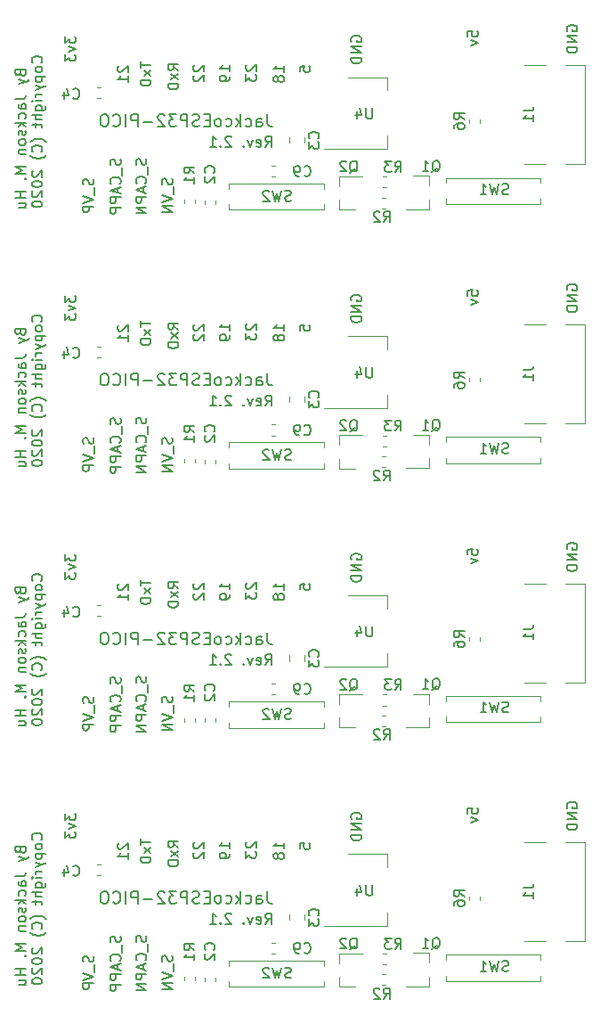
<source format=gbr>
G04 #@! TF.GenerationSoftware,KiCad,Pcbnew,5.1.7-a382d34a8~87~ubuntu20.04.1*
G04 #@! TF.CreationDate,2020-11-13T11:14:20+11:00*
G04 #@! TF.ProjectId,jackco-esp32-pico-panel-v2,6a61636b-636f-42d6-9573-7033322d7069,rev?*
G04 #@! TF.SameCoordinates,Original*
G04 #@! TF.FileFunction,Legend,Bot*
G04 #@! TF.FilePolarity,Positive*
%FSLAX46Y46*%
G04 Gerber Fmt 4.6, Leading zero omitted, Abs format (unit mm)*
G04 Created by KiCad (PCBNEW 5.1.7-a382d34a8~87~ubuntu20.04.1) date 2020-11-13 11:14:20*
%MOMM*%
%LPD*%
G01*
G04 APERTURE LIST*
%ADD10C,0.150000*%
%ADD11C,0.120000*%
G04 APERTURE END LIST*
D10*
X60408762Y-140160777D02*
X60456381Y-140303635D01*
X60456381Y-140541730D01*
X60408762Y-140636968D01*
X60361143Y-140684587D01*
X60265905Y-140732206D01*
X60170667Y-140732206D01*
X60075429Y-140684587D01*
X60027810Y-140636968D01*
X59980191Y-140541730D01*
X59932572Y-140351254D01*
X59884953Y-140256016D01*
X59837334Y-140208396D01*
X59742096Y-140160777D01*
X59646858Y-140160777D01*
X59551620Y-140208396D01*
X59504001Y-140256016D01*
X59456381Y-140351254D01*
X59456381Y-140589349D01*
X59504001Y-140732206D01*
X60551620Y-140922682D02*
X60551620Y-141684587D01*
X59456381Y-141779825D02*
X60456381Y-142113158D01*
X59456381Y-142446492D01*
X60456381Y-142779825D02*
X59456381Y-142779825D01*
X59456381Y-143160777D01*
X59504001Y-143256016D01*
X59551620Y-143303635D01*
X59646858Y-143351254D01*
X59789715Y-143351254D01*
X59884953Y-143303635D01*
X59932572Y-143256016D01*
X59980191Y-143160777D01*
X59980191Y-142779825D01*
X62978762Y-138300777D02*
X63026381Y-138443635D01*
X63026381Y-138681730D01*
X62978762Y-138776968D01*
X62931143Y-138824587D01*
X62835905Y-138872206D01*
X62740667Y-138872206D01*
X62645429Y-138824587D01*
X62597810Y-138776968D01*
X62550191Y-138681730D01*
X62502572Y-138491254D01*
X62454953Y-138396016D01*
X62407334Y-138348396D01*
X62312096Y-138300777D01*
X62216858Y-138300777D01*
X62121620Y-138348396D01*
X62074001Y-138396016D01*
X62026381Y-138491254D01*
X62026381Y-138729349D01*
X62074001Y-138872206D01*
X63121620Y-139062682D02*
X63121620Y-139824587D01*
X62931143Y-140634111D02*
X62978762Y-140586492D01*
X63026381Y-140443635D01*
X63026381Y-140348396D01*
X62978762Y-140205539D01*
X62883524Y-140110301D01*
X62788286Y-140062682D01*
X62597810Y-140015063D01*
X62454953Y-140015063D01*
X62264477Y-140062682D01*
X62169239Y-140110301D01*
X62074001Y-140205539D01*
X62026381Y-140348396D01*
X62026381Y-140443635D01*
X62074001Y-140586492D01*
X62121620Y-140634111D01*
X62740667Y-141015063D02*
X62740667Y-141491254D01*
X63026381Y-140919825D02*
X62026381Y-141253158D01*
X63026381Y-141586492D01*
X63026381Y-141919825D02*
X62026381Y-141919825D01*
X62026381Y-142300777D01*
X62074001Y-142396016D01*
X62121620Y-142443635D01*
X62216858Y-142491254D01*
X62359715Y-142491254D01*
X62454953Y-142443635D01*
X62502572Y-142396016D01*
X62550191Y-142300777D01*
X62550191Y-141919825D01*
X63026381Y-142919825D02*
X62026381Y-142919825D01*
X62026381Y-143300777D01*
X62074001Y-143396016D01*
X62121620Y-143443635D01*
X62216858Y-143491254D01*
X62359715Y-143491254D01*
X62454953Y-143443635D01*
X62502572Y-143396016D01*
X62550191Y-143300777D01*
X62550191Y-142919825D01*
X65428762Y-138246968D02*
X65476381Y-138389825D01*
X65476381Y-138627920D01*
X65428762Y-138723158D01*
X65381143Y-138770777D01*
X65285905Y-138818396D01*
X65190667Y-138818396D01*
X65095429Y-138770777D01*
X65047810Y-138723158D01*
X65000191Y-138627920D01*
X64952572Y-138437444D01*
X64904953Y-138342206D01*
X64857334Y-138294587D01*
X64762096Y-138246968D01*
X64666858Y-138246968D01*
X64571620Y-138294587D01*
X64524001Y-138342206D01*
X64476381Y-138437444D01*
X64476381Y-138675539D01*
X64524001Y-138818396D01*
X65571620Y-139008873D02*
X65571620Y-139770777D01*
X65381143Y-140580301D02*
X65428762Y-140532682D01*
X65476381Y-140389825D01*
X65476381Y-140294587D01*
X65428762Y-140151730D01*
X65333524Y-140056492D01*
X65238286Y-140008873D01*
X65047810Y-139961254D01*
X64904953Y-139961254D01*
X64714477Y-140008873D01*
X64619239Y-140056492D01*
X64524001Y-140151730D01*
X64476381Y-140294587D01*
X64476381Y-140389825D01*
X64524001Y-140532682D01*
X64571620Y-140580301D01*
X65190667Y-140961254D02*
X65190667Y-141437444D01*
X65476381Y-140866016D02*
X64476381Y-141199349D01*
X65476381Y-141532682D01*
X65476381Y-141866016D02*
X64476381Y-141866016D01*
X64476381Y-142246968D01*
X64524001Y-142342206D01*
X64571620Y-142389825D01*
X64666858Y-142437444D01*
X64809715Y-142437444D01*
X64904953Y-142389825D01*
X64952572Y-142342206D01*
X65000191Y-142246968D01*
X65000191Y-141866016D01*
X65476381Y-142866016D02*
X64476381Y-142866016D01*
X65476381Y-143437444D01*
X64476381Y-143437444D01*
X67898762Y-140136968D02*
X67946381Y-140279825D01*
X67946381Y-140517920D01*
X67898762Y-140613158D01*
X67851143Y-140660777D01*
X67755905Y-140708396D01*
X67660667Y-140708396D01*
X67565429Y-140660777D01*
X67517810Y-140613158D01*
X67470191Y-140517920D01*
X67422572Y-140327444D01*
X67374953Y-140232206D01*
X67327334Y-140184587D01*
X67232096Y-140136968D01*
X67136858Y-140136968D01*
X67041620Y-140184587D01*
X66994001Y-140232206D01*
X66946381Y-140327444D01*
X66946381Y-140565539D01*
X66994001Y-140708396D01*
X68041620Y-140898873D02*
X68041620Y-141660777D01*
X66946381Y-141756016D02*
X67946381Y-142089349D01*
X66946381Y-142422682D01*
X67946381Y-142756016D02*
X66946381Y-142756016D01*
X67946381Y-143327444D01*
X66946381Y-143327444D01*
X62831620Y-129454111D02*
X62784001Y-129501730D01*
X62736381Y-129596968D01*
X62736381Y-129835063D01*
X62784001Y-129930301D01*
X62831620Y-129977920D01*
X62926858Y-130025539D01*
X63022096Y-130025539D01*
X63164953Y-129977920D01*
X63736381Y-129406492D01*
X63736381Y-130025539D01*
X63736381Y-130977920D02*
X63736381Y-130406492D01*
X63736381Y-130692206D02*
X62736381Y-130692206D01*
X62879239Y-130596968D01*
X62974477Y-130501730D01*
X63022096Y-130406492D01*
X64896381Y-129055539D02*
X64896381Y-129626968D01*
X65896381Y-129341254D02*
X64896381Y-129341254D01*
X65896381Y-129865063D02*
X65229715Y-130388873D01*
X65229715Y-129865063D02*
X65896381Y-130388873D01*
X65896381Y-130769825D02*
X64896381Y-130769825D01*
X64896381Y-131007920D01*
X64944001Y-131150777D01*
X65039239Y-131246016D01*
X65134477Y-131293635D01*
X65324953Y-131341254D01*
X65467810Y-131341254D01*
X65658286Y-131293635D01*
X65753524Y-131246016D01*
X65848762Y-131150777D01*
X65896381Y-131007920D01*
X65896381Y-130769825D01*
X68516381Y-129850777D02*
X68040191Y-129517444D01*
X68516381Y-129279349D02*
X67516381Y-129279349D01*
X67516381Y-129660301D01*
X67564001Y-129755539D01*
X67611620Y-129803158D01*
X67706858Y-129850777D01*
X67849715Y-129850777D01*
X67944953Y-129803158D01*
X67992572Y-129755539D01*
X68040191Y-129660301D01*
X68040191Y-129279349D01*
X68516381Y-130184111D02*
X67849715Y-130707920D01*
X67849715Y-130184111D02*
X68516381Y-130707920D01*
X68516381Y-131088873D02*
X67516381Y-131088873D01*
X67516381Y-131326968D01*
X67564001Y-131469825D01*
X67659239Y-131565063D01*
X67754477Y-131612682D01*
X67944953Y-131660301D01*
X68087810Y-131660301D01*
X68278286Y-131612682D01*
X68373524Y-131565063D01*
X68468762Y-131469825D01*
X68516381Y-131326968D01*
X68516381Y-131088873D01*
X70031620Y-129394111D02*
X69984001Y-129441730D01*
X69936381Y-129536968D01*
X69936381Y-129775063D01*
X69984001Y-129870301D01*
X70031620Y-129917920D01*
X70126858Y-129965539D01*
X70222096Y-129965539D01*
X70364953Y-129917920D01*
X70936381Y-129346492D01*
X70936381Y-129965539D01*
X70031620Y-130346492D02*
X69984001Y-130394111D01*
X69936381Y-130489349D01*
X69936381Y-130727444D01*
X69984001Y-130822682D01*
X70031620Y-130870301D01*
X70126858Y-130917920D01*
X70222096Y-130917920D01*
X70364953Y-130870301D01*
X70936381Y-130298873D01*
X70936381Y-130917920D01*
X73436381Y-129965539D02*
X73436381Y-129394111D01*
X73436381Y-129679825D02*
X72436381Y-129679825D01*
X72579239Y-129584587D01*
X72674477Y-129489349D01*
X72722096Y-129394111D01*
X73436381Y-130441730D02*
X73436381Y-130632206D01*
X73388762Y-130727444D01*
X73341143Y-130775063D01*
X73198286Y-130870301D01*
X73007810Y-130917920D01*
X72626858Y-130917920D01*
X72531620Y-130870301D01*
X72484001Y-130822682D01*
X72436381Y-130727444D01*
X72436381Y-130536968D01*
X72484001Y-130441730D01*
X72531620Y-130394111D01*
X72626858Y-130346492D01*
X72864953Y-130346492D01*
X72960191Y-130394111D01*
X73007810Y-130441730D01*
X73055429Y-130536968D01*
X73055429Y-130727444D01*
X73007810Y-130822682D01*
X72960191Y-130870301D01*
X72864953Y-130917920D01*
X75011620Y-129334111D02*
X74964001Y-129381730D01*
X74916381Y-129476968D01*
X74916381Y-129715063D01*
X74964001Y-129810301D01*
X75011620Y-129857920D01*
X75106858Y-129905539D01*
X75202096Y-129905539D01*
X75344953Y-129857920D01*
X75916381Y-129286492D01*
X75916381Y-129905539D01*
X74916381Y-130238873D02*
X74916381Y-130857920D01*
X75297334Y-130524587D01*
X75297334Y-130667444D01*
X75344953Y-130762682D01*
X75392572Y-130810301D01*
X75487810Y-130857920D01*
X75725905Y-130857920D01*
X75821143Y-130810301D01*
X75868762Y-130762682D01*
X75916381Y-130667444D01*
X75916381Y-130381730D01*
X75868762Y-130286492D01*
X75821143Y-130238873D01*
X78566381Y-129995539D02*
X78566381Y-129424111D01*
X78566381Y-129709825D02*
X77566381Y-129709825D01*
X77709239Y-129614587D01*
X77804477Y-129519349D01*
X77852096Y-129424111D01*
X77994953Y-130566968D02*
X77947334Y-130471730D01*
X77899715Y-130424111D01*
X77804477Y-130376492D01*
X77756858Y-130376492D01*
X77661620Y-130424111D01*
X77614001Y-130471730D01*
X77566381Y-130566968D01*
X77566381Y-130757444D01*
X77614001Y-130852682D01*
X77661620Y-130900301D01*
X77756858Y-130947920D01*
X77804477Y-130947920D01*
X77899715Y-130900301D01*
X77947334Y-130852682D01*
X77994953Y-130757444D01*
X77994953Y-130566968D01*
X78042572Y-130471730D01*
X78090191Y-130424111D01*
X78185429Y-130376492D01*
X78375905Y-130376492D01*
X78471143Y-130424111D01*
X78518762Y-130471730D01*
X78566381Y-130566968D01*
X78566381Y-130757444D01*
X78518762Y-130852682D01*
X78471143Y-130900301D01*
X78375905Y-130947920D01*
X78185429Y-130947920D01*
X78090191Y-130900301D01*
X78042572Y-130852682D01*
X77994953Y-130757444D01*
X80046381Y-129964111D02*
X80046381Y-129487920D01*
X80522572Y-129440301D01*
X80474953Y-129487920D01*
X80427334Y-129583158D01*
X80427334Y-129821254D01*
X80474953Y-129916492D01*
X80522572Y-129964111D01*
X80617810Y-130011730D01*
X80855905Y-130011730D01*
X80951143Y-129964111D01*
X80998762Y-129916492D01*
X81046381Y-129821254D01*
X81046381Y-129583158D01*
X80998762Y-129487920D01*
X80951143Y-129440301D01*
X84984001Y-127124111D02*
X84936381Y-127028873D01*
X84936381Y-126886016D01*
X84984001Y-126743158D01*
X85079239Y-126647920D01*
X85174477Y-126600301D01*
X85364953Y-126552682D01*
X85507810Y-126552682D01*
X85698286Y-126600301D01*
X85793524Y-126647920D01*
X85888762Y-126743158D01*
X85936381Y-126886016D01*
X85936381Y-126981254D01*
X85888762Y-127124111D01*
X85841143Y-127171730D01*
X85507810Y-127171730D01*
X85507810Y-126981254D01*
X85936381Y-127600301D02*
X84936381Y-127600301D01*
X85936381Y-128171730D01*
X84936381Y-128171730D01*
X85936381Y-128647920D02*
X84936381Y-128647920D01*
X84936381Y-128886016D01*
X84984001Y-129028873D01*
X85079239Y-129124111D01*
X85174477Y-129171730D01*
X85364953Y-129219349D01*
X85507810Y-129219349D01*
X85698286Y-129171730D01*
X85793524Y-129124111D01*
X85888762Y-129028873D01*
X85936381Y-128886016D01*
X85936381Y-128647920D01*
X57746381Y-126635539D02*
X57746381Y-127254587D01*
X58127334Y-126921254D01*
X58127334Y-127064111D01*
X58174953Y-127159349D01*
X58222572Y-127206968D01*
X58317810Y-127254587D01*
X58555905Y-127254587D01*
X58651143Y-127206968D01*
X58698762Y-127159349D01*
X58746381Y-127064111D01*
X58746381Y-126778396D01*
X58698762Y-126683158D01*
X58651143Y-126635539D01*
X58079715Y-127587920D02*
X58746381Y-127826016D01*
X58079715Y-128064111D01*
X57746381Y-128349825D02*
X57746381Y-128968873D01*
X58127334Y-128635539D01*
X58127334Y-128778396D01*
X58174953Y-128873635D01*
X58222572Y-128921254D01*
X58317810Y-128968873D01*
X58555905Y-128968873D01*
X58651143Y-128921254D01*
X58698762Y-128873635D01*
X58746381Y-128778396D01*
X58746381Y-128492682D01*
X58698762Y-128397444D01*
X58651143Y-128349825D01*
X96006381Y-126633158D02*
X96006381Y-126156968D01*
X96482572Y-126109349D01*
X96434953Y-126156968D01*
X96387334Y-126252206D01*
X96387334Y-126490301D01*
X96434953Y-126585539D01*
X96482572Y-126633158D01*
X96577810Y-126680777D01*
X96815905Y-126680777D01*
X96911143Y-126633158D01*
X96958762Y-126585539D01*
X97006381Y-126490301D01*
X97006381Y-126252206D01*
X96958762Y-126156968D01*
X96911143Y-126109349D01*
X96339715Y-127014111D02*
X97006381Y-127252206D01*
X96339715Y-127490301D01*
X105494001Y-126114111D02*
X105446381Y-126018873D01*
X105446381Y-125876016D01*
X105494001Y-125733158D01*
X105589239Y-125637920D01*
X105684477Y-125590301D01*
X105874953Y-125542682D01*
X106017810Y-125542682D01*
X106208286Y-125590301D01*
X106303524Y-125637920D01*
X106398762Y-125733158D01*
X106446381Y-125876016D01*
X106446381Y-125971254D01*
X106398762Y-126114111D01*
X106351143Y-126161730D01*
X106017810Y-126161730D01*
X106017810Y-125971254D01*
X106446381Y-126590301D02*
X105446381Y-126590301D01*
X106446381Y-127161730D01*
X105446381Y-127161730D01*
X106446381Y-127637920D02*
X105446381Y-127637920D01*
X105446381Y-127876016D01*
X105494001Y-128018873D01*
X105589239Y-128114111D01*
X105684477Y-128161730D01*
X105874953Y-128209349D01*
X106017810Y-128209349D01*
X106208286Y-128161730D01*
X106303524Y-128114111D01*
X106398762Y-128018873D01*
X106446381Y-127876016D01*
X106446381Y-127637920D01*
X76990072Y-134040087D02*
X76990072Y-134856516D01*
X77044501Y-135019801D01*
X77153358Y-135128658D01*
X77316643Y-135183087D01*
X77425501Y-135183087D01*
X75955929Y-135183087D02*
X75955929Y-134584373D01*
X76010358Y-134475516D01*
X76119215Y-134421087D01*
X76336929Y-134421087D01*
X76445786Y-134475516D01*
X75955929Y-135128658D02*
X76064786Y-135183087D01*
X76336929Y-135183087D01*
X76445786Y-135128658D01*
X76500215Y-135019801D01*
X76500215Y-134910944D01*
X76445786Y-134802087D01*
X76336929Y-134747658D01*
X76064786Y-134747658D01*
X75955929Y-134693230D01*
X74921786Y-135128658D02*
X75030643Y-135183087D01*
X75248358Y-135183087D01*
X75357215Y-135128658D01*
X75411643Y-135074230D01*
X75466072Y-134965373D01*
X75466072Y-134638801D01*
X75411643Y-134529944D01*
X75357215Y-134475516D01*
X75248358Y-134421087D01*
X75030643Y-134421087D01*
X74921786Y-134475516D01*
X74431929Y-135183087D02*
X74431929Y-134040087D01*
X74323072Y-134747658D02*
X73996501Y-135183087D01*
X73996501Y-134421087D02*
X74431929Y-134856516D01*
X73016786Y-135128658D02*
X73125643Y-135183087D01*
X73343358Y-135183087D01*
X73452215Y-135128658D01*
X73506643Y-135074230D01*
X73561072Y-134965373D01*
X73561072Y-134638801D01*
X73506643Y-134529944D01*
X73452215Y-134475516D01*
X73343358Y-134421087D01*
X73125643Y-134421087D01*
X73016786Y-134475516D01*
X72363643Y-135183087D02*
X72472501Y-135128658D01*
X72526929Y-135074230D01*
X72581358Y-134965373D01*
X72581358Y-134638801D01*
X72526929Y-134529944D01*
X72472501Y-134475516D01*
X72363643Y-134421087D01*
X72200358Y-134421087D01*
X72091501Y-134475516D01*
X72037072Y-134529944D01*
X71982643Y-134638801D01*
X71982643Y-134965373D01*
X72037072Y-135074230D01*
X72091501Y-135128658D01*
X72200358Y-135183087D01*
X72363643Y-135183087D01*
X71492786Y-134584373D02*
X71111786Y-134584373D01*
X70948501Y-135183087D02*
X71492786Y-135183087D01*
X71492786Y-134040087D01*
X70948501Y-134040087D01*
X70513072Y-135128658D02*
X70349786Y-135183087D01*
X70077643Y-135183087D01*
X69968786Y-135128658D01*
X69914358Y-135074230D01*
X69859929Y-134965373D01*
X69859929Y-134856516D01*
X69914358Y-134747658D01*
X69968786Y-134693230D01*
X70077643Y-134638801D01*
X70295358Y-134584373D01*
X70404215Y-134529944D01*
X70458643Y-134475516D01*
X70513072Y-134366658D01*
X70513072Y-134257801D01*
X70458643Y-134148944D01*
X70404215Y-134094516D01*
X70295358Y-134040087D01*
X70023215Y-134040087D01*
X69859929Y-134094516D01*
X69370072Y-135183087D02*
X69370072Y-134040087D01*
X68934643Y-134040087D01*
X68825786Y-134094516D01*
X68771358Y-134148944D01*
X68716929Y-134257801D01*
X68716929Y-134421087D01*
X68771358Y-134529944D01*
X68825786Y-134584373D01*
X68934643Y-134638801D01*
X69370072Y-134638801D01*
X68335929Y-134040087D02*
X67628358Y-134040087D01*
X68009358Y-134475516D01*
X67846072Y-134475516D01*
X67737215Y-134529944D01*
X67682786Y-134584373D01*
X67628358Y-134693230D01*
X67628358Y-134965373D01*
X67682786Y-135074230D01*
X67737215Y-135128658D01*
X67846072Y-135183087D01*
X68172643Y-135183087D01*
X68281501Y-135128658D01*
X68335929Y-135074230D01*
X67192929Y-134148944D02*
X67138501Y-134094516D01*
X67029643Y-134040087D01*
X66757501Y-134040087D01*
X66648643Y-134094516D01*
X66594215Y-134148944D01*
X66539786Y-134257801D01*
X66539786Y-134366658D01*
X66594215Y-134529944D01*
X67247358Y-135183087D01*
X66539786Y-135183087D01*
X66049929Y-134747658D02*
X65179072Y-134747658D01*
X64634786Y-135183087D02*
X64634786Y-134040087D01*
X64199358Y-134040087D01*
X64090501Y-134094516D01*
X64036072Y-134148944D01*
X63981643Y-134257801D01*
X63981643Y-134421087D01*
X64036072Y-134529944D01*
X64090501Y-134584373D01*
X64199358Y-134638801D01*
X64634786Y-134638801D01*
X63491786Y-135183087D02*
X63491786Y-134040087D01*
X62294358Y-135074230D02*
X62348786Y-135128658D01*
X62512072Y-135183087D01*
X62620929Y-135183087D01*
X62784215Y-135128658D01*
X62893072Y-135019801D01*
X62947501Y-134910944D01*
X63001929Y-134693230D01*
X63001929Y-134529944D01*
X62947501Y-134312230D01*
X62893072Y-134203373D01*
X62784215Y-134094516D01*
X62620929Y-134040087D01*
X62512072Y-134040087D01*
X62348786Y-134094516D01*
X62294358Y-134148944D01*
X61586786Y-134040087D02*
X61369072Y-134040087D01*
X61260215Y-134094516D01*
X61151358Y-134203373D01*
X61096929Y-134421087D01*
X61096929Y-134802087D01*
X61151358Y-135019801D01*
X61260215Y-135128658D01*
X61369072Y-135183087D01*
X61586786Y-135183087D01*
X61695643Y-135128658D01*
X61804501Y-135019801D01*
X61858929Y-134802087D01*
X61858929Y-134421087D01*
X61804501Y-134203373D01*
X61695643Y-134094516D01*
X61586786Y-134040087D01*
X53462572Y-130121730D02*
X53510191Y-130264587D01*
X53557810Y-130312206D01*
X53653048Y-130359825D01*
X53795905Y-130359825D01*
X53891143Y-130312206D01*
X53938762Y-130264587D01*
X53986381Y-130169349D01*
X53986381Y-129788396D01*
X52986381Y-129788396D01*
X52986381Y-130121730D01*
X53034001Y-130216968D01*
X53081620Y-130264587D01*
X53176858Y-130312206D01*
X53272096Y-130312206D01*
X53367334Y-130264587D01*
X53414953Y-130216968D01*
X53462572Y-130121730D01*
X53462572Y-129788396D01*
X53319715Y-130693158D02*
X53986381Y-130931254D01*
X53319715Y-131169349D02*
X53986381Y-130931254D01*
X54224477Y-130836016D01*
X54272096Y-130788396D01*
X54319715Y-130693158D01*
X52986381Y-132597920D02*
X53700667Y-132597920D01*
X53843524Y-132550301D01*
X53938762Y-132455063D01*
X53986381Y-132312206D01*
X53986381Y-132216968D01*
X53986381Y-133502682D02*
X53462572Y-133502682D01*
X53367334Y-133455063D01*
X53319715Y-133359825D01*
X53319715Y-133169349D01*
X53367334Y-133074111D01*
X53938762Y-133502682D02*
X53986381Y-133407444D01*
X53986381Y-133169349D01*
X53938762Y-133074111D01*
X53843524Y-133026492D01*
X53748286Y-133026492D01*
X53653048Y-133074111D01*
X53605429Y-133169349D01*
X53605429Y-133407444D01*
X53557810Y-133502682D01*
X53938762Y-134407444D02*
X53986381Y-134312206D01*
X53986381Y-134121730D01*
X53938762Y-134026492D01*
X53891143Y-133978873D01*
X53795905Y-133931254D01*
X53510191Y-133931254D01*
X53414953Y-133978873D01*
X53367334Y-134026492D01*
X53319715Y-134121730D01*
X53319715Y-134312206D01*
X53367334Y-134407444D01*
X53986381Y-134836016D02*
X52986381Y-134836016D01*
X53605429Y-134931254D02*
X53986381Y-135216968D01*
X53319715Y-135216968D02*
X53700667Y-134836016D01*
X53938762Y-135597920D02*
X53986381Y-135693158D01*
X53986381Y-135883635D01*
X53938762Y-135978873D01*
X53843524Y-136026492D01*
X53795905Y-136026492D01*
X53700667Y-135978873D01*
X53653048Y-135883635D01*
X53653048Y-135740777D01*
X53605429Y-135645539D01*
X53510191Y-135597920D01*
X53462572Y-135597920D01*
X53367334Y-135645539D01*
X53319715Y-135740777D01*
X53319715Y-135883635D01*
X53367334Y-135978873D01*
X53986381Y-136597920D02*
X53938762Y-136502682D01*
X53891143Y-136455063D01*
X53795905Y-136407444D01*
X53510191Y-136407444D01*
X53414953Y-136455063D01*
X53367334Y-136502682D01*
X53319715Y-136597920D01*
X53319715Y-136740777D01*
X53367334Y-136836016D01*
X53414953Y-136883635D01*
X53510191Y-136931254D01*
X53795905Y-136931254D01*
X53891143Y-136883635D01*
X53938762Y-136836016D01*
X53986381Y-136740777D01*
X53986381Y-136597920D01*
X53319715Y-137359825D02*
X53986381Y-137359825D01*
X53414953Y-137359825D02*
X53367334Y-137407444D01*
X53319715Y-137502682D01*
X53319715Y-137645539D01*
X53367334Y-137740777D01*
X53462572Y-137788396D01*
X53986381Y-137788396D01*
X53986381Y-139026492D02*
X52986381Y-139026492D01*
X53700667Y-139359825D01*
X52986381Y-139693158D01*
X53986381Y-139693158D01*
X53891143Y-140169349D02*
X53938762Y-140216968D01*
X53986381Y-140169349D01*
X53938762Y-140121730D01*
X53891143Y-140169349D01*
X53986381Y-140169349D01*
X53986381Y-141407444D02*
X52986381Y-141407444D01*
X53462572Y-141407444D02*
X53462572Y-141978873D01*
X53986381Y-141978873D02*
X52986381Y-141978873D01*
X53319715Y-142883635D02*
X53986381Y-142883635D01*
X53319715Y-142455063D02*
X53843524Y-142455063D01*
X53938762Y-142502682D01*
X53986381Y-142597920D01*
X53986381Y-142740777D01*
X53938762Y-142836016D01*
X53891143Y-142883635D01*
X76778524Y-137118396D02*
X77111858Y-136642206D01*
X77349953Y-137118396D02*
X77349953Y-136118396D01*
X76969001Y-136118396D01*
X76873762Y-136166016D01*
X76826143Y-136213635D01*
X76778524Y-136308873D01*
X76778524Y-136451730D01*
X76826143Y-136546968D01*
X76873762Y-136594587D01*
X76969001Y-136642206D01*
X77349953Y-136642206D01*
X75969001Y-137070777D02*
X76064239Y-137118396D01*
X76254715Y-137118396D01*
X76349953Y-137070777D01*
X76397572Y-136975539D01*
X76397572Y-136594587D01*
X76349953Y-136499349D01*
X76254715Y-136451730D01*
X76064239Y-136451730D01*
X75969001Y-136499349D01*
X75921381Y-136594587D01*
X75921381Y-136689825D01*
X76397572Y-136785063D01*
X75588048Y-136451730D02*
X75349953Y-137118396D01*
X75111858Y-136451730D01*
X74730905Y-137023158D02*
X74683286Y-137070777D01*
X74730905Y-137118396D01*
X74778524Y-137070777D01*
X74730905Y-137023158D01*
X74730905Y-137118396D01*
X73540429Y-136213635D02*
X73492810Y-136166016D01*
X73397572Y-136118396D01*
X73159477Y-136118396D01*
X73064239Y-136166016D01*
X73016620Y-136213635D01*
X72969001Y-136308873D01*
X72969001Y-136404111D01*
X73016620Y-136546968D01*
X73588048Y-137118396D01*
X72969001Y-137118396D01*
X72540429Y-137023158D02*
X72492810Y-137070777D01*
X72540429Y-137118396D01*
X72588048Y-137070777D01*
X72540429Y-137023158D01*
X72540429Y-137118396D01*
X71540429Y-137118396D02*
X72111858Y-137118396D01*
X71826143Y-137118396D02*
X71826143Y-136118396D01*
X71921381Y-136261254D01*
X72016620Y-136356492D01*
X72111858Y-136404111D01*
X55471143Y-129128396D02*
X55518762Y-129080777D01*
X55566381Y-128937920D01*
X55566381Y-128842682D01*
X55518762Y-128699825D01*
X55423524Y-128604587D01*
X55328286Y-128556968D01*
X55137810Y-128509349D01*
X54994953Y-128509349D01*
X54804477Y-128556968D01*
X54709239Y-128604587D01*
X54614001Y-128699825D01*
X54566381Y-128842682D01*
X54566381Y-128937920D01*
X54614001Y-129080777D01*
X54661620Y-129128396D01*
X55566381Y-129699825D02*
X55518762Y-129604587D01*
X55471143Y-129556968D01*
X55375905Y-129509349D01*
X55090191Y-129509349D01*
X54994953Y-129556968D01*
X54947334Y-129604587D01*
X54899715Y-129699825D01*
X54899715Y-129842682D01*
X54947334Y-129937920D01*
X54994953Y-129985539D01*
X55090191Y-130033158D01*
X55375905Y-130033158D01*
X55471143Y-129985539D01*
X55518762Y-129937920D01*
X55566381Y-129842682D01*
X55566381Y-129699825D01*
X54899715Y-130461730D02*
X55899715Y-130461730D01*
X54947334Y-130461730D02*
X54899715Y-130556968D01*
X54899715Y-130747444D01*
X54947334Y-130842682D01*
X54994953Y-130890301D01*
X55090191Y-130937920D01*
X55375905Y-130937920D01*
X55471143Y-130890301D01*
X55518762Y-130842682D01*
X55566381Y-130747444D01*
X55566381Y-130556968D01*
X55518762Y-130461730D01*
X54899715Y-131271254D02*
X55566381Y-131509349D01*
X54899715Y-131747444D02*
X55566381Y-131509349D01*
X55804477Y-131414111D01*
X55852096Y-131366492D01*
X55899715Y-131271254D01*
X55566381Y-132128396D02*
X54899715Y-132128396D01*
X55090191Y-132128396D02*
X54994953Y-132176016D01*
X54947334Y-132223635D01*
X54899715Y-132318873D01*
X54899715Y-132414111D01*
X55566381Y-132747444D02*
X54899715Y-132747444D01*
X54566381Y-132747444D02*
X54614001Y-132699825D01*
X54661620Y-132747444D01*
X54614001Y-132795063D01*
X54566381Y-132747444D01*
X54661620Y-132747444D01*
X54899715Y-133652206D02*
X55709239Y-133652206D01*
X55804477Y-133604587D01*
X55852096Y-133556968D01*
X55899715Y-133461730D01*
X55899715Y-133318873D01*
X55852096Y-133223635D01*
X55518762Y-133652206D02*
X55566381Y-133556968D01*
X55566381Y-133366492D01*
X55518762Y-133271254D01*
X55471143Y-133223635D01*
X55375905Y-133176016D01*
X55090191Y-133176016D01*
X54994953Y-133223635D01*
X54947334Y-133271254D01*
X54899715Y-133366492D01*
X54899715Y-133556968D01*
X54947334Y-133652206D01*
X55566381Y-134128396D02*
X54566381Y-134128396D01*
X55566381Y-134556968D02*
X55042572Y-134556968D01*
X54947334Y-134509349D01*
X54899715Y-134414111D01*
X54899715Y-134271254D01*
X54947334Y-134176016D01*
X54994953Y-134128396D01*
X54899715Y-134890301D02*
X54899715Y-135271254D01*
X54566381Y-135033158D02*
X55423524Y-135033158D01*
X55518762Y-135080777D01*
X55566381Y-135176016D01*
X55566381Y-135271254D01*
X55947334Y-136652206D02*
X55899715Y-136604587D01*
X55756858Y-136509349D01*
X55661620Y-136461730D01*
X55518762Y-136414111D01*
X55280667Y-136366492D01*
X55090191Y-136366492D01*
X54852096Y-136414111D01*
X54709239Y-136461730D01*
X54614001Y-136509349D01*
X54471143Y-136604587D01*
X54423524Y-136652206D01*
X55471143Y-137604587D02*
X55518762Y-137556968D01*
X55566381Y-137414111D01*
X55566381Y-137318873D01*
X55518762Y-137176016D01*
X55423524Y-137080777D01*
X55328286Y-137033158D01*
X55137810Y-136985539D01*
X54994953Y-136985539D01*
X54804477Y-137033158D01*
X54709239Y-137080777D01*
X54614001Y-137176016D01*
X54566381Y-137318873D01*
X54566381Y-137414111D01*
X54614001Y-137556968D01*
X54661620Y-137604587D01*
X55947334Y-137937920D02*
X55899715Y-137985539D01*
X55756858Y-138080777D01*
X55661620Y-138128396D01*
X55518762Y-138176016D01*
X55280667Y-138223635D01*
X55090191Y-138223635D01*
X54852096Y-138176016D01*
X54709239Y-138128396D01*
X54614001Y-138080777D01*
X54471143Y-137985539D01*
X54423524Y-137937920D01*
X54661620Y-139414111D02*
X54614001Y-139461730D01*
X54566381Y-139556968D01*
X54566381Y-139795063D01*
X54614001Y-139890301D01*
X54661620Y-139937920D01*
X54756858Y-139985539D01*
X54852096Y-139985539D01*
X54994953Y-139937920D01*
X55566381Y-139366492D01*
X55566381Y-139985539D01*
X54566381Y-140604587D02*
X54566381Y-140699825D01*
X54614001Y-140795063D01*
X54661620Y-140842682D01*
X54756858Y-140890301D01*
X54947334Y-140937920D01*
X55185429Y-140937920D01*
X55375905Y-140890301D01*
X55471143Y-140842682D01*
X55518762Y-140795063D01*
X55566381Y-140699825D01*
X55566381Y-140604587D01*
X55518762Y-140509349D01*
X55471143Y-140461730D01*
X55375905Y-140414111D01*
X55185429Y-140366492D01*
X54947334Y-140366492D01*
X54756858Y-140414111D01*
X54661620Y-140461730D01*
X54614001Y-140509349D01*
X54566381Y-140604587D01*
X54661620Y-141318873D02*
X54614001Y-141366492D01*
X54566381Y-141461730D01*
X54566381Y-141699825D01*
X54614001Y-141795063D01*
X54661620Y-141842682D01*
X54756858Y-141890301D01*
X54852096Y-141890301D01*
X54994953Y-141842682D01*
X55566381Y-141271254D01*
X55566381Y-141890301D01*
X54566381Y-142509349D02*
X54566381Y-142604587D01*
X54614001Y-142699825D01*
X54661620Y-142747444D01*
X54756858Y-142795063D01*
X54947334Y-142842682D01*
X55185429Y-142842682D01*
X55375905Y-142795063D01*
X55471143Y-142747444D01*
X55518762Y-142699825D01*
X55566381Y-142604587D01*
X55566381Y-142509349D01*
X55518762Y-142414111D01*
X55471143Y-142366492D01*
X55375905Y-142318873D01*
X55185429Y-142271254D01*
X54947334Y-142271254D01*
X54756858Y-142318873D01*
X54661620Y-142366492D01*
X54614001Y-142414111D01*
X54566381Y-142509349D01*
X60408762Y-115554772D02*
X60456381Y-115697630D01*
X60456381Y-115935725D01*
X60408762Y-116030963D01*
X60361143Y-116078582D01*
X60265905Y-116126201D01*
X60170667Y-116126201D01*
X60075429Y-116078582D01*
X60027810Y-116030963D01*
X59980191Y-115935725D01*
X59932572Y-115745249D01*
X59884953Y-115650011D01*
X59837334Y-115602391D01*
X59742096Y-115554772D01*
X59646858Y-115554772D01*
X59551620Y-115602391D01*
X59504001Y-115650011D01*
X59456381Y-115745249D01*
X59456381Y-115983344D01*
X59504001Y-116126201D01*
X60551620Y-116316677D02*
X60551620Y-117078582D01*
X59456381Y-117173820D02*
X60456381Y-117507153D01*
X59456381Y-117840487D01*
X60456381Y-118173820D02*
X59456381Y-118173820D01*
X59456381Y-118554772D01*
X59504001Y-118650011D01*
X59551620Y-118697630D01*
X59646858Y-118745249D01*
X59789715Y-118745249D01*
X59884953Y-118697630D01*
X59932572Y-118650011D01*
X59980191Y-118554772D01*
X59980191Y-118173820D01*
X62978762Y-113694772D02*
X63026381Y-113837630D01*
X63026381Y-114075725D01*
X62978762Y-114170963D01*
X62931143Y-114218582D01*
X62835905Y-114266201D01*
X62740667Y-114266201D01*
X62645429Y-114218582D01*
X62597810Y-114170963D01*
X62550191Y-114075725D01*
X62502572Y-113885249D01*
X62454953Y-113790011D01*
X62407334Y-113742391D01*
X62312096Y-113694772D01*
X62216858Y-113694772D01*
X62121620Y-113742391D01*
X62074001Y-113790011D01*
X62026381Y-113885249D01*
X62026381Y-114123344D01*
X62074001Y-114266201D01*
X63121620Y-114456677D02*
X63121620Y-115218582D01*
X62931143Y-116028106D02*
X62978762Y-115980487D01*
X63026381Y-115837630D01*
X63026381Y-115742391D01*
X62978762Y-115599534D01*
X62883524Y-115504296D01*
X62788286Y-115456677D01*
X62597810Y-115409058D01*
X62454953Y-115409058D01*
X62264477Y-115456677D01*
X62169239Y-115504296D01*
X62074001Y-115599534D01*
X62026381Y-115742391D01*
X62026381Y-115837630D01*
X62074001Y-115980487D01*
X62121620Y-116028106D01*
X62740667Y-116409058D02*
X62740667Y-116885249D01*
X63026381Y-116313820D02*
X62026381Y-116647153D01*
X63026381Y-116980487D01*
X63026381Y-117313820D02*
X62026381Y-117313820D01*
X62026381Y-117694772D01*
X62074001Y-117790011D01*
X62121620Y-117837630D01*
X62216858Y-117885249D01*
X62359715Y-117885249D01*
X62454953Y-117837630D01*
X62502572Y-117790011D01*
X62550191Y-117694772D01*
X62550191Y-117313820D01*
X63026381Y-118313820D02*
X62026381Y-118313820D01*
X62026381Y-118694772D01*
X62074001Y-118790011D01*
X62121620Y-118837630D01*
X62216858Y-118885249D01*
X62359715Y-118885249D01*
X62454953Y-118837630D01*
X62502572Y-118790011D01*
X62550191Y-118694772D01*
X62550191Y-118313820D01*
X65428762Y-113640963D02*
X65476381Y-113783820D01*
X65476381Y-114021915D01*
X65428762Y-114117153D01*
X65381143Y-114164772D01*
X65285905Y-114212391D01*
X65190667Y-114212391D01*
X65095429Y-114164772D01*
X65047810Y-114117153D01*
X65000191Y-114021915D01*
X64952572Y-113831439D01*
X64904953Y-113736201D01*
X64857334Y-113688582D01*
X64762096Y-113640963D01*
X64666858Y-113640963D01*
X64571620Y-113688582D01*
X64524001Y-113736201D01*
X64476381Y-113831439D01*
X64476381Y-114069534D01*
X64524001Y-114212391D01*
X65571620Y-114402868D02*
X65571620Y-115164772D01*
X65381143Y-115974296D02*
X65428762Y-115926677D01*
X65476381Y-115783820D01*
X65476381Y-115688582D01*
X65428762Y-115545725D01*
X65333524Y-115450487D01*
X65238286Y-115402868D01*
X65047810Y-115355249D01*
X64904953Y-115355249D01*
X64714477Y-115402868D01*
X64619239Y-115450487D01*
X64524001Y-115545725D01*
X64476381Y-115688582D01*
X64476381Y-115783820D01*
X64524001Y-115926677D01*
X64571620Y-115974296D01*
X65190667Y-116355249D02*
X65190667Y-116831439D01*
X65476381Y-116260011D02*
X64476381Y-116593344D01*
X65476381Y-116926677D01*
X65476381Y-117260011D02*
X64476381Y-117260011D01*
X64476381Y-117640963D01*
X64524001Y-117736201D01*
X64571620Y-117783820D01*
X64666858Y-117831439D01*
X64809715Y-117831439D01*
X64904953Y-117783820D01*
X64952572Y-117736201D01*
X65000191Y-117640963D01*
X65000191Y-117260011D01*
X65476381Y-118260011D02*
X64476381Y-118260011D01*
X65476381Y-118831439D01*
X64476381Y-118831439D01*
X67898762Y-115530963D02*
X67946381Y-115673820D01*
X67946381Y-115911915D01*
X67898762Y-116007153D01*
X67851143Y-116054772D01*
X67755905Y-116102391D01*
X67660667Y-116102391D01*
X67565429Y-116054772D01*
X67517810Y-116007153D01*
X67470191Y-115911915D01*
X67422572Y-115721439D01*
X67374953Y-115626201D01*
X67327334Y-115578582D01*
X67232096Y-115530963D01*
X67136858Y-115530963D01*
X67041620Y-115578582D01*
X66994001Y-115626201D01*
X66946381Y-115721439D01*
X66946381Y-115959534D01*
X66994001Y-116102391D01*
X68041620Y-116292868D02*
X68041620Y-117054772D01*
X66946381Y-117150011D02*
X67946381Y-117483344D01*
X66946381Y-117816677D01*
X67946381Y-118150011D02*
X66946381Y-118150011D01*
X67946381Y-118721439D01*
X66946381Y-118721439D01*
X62831620Y-104848106D02*
X62784001Y-104895725D01*
X62736381Y-104990963D01*
X62736381Y-105229058D01*
X62784001Y-105324296D01*
X62831620Y-105371915D01*
X62926858Y-105419534D01*
X63022096Y-105419534D01*
X63164953Y-105371915D01*
X63736381Y-104800487D01*
X63736381Y-105419534D01*
X63736381Y-106371915D02*
X63736381Y-105800487D01*
X63736381Y-106086201D02*
X62736381Y-106086201D01*
X62879239Y-105990963D01*
X62974477Y-105895725D01*
X63022096Y-105800487D01*
X64896381Y-104449534D02*
X64896381Y-105020963D01*
X65896381Y-104735249D02*
X64896381Y-104735249D01*
X65896381Y-105259058D02*
X65229715Y-105782868D01*
X65229715Y-105259058D02*
X65896381Y-105782868D01*
X65896381Y-106163820D02*
X64896381Y-106163820D01*
X64896381Y-106401915D01*
X64944001Y-106544772D01*
X65039239Y-106640011D01*
X65134477Y-106687630D01*
X65324953Y-106735249D01*
X65467810Y-106735249D01*
X65658286Y-106687630D01*
X65753524Y-106640011D01*
X65848762Y-106544772D01*
X65896381Y-106401915D01*
X65896381Y-106163820D01*
X68516381Y-105244772D02*
X68040191Y-104911439D01*
X68516381Y-104673344D02*
X67516381Y-104673344D01*
X67516381Y-105054296D01*
X67564001Y-105149534D01*
X67611620Y-105197153D01*
X67706858Y-105244772D01*
X67849715Y-105244772D01*
X67944953Y-105197153D01*
X67992572Y-105149534D01*
X68040191Y-105054296D01*
X68040191Y-104673344D01*
X68516381Y-105578106D02*
X67849715Y-106101915D01*
X67849715Y-105578106D02*
X68516381Y-106101915D01*
X68516381Y-106482868D02*
X67516381Y-106482868D01*
X67516381Y-106720963D01*
X67564001Y-106863820D01*
X67659239Y-106959058D01*
X67754477Y-107006677D01*
X67944953Y-107054296D01*
X68087810Y-107054296D01*
X68278286Y-107006677D01*
X68373524Y-106959058D01*
X68468762Y-106863820D01*
X68516381Y-106720963D01*
X68516381Y-106482868D01*
X70031620Y-104788106D02*
X69984001Y-104835725D01*
X69936381Y-104930963D01*
X69936381Y-105169058D01*
X69984001Y-105264296D01*
X70031620Y-105311915D01*
X70126858Y-105359534D01*
X70222096Y-105359534D01*
X70364953Y-105311915D01*
X70936381Y-104740487D01*
X70936381Y-105359534D01*
X70031620Y-105740487D02*
X69984001Y-105788106D01*
X69936381Y-105883344D01*
X69936381Y-106121439D01*
X69984001Y-106216677D01*
X70031620Y-106264296D01*
X70126858Y-106311915D01*
X70222096Y-106311915D01*
X70364953Y-106264296D01*
X70936381Y-105692868D01*
X70936381Y-106311915D01*
X73436381Y-105359534D02*
X73436381Y-104788106D01*
X73436381Y-105073820D02*
X72436381Y-105073820D01*
X72579239Y-104978582D01*
X72674477Y-104883344D01*
X72722096Y-104788106D01*
X73436381Y-105835725D02*
X73436381Y-106026201D01*
X73388762Y-106121439D01*
X73341143Y-106169058D01*
X73198286Y-106264296D01*
X73007810Y-106311915D01*
X72626858Y-106311915D01*
X72531620Y-106264296D01*
X72484001Y-106216677D01*
X72436381Y-106121439D01*
X72436381Y-105930963D01*
X72484001Y-105835725D01*
X72531620Y-105788106D01*
X72626858Y-105740487D01*
X72864953Y-105740487D01*
X72960191Y-105788106D01*
X73007810Y-105835725D01*
X73055429Y-105930963D01*
X73055429Y-106121439D01*
X73007810Y-106216677D01*
X72960191Y-106264296D01*
X72864953Y-106311915D01*
X75011620Y-104728106D02*
X74964001Y-104775725D01*
X74916381Y-104870963D01*
X74916381Y-105109058D01*
X74964001Y-105204296D01*
X75011620Y-105251915D01*
X75106858Y-105299534D01*
X75202096Y-105299534D01*
X75344953Y-105251915D01*
X75916381Y-104680487D01*
X75916381Y-105299534D01*
X74916381Y-105632868D02*
X74916381Y-106251915D01*
X75297334Y-105918582D01*
X75297334Y-106061439D01*
X75344953Y-106156677D01*
X75392572Y-106204296D01*
X75487810Y-106251915D01*
X75725905Y-106251915D01*
X75821143Y-106204296D01*
X75868762Y-106156677D01*
X75916381Y-106061439D01*
X75916381Y-105775725D01*
X75868762Y-105680487D01*
X75821143Y-105632868D01*
X78566381Y-105389534D02*
X78566381Y-104818106D01*
X78566381Y-105103820D02*
X77566381Y-105103820D01*
X77709239Y-105008582D01*
X77804477Y-104913344D01*
X77852096Y-104818106D01*
X77994953Y-105960963D02*
X77947334Y-105865725D01*
X77899715Y-105818106D01*
X77804477Y-105770487D01*
X77756858Y-105770487D01*
X77661620Y-105818106D01*
X77614001Y-105865725D01*
X77566381Y-105960963D01*
X77566381Y-106151439D01*
X77614001Y-106246677D01*
X77661620Y-106294296D01*
X77756858Y-106341915D01*
X77804477Y-106341915D01*
X77899715Y-106294296D01*
X77947334Y-106246677D01*
X77994953Y-106151439D01*
X77994953Y-105960963D01*
X78042572Y-105865725D01*
X78090191Y-105818106D01*
X78185429Y-105770487D01*
X78375905Y-105770487D01*
X78471143Y-105818106D01*
X78518762Y-105865725D01*
X78566381Y-105960963D01*
X78566381Y-106151439D01*
X78518762Y-106246677D01*
X78471143Y-106294296D01*
X78375905Y-106341915D01*
X78185429Y-106341915D01*
X78090191Y-106294296D01*
X78042572Y-106246677D01*
X77994953Y-106151439D01*
X80046381Y-105358106D02*
X80046381Y-104881915D01*
X80522572Y-104834296D01*
X80474953Y-104881915D01*
X80427334Y-104977153D01*
X80427334Y-105215249D01*
X80474953Y-105310487D01*
X80522572Y-105358106D01*
X80617810Y-105405725D01*
X80855905Y-105405725D01*
X80951143Y-105358106D01*
X80998762Y-105310487D01*
X81046381Y-105215249D01*
X81046381Y-104977153D01*
X80998762Y-104881915D01*
X80951143Y-104834296D01*
X84984001Y-102518106D02*
X84936381Y-102422868D01*
X84936381Y-102280011D01*
X84984001Y-102137153D01*
X85079239Y-102041915D01*
X85174477Y-101994296D01*
X85364953Y-101946677D01*
X85507810Y-101946677D01*
X85698286Y-101994296D01*
X85793524Y-102041915D01*
X85888762Y-102137153D01*
X85936381Y-102280011D01*
X85936381Y-102375249D01*
X85888762Y-102518106D01*
X85841143Y-102565725D01*
X85507810Y-102565725D01*
X85507810Y-102375249D01*
X85936381Y-102994296D02*
X84936381Y-102994296D01*
X85936381Y-103565725D01*
X84936381Y-103565725D01*
X85936381Y-104041915D02*
X84936381Y-104041915D01*
X84936381Y-104280011D01*
X84984001Y-104422868D01*
X85079239Y-104518106D01*
X85174477Y-104565725D01*
X85364953Y-104613344D01*
X85507810Y-104613344D01*
X85698286Y-104565725D01*
X85793524Y-104518106D01*
X85888762Y-104422868D01*
X85936381Y-104280011D01*
X85936381Y-104041915D01*
X57746381Y-102029534D02*
X57746381Y-102648582D01*
X58127334Y-102315249D01*
X58127334Y-102458106D01*
X58174953Y-102553344D01*
X58222572Y-102600963D01*
X58317810Y-102648582D01*
X58555905Y-102648582D01*
X58651143Y-102600963D01*
X58698762Y-102553344D01*
X58746381Y-102458106D01*
X58746381Y-102172391D01*
X58698762Y-102077153D01*
X58651143Y-102029534D01*
X58079715Y-102981915D02*
X58746381Y-103220011D01*
X58079715Y-103458106D01*
X57746381Y-103743820D02*
X57746381Y-104362868D01*
X58127334Y-104029534D01*
X58127334Y-104172391D01*
X58174953Y-104267630D01*
X58222572Y-104315249D01*
X58317810Y-104362868D01*
X58555905Y-104362868D01*
X58651143Y-104315249D01*
X58698762Y-104267630D01*
X58746381Y-104172391D01*
X58746381Y-103886677D01*
X58698762Y-103791439D01*
X58651143Y-103743820D01*
X96006381Y-102027153D02*
X96006381Y-101550963D01*
X96482572Y-101503344D01*
X96434953Y-101550963D01*
X96387334Y-101646201D01*
X96387334Y-101884296D01*
X96434953Y-101979534D01*
X96482572Y-102027153D01*
X96577810Y-102074772D01*
X96815905Y-102074772D01*
X96911143Y-102027153D01*
X96958762Y-101979534D01*
X97006381Y-101884296D01*
X97006381Y-101646201D01*
X96958762Y-101550963D01*
X96911143Y-101503344D01*
X96339715Y-102408106D02*
X97006381Y-102646201D01*
X96339715Y-102884296D01*
X105494001Y-101508106D02*
X105446381Y-101412868D01*
X105446381Y-101270011D01*
X105494001Y-101127153D01*
X105589239Y-101031915D01*
X105684477Y-100984296D01*
X105874953Y-100936677D01*
X106017810Y-100936677D01*
X106208286Y-100984296D01*
X106303524Y-101031915D01*
X106398762Y-101127153D01*
X106446381Y-101270011D01*
X106446381Y-101365249D01*
X106398762Y-101508106D01*
X106351143Y-101555725D01*
X106017810Y-101555725D01*
X106017810Y-101365249D01*
X106446381Y-101984296D02*
X105446381Y-101984296D01*
X106446381Y-102555725D01*
X105446381Y-102555725D01*
X106446381Y-103031915D02*
X105446381Y-103031915D01*
X105446381Y-103270011D01*
X105494001Y-103412868D01*
X105589239Y-103508106D01*
X105684477Y-103555725D01*
X105874953Y-103603344D01*
X106017810Y-103603344D01*
X106208286Y-103555725D01*
X106303524Y-103508106D01*
X106398762Y-103412868D01*
X106446381Y-103270011D01*
X106446381Y-103031915D01*
X76990072Y-109434082D02*
X76990072Y-110250511D01*
X77044501Y-110413796D01*
X77153358Y-110522653D01*
X77316643Y-110577082D01*
X77425501Y-110577082D01*
X75955929Y-110577082D02*
X75955929Y-109978368D01*
X76010358Y-109869511D01*
X76119215Y-109815082D01*
X76336929Y-109815082D01*
X76445786Y-109869511D01*
X75955929Y-110522653D02*
X76064786Y-110577082D01*
X76336929Y-110577082D01*
X76445786Y-110522653D01*
X76500215Y-110413796D01*
X76500215Y-110304939D01*
X76445786Y-110196082D01*
X76336929Y-110141653D01*
X76064786Y-110141653D01*
X75955929Y-110087225D01*
X74921786Y-110522653D02*
X75030643Y-110577082D01*
X75248358Y-110577082D01*
X75357215Y-110522653D01*
X75411643Y-110468225D01*
X75466072Y-110359368D01*
X75466072Y-110032796D01*
X75411643Y-109923939D01*
X75357215Y-109869511D01*
X75248358Y-109815082D01*
X75030643Y-109815082D01*
X74921786Y-109869511D01*
X74431929Y-110577082D02*
X74431929Y-109434082D01*
X74323072Y-110141653D02*
X73996501Y-110577082D01*
X73996501Y-109815082D02*
X74431929Y-110250511D01*
X73016786Y-110522653D02*
X73125643Y-110577082D01*
X73343358Y-110577082D01*
X73452215Y-110522653D01*
X73506643Y-110468225D01*
X73561072Y-110359368D01*
X73561072Y-110032796D01*
X73506643Y-109923939D01*
X73452215Y-109869511D01*
X73343358Y-109815082D01*
X73125643Y-109815082D01*
X73016786Y-109869511D01*
X72363643Y-110577082D02*
X72472501Y-110522653D01*
X72526929Y-110468225D01*
X72581358Y-110359368D01*
X72581358Y-110032796D01*
X72526929Y-109923939D01*
X72472501Y-109869511D01*
X72363643Y-109815082D01*
X72200358Y-109815082D01*
X72091501Y-109869511D01*
X72037072Y-109923939D01*
X71982643Y-110032796D01*
X71982643Y-110359368D01*
X72037072Y-110468225D01*
X72091501Y-110522653D01*
X72200358Y-110577082D01*
X72363643Y-110577082D01*
X71492786Y-109978368D02*
X71111786Y-109978368D01*
X70948501Y-110577082D02*
X71492786Y-110577082D01*
X71492786Y-109434082D01*
X70948501Y-109434082D01*
X70513072Y-110522653D02*
X70349786Y-110577082D01*
X70077643Y-110577082D01*
X69968786Y-110522653D01*
X69914358Y-110468225D01*
X69859929Y-110359368D01*
X69859929Y-110250511D01*
X69914358Y-110141653D01*
X69968786Y-110087225D01*
X70077643Y-110032796D01*
X70295358Y-109978368D01*
X70404215Y-109923939D01*
X70458643Y-109869511D01*
X70513072Y-109760653D01*
X70513072Y-109651796D01*
X70458643Y-109542939D01*
X70404215Y-109488511D01*
X70295358Y-109434082D01*
X70023215Y-109434082D01*
X69859929Y-109488511D01*
X69370072Y-110577082D02*
X69370072Y-109434082D01*
X68934643Y-109434082D01*
X68825786Y-109488511D01*
X68771358Y-109542939D01*
X68716929Y-109651796D01*
X68716929Y-109815082D01*
X68771358Y-109923939D01*
X68825786Y-109978368D01*
X68934643Y-110032796D01*
X69370072Y-110032796D01*
X68335929Y-109434082D02*
X67628358Y-109434082D01*
X68009358Y-109869511D01*
X67846072Y-109869511D01*
X67737215Y-109923939D01*
X67682786Y-109978368D01*
X67628358Y-110087225D01*
X67628358Y-110359368D01*
X67682786Y-110468225D01*
X67737215Y-110522653D01*
X67846072Y-110577082D01*
X68172643Y-110577082D01*
X68281501Y-110522653D01*
X68335929Y-110468225D01*
X67192929Y-109542939D02*
X67138501Y-109488511D01*
X67029643Y-109434082D01*
X66757501Y-109434082D01*
X66648643Y-109488511D01*
X66594215Y-109542939D01*
X66539786Y-109651796D01*
X66539786Y-109760653D01*
X66594215Y-109923939D01*
X67247358Y-110577082D01*
X66539786Y-110577082D01*
X66049929Y-110141653D02*
X65179072Y-110141653D01*
X64634786Y-110577082D02*
X64634786Y-109434082D01*
X64199358Y-109434082D01*
X64090501Y-109488511D01*
X64036072Y-109542939D01*
X63981643Y-109651796D01*
X63981643Y-109815082D01*
X64036072Y-109923939D01*
X64090501Y-109978368D01*
X64199358Y-110032796D01*
X64634786Y-110032796D01*
X63491786Y-110577082D02*
X63491786Y-109434082D01*
X62294358Y-110468225D02*
X62348786Y-110522653D01*
X62512072Y-110577082D01*
X62620929Y-110577082D01*
X62784215Y-110522653D01*
X62893072Y-110413796D01*
X62947501Y-110304939D01*
X63001929Y-110087225D01*
X63001929Y-109923939D01*
X62947501Y-109706225D01*
X62893072Y-109597368D01*
X62784215Y-109488511D01*
X62620929Y-109434082D01*
X62512072Y-109434082D01*
X62348786Y-109488511D01*
X62294358Y-109542939D01*
X61586786Y-109434082D02*
X61369072Y-109434082D01*
X61260215Y-109488511D01*
X61151358Y-109597368D01*
X61096929Y-109815082D01*
X61096929Y-110196082D01*
X61151358Y-110413796D01*
X61260215Y-110522653D01*
X61369072Y-110577082D01*
X61586786Y-110577082D01*
X61695643Y-110522653D01*
X61804501Y-110413796D01*
X61858929Y-110196082D01*
X61858929Y-109815082D01*
X61804501Y-109597368D01*
X61695643Y-109488511D01*
X61586786Y-109434082D01*
X53462572Y-105515725D02*
X53510191Y-105658582D01*
X53557810Y-105706201D01*
X53653048Y-105753820D01*
X53795905Y-105753820D01*
X53891143Y-105706201D01*
X53938762Y-105658582D01*
X53986381Y-105563344D01*
X53986381Y-105182391D01*
X52986381Y-105182391D01*
X52986381Y-105515725D01*
X53034001Y-105610963D01*
X53081620Y-105658582D01*
X53176858Y-105706201D01*
X53272096Y-105706201D01*
X53367334Y-105658582D01*
X53414953Y-105610963D01*
X53462572Y-105515725D01*
X53462572Y-105182391D01*
X53319715Y-106087153D02*
X53986381Y-106325249D01*
X53319715Y-106563344D02*
X53986381Y-106325249D01*
X54224477Y-106230011D01*
X54272096Y-106182391D01*
X54319715Y-106087153D01*
X52986381Y-107991915D02*
X53700667Y-107991915D01*
X53843524Y-107944296D01*
X53938762Y-107849058D01*
X53986381Y-107706201D01*
X53986381Y-107610963D01*
X53986381Y-108896677D02*
X53462572Y-108896677D01*
X53367334Y-108849058D01*
X53319715Y-108753820D01*
X53319715Y-108563344D01*
X53367334Y-108468106D01*
X53938762Y-108896677D02*
X53986381Y-108801439D01*
X53986381Y-108563344D01*
X53938762Y-108468106D01*
X53843524Y-108420487D01*
X53748286Y-108420487D01*
X53653048Y-108468106D01*
X53605429Y-108563344D01*
X53605429Y-108801439D01*
X53557810Y-108896677D01*
X53938762Y-109801439D02*
X53986381Y-109706201D01*
X53986381Y-109515725D01*
X53938762Y-109420487D01*
X53891143Y-109372868D01*
X53795905Y-109325249D01*
X53510191Y-109325249D01*
X53414953Y-109372868D01*
X53367334Y-109420487D01*
X53319715Y-109515725D01*
X53319715Y-109706201D01*
X53367334Y-109801439D01*
X53986381Y-110230011D02*
X52986381Y-110230011D01*
X53605429Y-110325249D02*
X53986381Y-110610963D01*
X53319715Y-110610963D02*
X53700667Y-110230011D01*
X53938762Y-110991915D02*
X53986381Y-111087153D01*
X53986381Y-111277630D01*
X53938762Y-111372868D01*
X53843524Y-111420487D01*
X53795905Y-111420487D01*
X53700667Y-111372868D01*
X53653048Y-111277630D01*
X53653048Y-111134772D01*
X53605429Y-111039534D01*
X53510191Y-110991915D01*
X53462572Y-110991915D01*
X53367334Y-111039534D01*
X53319715Y-111134772D01*
X53319715Y-111277630D01*
X53367334Y-111372868D01*
X53986381Y-111991915D02*
X53938762Y-111896677D01*
X53891143Y-111849058D01*
X53795905Y-111801439D01*
X53510191Y-111801439D01*
X53414953Y-111849058D01*
X53367334Y-111896677D01*
X53319715Y-111991915D01*
X53319715Y-112134772D01*
X53367334Y-112230011D01*
X53414953Y-112277630D01*
X53510191Y-112325249D01*
X53795905Y-112325249D01*
X53891143Y-112277630D01*
X53938762Y-112230011D01*
X53986381Y-112134772D01*
X53986381Y-111991915D01*
X53319715Y-112753820D02*
X53986381Y-112753820D01*
X53414953Y-112753820D02*
X53367334Y-112801439D01*
X53319715Y-112896677D01*
X53319715Y-113039534D01*
X53367334Y-113134772D01*
X53462572Y-113182391D01*
X53986381Y-113182391D01*
X53986381Y-114420487D02*
X52986381Y-114420487D01*
X53700667Y-114753820D01*
X52986381Y-115087153D01*
X53986381Y-115087153D01*
X53891143Y-115563344D02*
X53938762Y-115610963D01*
X53986381Y-115563344D01*
X53938762Y-115515725D01*
X53891143Y-115563344D01*
X53986381Y-115563344D01*
X53986381Y-116801439D02*
X52986381Y-116801439D01*
X53462572Y-116801439D02*
X53462572Y-117372868D01*
X53986381Y-117372868D02*
X52986381Y-117372868D01*
X53319715Y-118277630D02*
X53986381Y-118277630D01*
X53319715Y-117849058D02*
X53843524Y-117849058D01*
X53938762Y-117896677D01*
X53986381Y-117991915D01*
X53986381Y-118134772D01*
X53938762Y-118230011D01*
X53891143Y-118277630D01*
X76778524Y-112512391D02*
X77111858Y-112036201D01*
X77349953Y-112512391D02*
X77349953Y-111512391D01*
X76969001Y-111512391D01*
X76873762Y-111560011D01*
X76826143Y-111607630D01*
X76778524Y-111702868D01*
X76778524Y-111845725D01*
X76826143Y-111940963D01*
X76873762Y-111988582D01*
X76969001Y-112036201D01*
X77349953Y-112036201D01*
X75969001Y-112464772D02*
X76064239Y-112512391D01*
X76254715Y-112512391D01*
X76349953Y-112464772D01*
X76397572Y-112369534D01*
X76397572Y-111988582D01*
X76349953Y-111893344D01*
X76254715Y-111845725D01*
X76064239Y-111845725D01*
X75969001Y-111893344D01*
X75921381Y-111988582D01*
X75921381Y-112083820D01*
X76397572Y-112179058D01*
X75588048Y-111845725D02*
X75349953Y-112512391D01*
X75111858Y-111845725D01*
X74730905Y-112417153D02*
X74683286Y-112464772D01*
X74730905Y-112512391D01*
X74778524Y-112464772D01*
X74730905Y-112417153D01*
X74730905Y-112512391D01*
X73540429Y-111607630D02*
X73492810Y-111560011D01*
X73397572Y-111512391D01*
X73159477Y-111512391D01*
X73064239Y-111560011D01*
X73016620Y-111607630D01*
X72969001Y-111702868D01*
X72969001Y-111798106D01*
X73016620Y-111940963D01*
X73588048Y-112512391D01*
X72969001Y-112512391D01*
X72540429Y-112417153D02*
X72492810Y-112464772D01*
X72540429Y-112512391D01*
X72588048Y-112464772D01*
X72540429Y-112417153D01*
X72540429Y-112512391D01*
X71540429Y-112512391D02*
X72111858Y-112512391D01*
X71826143Y-112512391D02*
X71826143Y-111512391D01*
X71921381Y-111655249D01*
X72016620Y-111750487D01*
X72111858Y-111798106D01*
X55471143Y-104522391D02*
X55518762Y-104474772D01*
X55566381Y-104331915D01*
X55566381Y-104236677D01*
X55518762Y-104093820D01*
X55423524Y-103998582D01*
X55328286Y-103950963D01*
X55137810Y-103903344D01*
X54994953Y-103903344D01*
X54804477Y-103950963D01*
X54709239Y-103998582D01*
X54614001Y-104093820D01*
X54566381Y-104236677D01*
X54566381Y-104331915D01*
X54614001Y-104474772D01*
X54661620Y-104522391D01*
X55566381Y-105093820D02*
X55518762Y-104998582D01*
X55471143Y-104950963D01*
X55375905Y-104903344D01*
X55090191Y-104903344D01*
X54994953Y-104950963D01*
X54947334Y-104998582D01*
X54899715Y-105093820D01*
X54899715Y-105236677D01*
X54947334Y-105331915D01*
X54994953Y-105379534D01*
X55090191Y-105427153D01*
X55375905Y-105427153D01*
X55471143Y-105379534D01*
X55518762Y-105331915D01*
X55566381Y-105236677D01*
X55566381Y-105093820D01*
X54899715Y-105855725D02*
X55899715Y-105855725D01*
X54947334Y-105855725D02*
X54899715Y-105950963D01*
X54899715Y-106141439D01*
X54947334Y-106236677D01*
X54994953Y-106284296D01*
X55090191Y-106331915D01*
X55375905Y-106331915D01*
X55471143Y-106284296D01*
X55518762Y-106236677D01*
X55566381Y-106141439D01*
X55566381Y-105950963D01*
X55518762Y-105855725D01*
X54899715Y-106665249D02*
X55566381Y-106903344D01*
X54899715Y-107141439D02*
X55566381Y-106903344D01*
X55804477Y-106808106D01*
X55852096Y-106760487D01*
X55899715Y-106665249D01*
X55566381Y-107522391D02*
X54899715Y-107522391D01*
X55090191Y-107522391D02*
X54994953Y-107570011D01*
X54947334Y-107617630D01*
X54899715Y-107712868D01*
X54899715Y-107808106D01*
X55566381Y-108141439D02*
X54899715Y-108141439D01*
X54566381Y-108141439D02*
X54614001Y-108093820D01*
X54661620Y-108141439D01*
X54614001Y-108189058D01*
X54566381Y-108141439D01*
X54661620Y-108141439D01*
X54899715Y-109046201D02*
X55709239Y-109046201D01*
X55804477Y-108998582D01*
X55852096Y-108950963D01*
X55899715Y-108855725D01*
X55899715Y-108712868D01*
X55852096Y-108617630D01*
X55518762Y-109046201D02*
X55566381Y-108950963D01*
X55566381Y-108760487D01*
X55518762Y-108665249D01*
X55471143Y-108617630D01*
X55375905Y-108570011D01*
X55090191Y-108570011D01*
X54994953Y-108617630D01*
X54947334Y-108665249D01*
X54899715Y-108760487D01*
X54899715Y-108950963D01*
X54947334Y-109046201D01*
X55566381Y-109522391D02*
X54566381Y-109522391D01*
X55566381Y-109950963D02*
X55042572Y-109950963D01*
X54947334Y-109903344D01*
X54899715Y-109808106D01*
X54899715Y-109665249D01*
X54947334Y-109570011D01*
X54994953Y-109522391D01*
X54899715Y-110284296D02*
X54899715Y-110665249D01*
X54566381Y-110427153D02*
X55423524Y-110427153D01*
X55518762Y-110474772D01*
X55566381Y-110570011D01*
X55566381Y-110665249D01*
X55947334Y-112046201D02*
X55899715Y-111998582D01*
X55756858Y-111903344D01*
X55661620Y-111855725D01*
X55518762Y-111808106D01*
X55280667Y-111760487D01*
X55090191Y-111760487D01*
X54852096Y-111808106D01*
X54709239Y-111855725D01*
X54614001Y-111903344D01*
X54471143Y-111998582D01*
X54423524Y-112046201D01*
X55471143Y-112998582D02*
X55518762Y-112950963D01*
X55566381Y-112808106D01*
X55566381Y-112712868D01*
X55518762Y-112570011D01*
X55423524Y-112474772D01*
X55328286Y-112427153D01*
X55137810Y-112379534D01*
X54994953Y-112379534D01*
X54804477Y-112427153D01*
X54709239Y-112474772D01*
X54614001Y-112570011D01*
X54566381Y-112712868D01*
X54566381Y-112808106D01*
X54614001Y-112950963D01*
X54661620Y-112998582D01*
X55947334Y-113331915D02*
X55899715Y-113379534D01*
X55756858Y-113474772D01*
X55661620Y-113522391D01*
X55518762Y-113570011D01*
X55280667Y-113617630D01*
X55090191Y-113617630D01*
X54852096Y-113570011D01*
X54709239Y-113522391D01*
X54614001Y-113474772D01*
X54471143Y-113379534D01*
X54423524Y-113331915D01*
X54661620Y-114808106D02*
X54614001Y-114855725D01*
X54566381Y-114950963D01*
X54566381Y-115189058D01*
X54614001Y-115284296D01*
X54661620Y-115331915D01*
X54756858Y-115379534D01*
X54852096Y-115379534D01*
X54994953Y-115331915D01*
X55566381Y-114760487D01*
X55566381Y-115379534D01*
X54566381Y-115998582D02*
X54566381Y-116093820D01*
X54614001Y-116189058D01*
X54661620Y-116236677D01*
X54756858Y-116284296D01*
X54947334Y-116331915D01*
X55185429Y-116331915D01*
X55375905Y-116284296D01*
X55471143Y-116236677D01*
X55518762Y-116189058D01*
X55566381Y-116093820D01*
X55566381Y-115998582D01*
X55518762Y-115903344D01*
X55471143Y-115855725D01*
X55375905Y-115808106D01*
X55185429Y-115760487D01*
X54947334Y-115760487D01*
X54756858Y-115808106D01*
X54661620Y-115855725D01*
X54614001Y-115903344D01*
X54566381Y-115998582D01*
X54661620Y-116712868D02*
X54614001Y-116760487D01*
X54566381Y-116855725D01*
X54566381Y-117093820D01*
X54614001Y-117189058D01*
X54661620Y-117236677D01*
X54756858Y-117284296D01*
X54852096Y-117284296D01*
X54994953Y-117236677D01*
X55566381Y-116665249D01*
X55566381Y-117284296D01*
X54566381Y-117903344D02*
X54566381Y-117998582D01*
X54614001Y-118093820D01*
X54661620Y-118141439D01*
X54756858Y-118189058D01*
X54947334Y-118236677D01*
X55185429Y-118236677D01*
X55375905Y-118189058D01*
X55471143Y-118141439D01*
X55518762Y-118093820D01*
X55566381Y-117998582D01*
X55566381Y-117903344D01*
X55518762Y-117808106D01*
X55471143Y-117760487D01*
X55375905Y-117712868D01*
X55185429Y-117665249D01*
X54947334Y-117665249D01*
X54756858Y-117712868D01*
X54661620Y-117760487D01*
X54614001Y-117808106D01*
X54566381Y-117903344D01*
X60408762Y-90948767D02*
X60456381Y-91091625D01*
X60456381Y-91329720D01*
X60408762Y-91424958D01*
X60361143Y-91472577D01*
X60265905Y-91520196D01*
X60170667Y-91520196D01*
X60075429Y-91472577D01*
X60027810Y-91424958D01*
X59980191Y-91329720D01*
X59932572Y-91139244D01*
X59884953Y-91044006D01*
X59837334Y-90996386D01*
X59742096Y-90948767D01*
X59646858Y-90948767D01*
X59551620Y-90996386D01*
X59504001Y-91044006D01*
X59456381Y-91139244D01*
X59456381Y-91377339D01*
X59504001Y-91520196D01*
X60551620Y-91710672D02*
X60551620Y-92472577D01*
X59456381Y-92567815D02*
X60456381Y-92901148D01*
X59456381Y-93234482D01*
X60456381Y-93567815D02*
X59456381Y-93567815D01*
X59456381Y-93948767D01*
X59504001Y-94044006D01*
X59551620Y-94091625D01*
X59646858Y-94139244D01*
X59789715Y-94139244D01*
X59884953Y-94091625D01*
X59932572Y-94044006D01*
X59980191Y-93948767D01*
X59980191Y-93567815D01*
X62978762Y-89088767D02*
X63026381Y-89231625D01*
X63026381Y-89469720D01*
X62978762Y-89564958D01*
X62931143Y-89612577D01*
X62835905Y-89660196D01*
X62740667Y-89660196D01*
X62645429Y-89612577D01*
X62597810Y-89564958D01*
X62550191Y-89469720D01*
X62502572Y-89279244D01*
X62454953Y-89184006D01*
X62407334Y-89136386D01*
X62312096Y-89088767D01*
X62216858Y-89088767D01*
X62121620Y-89136386D01*
X62074001Y-89184006D01*
X62026381Y-89279244D01*
X62026381Y-89517339D01*
X62074001Y-89660196D01*
X63121620Y-89850672D02*
X63121620Y-90612577D01*
X62931143Y-91422101D02*
X62978762Y-91374482D01*
X63026381Y-91231625D01*
X63026381Y-91136386D01*
X62978762Y-90993529D01*
X62883524Y-90898291D01*
X62788286Y-90850672D01*
X62597810Y-90803053D01*
X62454953Y-90803053D01*
X62264477Y-90850672D01*
X62169239Y-90898291D01*
X62074001Y-90993529D01*
X62026381Y-91136386D01*
X62026381Y-91231625D01*
X62074001Y-91374482D01*
X62121620Y-91422101D01*
X62740667Y-91803053D02*
X62740667Y-92279244D01*
X63026381Y-91707815D02*
X62026381Y-92041148D01*
X63026381Y-92374482D01*
X63026381Y-92707815D02*
X62026381Y-92707815D01*
X62026381Y-93088767D01*
X62074001Y-93184006D01*
X62121620Y-93231625D01*
X62216858Y-93279244D01*
X62359715Y-93279244D01*
X62454953Y-93231625D01*
X62502572Y-93184006D01*
X62550191Y-93088767D01*
X62550191Y-92707815D01*
X63026381Y-93707815D02*
X62026381Y-93707815D01*
X62026381Y-94088767D01*
X62074001Y-94184006D01*
X62121620Y-94231625D01*
X62216858Y-94279244D01*
X62359715Y-94279244D01*
X62454953Y-94231625D01*
X62502572Y-94184006D01*
X62550191Y-94088767D01*
X62550191Y-93707815D01*
X65428762Y-89034958D02*
X65476381Y-89177815D01*
X65476381Y-89415910D01*
X65428762Y-89511148D01*
X65381143Y-89558767D01*
X65285905Y-89606386D01*
X65190667Y-89606386D01*
X65095429Y-89558767D01*
X65047810Y-89511148D01*
X65000191Y-89415910D01*
X64952572Y-89225434D01*
X64904953Y-89130196D01*
X64857334Y-89082577D01*
X64762096Y-89034958D01*
X64666858Y-89034958D01*
X64571620Y-89082577D01*
X64524001Y-89130196D01*
X64476381Y-89225434D01*
X64476381Y-89463529D01*
X64524001Y-89606386D01*
X65571620Y-89796863D02*
X65571620Y-90558767D01*
X65381143Y-91368291D02*
X65428762Y-91320672D01*
X65476381Y-91177815D01*
X65476381Y-91082577D01*
X65428762Y-90939720D01*
X65333524Y-90844482D01*
X65238286Y-90796863D01*
X65047810Y-90749244D01*
X64904953Y-90749244D01*
X64714477Y-90796863D01*
X64619239Y-90844482D01*
X64524001Y-90939720D01*
X64476381Y-91082577D01*
X64476381Y-91177815D01*
X64524001Y-91320672D01*
X64571620Y-91368291D01*
X65190667Y-91749244D02*
X65190667Y-92225434D01*
X65476381Y-91654006D02*
X64476381Y-91987339D01*
X65476381Y-92320672D01*
X65476381Y-92654006D02*
X64476381Y-92654006D01*
X64476381Y-93034958D01*
X64524001Y-93130196D01*
X64571620Y-93177815D01*
X64666858Y-93225434D01*
X64809715Y-93225434D01*
X64904953Y-93177815D01*
X64952572Y-93130196D01*
X65000191Y-93034958D01*
X65000191Y-92654006D01*
X65476381Y-93654006D02*
X64476381Y-93654006D01*
X65476381Y-94225434D01*
X64476381Y-94225434D01*
X67898762Y-90924958D02*
X67946381Y-91067815D01*
X67946381Y-91305910D01*
X67898762Y-91401148D01*
X67851143Y-91448767D01*
X67755905Y-91496386D01*
X67660667Y-91496386D01*
X67565429Y-91448767D01*
X67517810Y-91401148D01*
X67470191Y-91305910D01*
X67422572Y-91115434D01*
X67374953Y-91020196D01*
X67327334Y-90972577D01*
X67232096Y-90924958D01*
X67136858Y-90924958D01*
X67041620Y-90972577D01*
X66994001Y-91020196D01*
X66946381Y-91115434D01*
X66946381Y-91353529D01*
X66994001Y-91496386D01*
X68041620Y-91686863D02*
X68041620Y-92448767D01*
X66946381Y-92544006D02*
X67946381Y-92877339D01*
X66946381Y-93210672D01*
X67946381Y-93544006D02*
X66946381Y-93544006D01*
X67946381Y-94115434D01*
X66946381Y-94115434D01*
X62831620Y-80242101D02*
X62784001Y-80289720D01*
X62736381Y-80384958D01*
X62736381Y-80623053D01*
X62784001Y-80718291D01*
X62831620Y-80765910D01*
X62926858Y-80813529D01*
X63022096Y-80813529D01*
X63164953Y-80765910D01*
X63736381Y-80194482D01*
X63736381Y-80813529D01*
X63736381Y-81765910D02*
X63736381Y-81194482D01*
X63736381Y-81480196D02*
X62736381Y-81480196D01*
X62879239Y-81384958D01*
X62974477Y-81289720D01*
X63022096Y-81194482D01*
X64896381Y-79843529D02*
X64896381Y-80414958D01*
X65896381Y-80129244D02*
X64896381Y-80129244D01*
X65896381Y-80653053D02*
X65229715Y-81176863D01*
X65229715Y-80653053D02*
X65896381Y-81176863D01*
X65896381Y-81557815D02*
X64896381Y-81557815D01*
X64896381Y-81795910D01*
X64944001Y-81938767D01*
X65039239Y-82034006D01*
X65134477Y-82081625D01*
X65324953Y-82129244D01*
X65467810Y-82129244D01*
X65658286Y-82081625D01*
X65753524Y-82034006D01*
X65848762Y-81938767D01*
X65896381Y-81795910D01*
X65896381Y-81557815D01*
X68516381Y-80638767D02*
X68040191Y-80305434D01*
X68516381Y-80067339D02*
X67516381Y-80067339D01*
X67516381Y-80448291D01*
X67564001Y-80543529D01*
X67611620Y-80591148D01*
X67706858Y-80638767D01*
X67849715Y-80638767D01*
X67944953Y-80591148D01*
X67992572Y-80543529D01*
X68040191Y-80448291D01*
X68040191Y-80067339D01*
X68516381Y-80972101D02*
X67849715Y-81495910D01*
X67849715Y-80972101D02*
X68516381Y-81495910D01*
X68516381Y-81876863D02*
X67516381Y-81876863D01*
X67516381Y-82114958D01*
X67564001Y-82257815D01*
X67659239Y-82353053D01*
X67754477Y-82400672D01*
X67944953Y-82448291D01*
X68087810Y-82448291D01*
X68278286Y-82400672D01*
X68373524Y-82353053D01*
X68468762Y-82257815D01*
X68516381Y-82114958D01*
X68516381Y-81876863D01*
X70031620Y-80182101D02*
X69984001Y-80229720D01*
X69936381Y-80324958D01*
X69936381Y-80563053D01*
X69984001Y-80658291D01*
X70031620Y-80705910D01*
X70126858Y-80753529D01*
X70222096Y-80753529D01*
X70364953Y-80705910D01*
X70936381Y-80134482D01*
X70936381Y-80753529D01*
X70031620Y-81134482D02*
X69984001Y-81182101D01*
X69936381Y-81277339D01*
X69936381Y-81515434D01*
X69984001Y-81610672D01*
X70031620Y-81658291D01*
X70126858Y-81705910D01*
X70222096Y-81705910D01*
X70364953Y-81658291D01*
X70936381Y-81086863D01*
X70936381Y-81705910D01*
X73436381Y-80753529D02*
X73436381Y-80182101D01*
X73436381Y-80467815D02*
X72436381Y-80467815D01*
X72579239Y-80372577D01*
X72674477Y-80277339D01*
X72722096Y-80182101D01*
X73436381Y-81229720D02*
X73436381Y-81420196D01*
X73388762Y-81515434D01*
X73341143Y-81563053D01*
X73198286Y-81658291D01*
X73007810Y-81705910D01*
X72626858Y-81705910D01*
X72531620Y-81658291D01*
X72484001Y-81610672D01*
X72436381Y-81515434D01*
X72436381Y-81324958D01*
X72484001Y-81229720D01*
X72531620Y-81182101D01*
X72626858Y-81134482D01*
X72864953Y-81134482D01*
X72960191Y-81182101D01*
X73007810Y-81229720D01*
X73055429Y-81324958D01*
X73055429Y-81515434D01*
X73007810Y-81610672D01*
X72960191Y-81658291D01*
X72864953Y-81705910D01*
X75011620Y-80122101D02*
X74964001Y-80169720D01*
X74916381Y-80264958D01*
X74916381Y-80503053D01*
X74964001Y-80598291D01*
X75011620Y-80645910D01*
X75106858Y-80693529D01*
X75202096Y-80693529D01*
X75344953Y-80645910D01*
X75916381Y-80074482D01*
X75916381Y-80693529D01*
X74916381Y-81026863D02*
X74916381Y-81645910D01*
X75297334Y-81312577D01*
X75297334Y-81455434D01*
X75344953Y-81550672D01*
X75392572Y-81598291D01*
X75487810Y-81645910D01*
X75725905Y-81645910D01*
X75821143Y-81598291D01*
X75868762Y-81550672D01*
X75916381Y-81455434D01*
X75916381Y-81169720D01*
X75868762Y-81074482D01*
X75821143Y-81026863D01*
X78566381Y-80783529D02*
X78566381Y-80212101D01*
X78566381Y-80497815D02*
X77566381Y-80497815D01*
X77709239Y-80402577D01*
X77804477Y-80307339D01*
X77852096Y-80212101D01*
X77994953Y-81354958D02*
X77947334Y-81259720D01*
X77899715Y-81212101D01*
X77804477Y-81164482D01*
X77756858Y-81164482D01*
X77661620Y-81212101D01*
X77614001Y-81259720D01*
X77566381Y-81354958D01*
X77566381Y-81545434D01*
X77614001Y-81640672D01*
X77661620Y-81688291D01*
X77756858Y-81735910D01*
X77804477Y-81735910D01*
X77899715Y-81688291D01*
X77947334Y-81640672D01*
X77994953Y-81545434D01*
X77994953Y-81354958D01*
X78042572Y-81259720D01*
X78090191Y-81212101D01*
X78185429Y-81164482D01*
X78375905Y-81164482D01*
X78471143Y-81212101D01*
X78518762Y-81259720D01*
X78566381Y-81354958D01*
X78566381Y-81545434D01*
X78518762Y-81640672D01*
X78471143Y-81688291D01*
X78375905Y-81735910D01*
X78185429Y-81735910D01*
X78090191Y-81688291D01*
X78042572Y-81640672D01*
X77994953Y-81545434D01*
X80046381Y-80752101D02*
X80046381Y-80275910D01*
X80522572Y-80228291D01*
X80474953Y-80275910D01*
X80427334Y-80371148D01*
X80427334Y-80609244D01*
X80474953Y-80704482D01*
X80522572Y-80752101D01*
X80617810Y-80799720D01*
X80855905Y-80799720D01*
X80951143Y-80752101D01*
X80998762Y-80704482D01*
X81046381Y-80609244D01*
X81046381Y-80371148D01*
X80998762Y-80275910D01*
X80951143Y-80228291D01*
X84984001Y-77912101D02*
X84936381Y-77816863D01*
X84936381Y-77674006D01*
X84984001Y-77531148D01*
X85079239Y-77435910D01*
X85174477Y-77388291D01*
X85364953Y-77340672D01*
X85507810Y-77340672D01*
X85698286Y-77388291D01*
X85793524Y-77435910D01*
X85888762Y-77531148D01*
X85936381Y-77674006D01*
X85936381Y-77769244D01*
X85888762Y-77912101D01*
X85841143Y-77959720D01*
X85507810Y-77959720D01*
X85507810Y-77769244D01*
X85936381Y-78388291D02*
X84936381Y-78388291D01*
X85936381Y-78959720D01*
X84936381Y-78959720D01*
X85936381Y-79435910D02*
X84936381Y-79435910D01*
X84936381Y-79674006D01*
X84984001Y-79816863D01*
X85079239Y-79912101D01*
X85174477Y-79959720D01*
X85364953Y-80007339D01*
X85507810Y-80007339D01*
X85698286Y-79959720D01*
X85793524Y-79912101D01*
X85888762Y-79816863D01*
X85936381Y-79674006D01*
X85936381Y-79435910D01*
X57746381Y-77423529D02*
X57746381Y-78042577D01*
X58127334Y-77709244D01*
X58127334Y-77852101D01*
X58174953Y-77947339D01*
X58222572Y-77994958D01*
X58317810Y-78042577D01*
X58555905Y-78042577D01*
X58651143Y-77994958D01*
X58698762Y-77947339D01*
X58746381Y-77852101D01*
X58746381Y-77566386D01*
X58698762Y-77471148D01*
X58651143Y-77423529D01*
X58079715Y-78375910D02*
X58746381Y-78614006D01*
X58079715Y-78852101D01*
X57746381Y-79137815D02*
X57746381Y-79756863D01*
X58127334Y-79423529D01*
X58127334Y-79566386D01*
X58174953Y-79661625D01*
X58222572Y-79709244D01*
X58317810Y-79756863D01*
X58555905Y-79756863D01*
X58651143Y-79709244D01*
X58698762Y-79661625D01*
X58746381Y-79566386D01*
X58746381Y-79280672D01*
X58698762Y-79185434D01*
X58651143Y-79137815D01*
X96006381Y-77421148D02*
X96006381Y-76944958D01*
X96482572Y-76897339D01*
X96434953Y-76944958D01*
X96387334Y-77040196D01*
X96387334Y-77278291D01*
X96434953Y-77373529D01*
X96482572Y-77421148D01*
X96577810Y-77468767D01*
X96815905Y-77468767D01*
X96911143Y-77421148D01*
X96958762Y-77373529D01*
X97006381Y-77278291D01*
X97006381Y-77040196D01*
X96958762Y-76944958D01*
X96911143Y-76897339D01*
X96339715Y-77802101D02*
X97006381Y-78040196D01*
X96339715Y-78278291D01*
X105494001Y-76902101D02*
X105446381Y-76806863D01*
X105446381Y-76664006D01*
X105494001Y-76521148D01*
X105589239Y-76425910D01*
X105684477Y-76378291D01*
X105874953Y-76330672D01*
X106017810Y-76330672D01*
X106208286Y-76378291D01*
X106303524Y-76425910D01*
X106398762Y-76521148D01*
X106446381Y-76664006D01*
X106446381Y-76759244D01*
X106398762Y-76902101D01*
X106351143Y-76949720D01*
X106017810Y-76949720D01*
X106017810Y-76759244D01*
X106446381Y-77378291D02*
X105446381Y-77378291D01*
X106446381Y-77949720D01*
X105446381Y-77949720D01*
X106446381Y-78425910D02*
X105446381Y-78425910D01*
X105446381Y-78664006D01*
X105494001Y-78806863D01*
X105589239Y-78902101D01*
X105684477Y-78949720D01*
X105874953Y-78997339D01*
X106017810Y-78997339D01*
X106208286Y-78949720D01*
X106303524Y-78902101D01*
X106398762Y-78806863D01*
X106446381Y-78664006D01*
X106446381Y-78425910D01*
X76990072Y-84828077D02*
X76990072Y-85644506D01*
X77044501Y-85807791D01*
X77153358Y-85916648D01*
X77316643Y-85971077D01*
X77425501Y-85971077D01*
X75955929Y-85971077D02*
X75955929Y-85372363D01*
X76010358Y-85263506D01*
X76119215Y-85209077D01*
X76336929Y-85209077D01*
X76445786Y-85263506D01*
X75955929Y-85916648D02*
X76064786Y-85971077D01*
X76336929Y-85971077D01*
X76445786Y-85916648D01*
X76500215Y-85807791D01*
X76500215Y-85698934D01*
X76445786Y-85590077D01*
X76336929Y-85535648D01*
X76064786Y-85535648D01*
X75955929Y-85481220D01*
X74921786Y-85916648D02*
X75030643Y-85971077D01*
X75248358Y-85971077D01*
X75357215Y-85916648D01*
X75411643Y-85862220D01*
X75466072Y-85753363D01*
X75466072Y-85426791D01*
X75411643Y-85317934D01*
X75357215Y-85263506D01*
X75248358Y-85209077D01*
X75030643Y-85209077D01*
X74921786Y-85263506D01*
X74431929Y-85971077D02*
X74431929Y-84828077D01*
X74323072Y-85535648D02*
X73996501Y-85971077D01*
X73996501Y-85209077D02*
X74431929Y-85644506D01*
X73016786Y-85916648D02*
X73125643Y-85971077D01*
X73343358Y-85971077D01*
X73452215Y-85916648D01*
X73506643Y-85862220D01*
X73561072Y-85753363D01*
X73561072Y-85426791D01*
X73506643Y-85317934D01*
X73452215Y-85263506D01*
X73343358Y-85209077D01*
X73125643Y-85209077D01*
X73016786Y-85263506D01*
X72363643Y-85971077D02*
X72472501Y-85916648D01*
X72526929Y-85862220D01*
X72581358Y-85753363D01*
X72581358Y-85426791D01*
X72526929Y-85317934D01*
X72472501Y-85263506D01*
X72363643Y-85209077D01*
X72200358Y-85209077D01*
X72091501Y-85263506D01*
X72037072Y-85317934D01*
X71982643Y-85426791D01*
X71982643Y-85753363D01*
X72037072Y-85862220D01*
X72091501Y-85916648D01*
X72200358Y-85971077D01*
X72363643Y-85971077D01*
X71492786Y-85372363D02*
X71111786Y-85372363D01*
X70948501Y-85971077D02*
X71492786Y-85971077D01*
X71492786Y-84828077D01*
X70948501Y-84828077D01*
X70513072Y-85916648D02*
X70349786Y-85971077D01*
X70077643Y-85971077D01*
X69968786Y-85916648D01*
X69914358Y-85862220D01*
X69859929Y-85753363D01*
X69859929Y-85644506D01*
X69914358Y-85535648D01*
X69968786Y-85481220D01*
X70077643Y-85426791D01*
X70295358Y-85372363D01*
X70404215Y-85317934D01*
X70458643Y-85263506D01*
X70513072Y-85154648D01*
X70513072Y-85045791D01*
X70458643Y-84936934D01*
X70404215Y-84882506D01*
X70295358Y-84828077D01*
X70023215Y-84828077D01*
X69859929Y-84882506D01*
X69370072Y-85971077D02*
X69370072Y-84828077D01*
X68934643Y-84828077D01*
X68825786Y-84882506D01*
X68771358Y-84936934D01*
X68716929Y-85045791D01*
X68716929Y-85209077D01*
X68771358Y-85317934D01*
X68825786Y-85372363D01*
X68934643Y-85426791D01*
X69370072Y-85426791D01*
X68335929Y-84828077D02*
X67628358Y-84828077D01*
X68009358Y-85263506D01*
X67846072Y-85263506D01*
X67737215Y-85317934D01*
X67682786Y-85372363D01*
X67628358Y-85481220D01*
X67628358Y-85753363D01*
X67682786Y-85862220D01*
X67737215Y-85916648D01*
X67846072Y-85971077D01*
X68172643Y-85971077D01*
X68281501Y-85916648D01*
X68335929Y-85862220D01*
X67192929Y-84936934D02*
X67138501Y-84882506D01*
X67029643Y-84828077D01*
X66757501Y-84828077D01*
X66648643Y-84882506D01*
X66594215Y-84936934D01*
X66539786Y-85045791D01*
X66539786Y-85154648D01*
X66594215Y-85317934D01*
X67247358Y-85971077D01*
X66539786Y-85971077D01*
X66049929Y-85535648D02*
X65179072Y-85535648D01*
X64634786Y-85971077D02*
X64634786Y-84828077D01*
X64199358Y-84828077D01*
X64090501Y-84882506D01*
X64036072Y-84936934D01*
X63981643Y-85045791D01*
X63981643Y-85209077D01*
X64036072Y-85317934D01*
X64090501Y-85372363D01*
X64199358Y-85426791D01*
X64634786Y-85426791D01*
X63491786Y-85971077D02*
X63491786Y-84828077D01*
X62294358Y-85862220D02*
X62348786Y-85916648D01*
X62512072Y-85971077D01*
X62620929Y-85971077D01*
X62784215Y-85916648D01*
X62893072Y-85807791D01*
X62947501Y-85698934D01*
X63001929Y-85481220D01*
X63001929Y-85317934D01*
X62947501Y-85100220D01*
X62893072Y-84991363D01*
X62784215Y-84882506D01*
X62620929Y-84828077D01*
X62512072Y-84828077D01*
X62348786Y-84882506D01*
X62294358Y-84936934D01*
X61586786Y-84828077D02*
X61369072Y-84828077D01*
X61260215Y-84882506D01*
X61151358Y-84991363D01*
X61096929Y-85209077D01*
X61096929Y-85590077D01*
X61151358Y-85807791D01*
X61260215Y-85916648D01*
X61369072Y-85971077D01*
X61586786Y-85971077D01*
X61695643Y-85916648D01*
X61804501Y-85807791D01*
X61858929Y-85590077D01*
X61858929Y-85209077D01*
X61804501Y-84991363D01*
X61695643Y-84882506D01*
X61586786Y-84828077D01*
X53462572Y-80909720D02*
X53510191Y-81052577D01*
X53557810Y-81100196D01*
X53653048Y-81147815D01*
X53795905Y-81147815D01*
X53891143Y-81100196D01*
X53938762Y-81052577D01*
X53986381Y-80957339D01*
X53986381Y-80576386D01*
X52986381Y-80576386D01*
X52986381Y-80909720D01*
X53034001Y-81004958D01*
X53081620Y-81052577D01*
X53176858Y-81100196D01*
X53272096Y-81100196D01*
X53367334Y-81052577D01*
X53414953Y-81004958D01*
X53462572Y-80909720D01*
X53462572Y-80576386D01*
X53319715Y-81481148D02*
X53986381Y-81719244D01*
X53319715Y-81957339D02*
X53986381Y-81719244D01*
X54224477Y-81624006D01*
X54272096Y-81576386D01*
X54319715Y-81481148D01*
X52986381Y-83385910D02*
X53700667Y-83385910D01*
X53843524Y-83338291D01*
X53938762Y-83243053D01*
X53986381Y-83100196D01*
X53986381Y-83004958D01*
X53986381Y-84290672D02*
X53462572Y-84290672D01*
X53367334Y-84243053D01*
X53319715Y-84147815D01*
X53319715Y-83957339D01*
X53367334Y-83862101D01*
X53938762Y-84290672D02*
X53986381Y-84195434D01*
X53986381Y-83957339D01*
X53938762Y-83862101D01*
X53843524Y-83814482D01*
X53748286Y-83814482D01*
X53653048Y-83862101D01*
X53605429Y-83957339D01*
X53605429Y-84195434D01*
X53557810Y-84290672D01*
X53938762Y-85195434D02*
X53986381Y-85100196D01*
X53986381Y-84909720D01*
X53938762Y-84814482D01*
X53891143Y-84766863D01*
X53795905Y-84719244D01*
X53510191Y-84719244D01*
X53414953Y-84766863D01*
X53367334Y-84814482D01*
X53319715Y-84909720D01*
X53319715Y-85100196D01*
X53367334Y-85195434D01*
X53986381Y-85624006D02*
X52986381Y-85624006D01*
X53605429Y-85719244D02*
X53986381Y-86004958D01*
X53319715Y-86004958D02*
X53700667Y-85624006D01*
X53938762Y-86385910D02*
X53986381Y-86481148D01*
X53986381Y-86671625D01*
X53938762Y-86766863D01*
X53843524Y-86814482D01*
X53795905Y-86814482D01*
X53700667Y-86766863D01*
X53653048Y-86671625D01*
X53653048Y-86528767D01*
X53605429Y-86433529D01*
X53510191Y-86385910D01*
X53462572Y-86385910D01*
X53367334Y-86433529D01*
X53319715Y-86528767D01*
X53319715Y-86671625D01*
X53367334Y-86766863D01*
X53986381Y-87385910D02*
X53938762Y-87290672D01*
X53891143Y-87243053D01*
X53795905Y-87195434D01*
X53510191Y-87195434D01*
X53414953Y-87243053D01*
X53367334Y-87290672D01*
X53319715Y-87385910D01*
X53319715Y-87528767D01*
X53367334Y-87624006D01*
X53414953Y-87671625D01*
X53510191Y-87719244D01*
X53795905Y-87719244D01*
X53891143Y-87671625D01*
X53938762Y-87624006D01*
X53986381Y-87528767D01*
X53986381Y-87385910D01*
X53319715Y-88147815D02*
X53986381Y-88147815D01*
X53414953Y-88147815D02*
X53367334Y-88195434D01*
X53319715Y-88290672D01*
X53319715Y-88433529D01*
X53367334Y-88528767D01*
X53462572Y-88576386D01*
X53986381Y-88576386D01*
X53986381Y-89814482D02*
X52986381Y-89814482D01*
X53700667Y-90147815D01*
X52986381Y-90481148D01*
X53986381Y-90481148D01*
X53891143Y-90957339D02*
X53938762Y-91004958D01*
X53986381Y-90957339D01*
X53938762Y-90909720D01*
X53891143Y-90957339D01*
X53986381Y-90957339D01*
X53986381Y-92195434D02*
X52986381Y-92195434D01*
X53462572Y-92195434D02*
X53462572Y-92766863D01*
X53986381Y-92766863D02*
X52986381Y-92766863D01*
X53319715Y-93671625D02*
X53986381Y-93671625D01*
X53319715Y-93243053D02*
X53843524Y-93243053D01*
X53938762Y-93290672D01*
X53986381Y-93385910D01*
X53986381Y-93528767D01*
X53938762Y-93624006D01*
X53891143Y-93671625D01*
X76778524Y-87906386D02*
X77111858Y-87430196D01*
X77349953Y-87906386D02*
X77349953Y-86906386D01*
X76969001Y-86906386D01*
X76873762Y-86954006D01*
X76826143Y-87001625D01*
X76778524Y-87096863D01*
X76778524Y-87239720D01*
X76826143Y-87334958D01*
X76873762Y-87382577D01*
X76969001Y-87430196D01*
X77349953Y-87430196D01*
X75969001Y-87858767D02*
X76064239Y-87906386D01*
X76254715Y-87906386D01*
X76349953Y-87858767D01*
X76397572Y-87763529D01*
X76397572Y-87382577D01*
X76349953Y-87287339D01*
X76254715Y-87239720D01*
X76064239Y-87239720D01*
X75969001Y-87287339D01*
X75921381Y-87382577D01*
X75921381Y-87477815D01*
X76397572Y-87573053D01*
X75588048Y-87239720D02*
X75349953Y-87906386D01*
X75111858Y-87239720D01*
X74730905Y-87811148D02*
X74683286Y-87858767D01*
X74730905Y-87906386D01*
X74778524Y-87858767D01*
X74730905Y-87811148D01*
X74730905Y-87906386D01*
X73540429Y-87001625D02*
X73492810Y-86954006D01*
X73397572Y-86906386D01*
X73159477Y-86906386D01*
X73064239Y-86954006D01*
X73016620Y-87001625D01*
X72969001Y-87096863D01*
X72969001Y-87192101D01*
X73016620Y-87334958D01*
X73588048Y-87906386D01*
X72969001Y-87906386D01*
X72540429Y-87811148D02*
X72492810Y-87858767D01*
X72540429Y-87906386D01*
X72588048Y-87858767D01*
X72540429Y-87811148D01*
X72540429Y-87906386D01*
X71540429Y-87906386D02*
X72111858Y-87906386D01*
X71826143Y-87906386D02*
X71826143Y-86906386D01*
X71921381Y-87049244D01*
X72016620Y-87144482D01*
X72111858Y-87192101D01*
X55471143Y-79916386D02*
X55518762Y-79868767D01*
X55566381Y-79725910D01*
X55566381Y-79630672D01*
X55518762Y-79487815D01*
X55423524Y-79392577D01*
X55328286Y-79344958D01*
X55137810Y-79297339D01*
X54994953Y-79297339D01*
X54804477Y-79344958D01*
X54709239Y-79392577D01*
X54614001Y-79487815D01*
X54566381Y-79630672D01*
X54566381Y-79725910D01*
X54614001Y-79868767D01*
X54661620Y-79916386D01*
X55566381Y-80487815D02*
X55518762Y-80392577D01*
X55471143Y-80344958D01*
X55375905Y-80297339D01*
X55090191Y-80297339D01*
X54994953Y-80344958D01*
X54947334Y-80392577D01*
X54899715Y-80487815D01*
X54899715Y-80630672D01*
X54947334Y-80725910D01*
X54994953Y-80773529D01*
X55090191Y-80821148D01*
X55375905Y-80821148D01*
X55471143Y-80773529D01*
X55518762Y-80725910D01*
X55566381Y-80630672D01*
X55566381Y-80487815D01*
X54899715Y-81249720D02*
X55899715Y-81249720D01*
X54947334Y-81249720D02*
X54899715Y-81344958D01*
X54899715Y-81535434D01*
X54947334Y-81630672D01*
X54994953Y-81678291D01*
X55090191Y-81725910D01*
X55375905Y-81725910D01*
X55471143Y-81678291D01*
X55518762Y-81630672D01*
X55566381Y-81535434D01*
X55566381Y-81344958D01*
X55518762Y-81249720D01*
X54899715Y-82059244D02*
X55566381Y-82297339D01*
X54899715Y-82535434D02*
X55566381Y-82297339D01*
X55804477Y-82202101D01*
X55852096Y-82154482D01*
X55899715Y-82059244D01*
X55566381Y-82916386D02*
X54899715Y-82916386D01*
X55090191Y-82916386D02*
X54994953Y-82964006D01*
X54947334Y-83011625D01*
X54899715Y-83106863D01*
X54899715Y-83202101D01*
X55566381Y-83535434D02*
X54899715Y-83535434D01*
X54566381Y-83535434D02*
X54614001Y-83487815D01*
X54661620Y-83535434D01*
X54614001Y-83583053D01*
X54566381Y-83535434D01*
X54661620Y-83535434D01*
X54899715Y-84440196D02*
X55709239Y-84440196D01*
X55804477Y-84392577D01*
X55852096Y-84344958D01*
X55899715Y-84249720D01*
X55899715Y-84106863D01*
X55852096Y-84011625D01*
X55518762Y-84440196D02*
X55566381Y-84344958D01*
X55566381Y-84154482D01*
X55518762Y-84059244D01*
X55471143Y-84011625D01*
X55375905Y-83964006D01*
X55090191Y-83964006D01*
X54994953Y-84011625D01*
X54947334Y-84059244D01*
X54899715Y-84154482D01*
X54899715Y-84344958D01*
X54947334Y-84440196D01*
X55566381Y-84916386D02*
X54566381Y-84916386D01*
X55566381Y-85344958D02*
X55042572Y-85344958D01*
X54947334Y-85297339D01*
X54899715Y-85202101D01*
X54899715Y-85059244D01*
X54947334Y-84964006D01*
X54994953Y-84916386D01*
X54899715Y-85678291D02*
X54899715Y-86059244D01*
X54566381Y-85821148D02*
X55423524Y-85821148D01*
X55518762Y-85868767D01*
X55566381Y-85964006D01*
X55566381Y-86059244D01*
X55947334Y-87440196D02*
X55899715Y-87392577D01*
X55756858Y-87297339D01*
X55661620Y-87249720D01*
X55518762Y-87202101D01*
X55280667Y-87154482D01*
X55090191Y-87154482D01*
X54852096Y-87202101D01*
X54709239Y-87249720D01*
X54614001Y-87297339D01*
X54471143Y-87392577D01*
X54423524Y-87440196D01*
X55471143Y-88392577D02*
X55518762Y-88344958D01*
X55566381Y-88202101D01*
X55566381Y-88106863D01*
X55518762Y-87964006D01*
X55423524Y-87868767D01*
X55328286Y-87821148D01*
X55137810Y-87773529D01*
X54994953Y-87773529D01*
X54804477Y-87821148D01*
X54709239Y-87868767D01*
X54614001Y-87964006D01*
X54566381Y-88106863D01*
X54566381Y-88202101D01*
X54614001Y-88344958D01*
X54661620Y-88392577D01*
X55947334Y-88725910D02*
X55899715Y-88773529D01*
X55756858Y-88868767D01*
X55661620Y-88916386D01*
X55518762Y-88964006D01*
X55280667Y-89011625D01*
X55090191Y-89011625D01*
X54852096Y-88964006D01*
X54709239Y-88916386D01*
X54614001Y-88868767D01*
X54471143Y-88773529D01*
X54423524Y-88725910D01*
X54661620Y-90202101D02*
X54614001Y-90249720D01*
X54566381Y-90344958D01*
X54566381Y-90583053D01*
X54614001Y-90678291D01*
X54661620Y-90725910D01*
X54756858Y-90773529D01*
X54852096Y-90773529D01*
X54994953Y-90725910D01*
X55566381Y-90154482D01*
X55566381Y-90773529D01*
X54566381Y-91392577D02*
X54566381Y-91487815D01*
X54614001Y-91583053D01*
X54661620Y-91630672D01*
X54756858Y-91678291D01*
X54947334Y-91725910D01*
X55185429Y-91725910D01*
X55375905Y-91678291D01*
X55471143Y-91630672D01*
X55518762Y-91583053D01*
X55566381Y-91487815D01*
X55566381Y-91392577D01*
X55518762Y-91297339D01*
X55471143Y-91249720D01*
X55375905Y-91202101D01*
X55185429Y-91154482D01*
X54947334Y-91154482D01*
X54756858Y-91202101D01*
X54661620Y-91249720D01*
X54614001Y-91297339D01*
X54566381Y-91392577D01*
X54661620Y-92106863D02*
X54614001Y-92154482D01*
X54566381Y-92249720D01*
X54566381Y-92487815D01*
X54614001Y-92583053D01*
X54661620Y-92630672D01*
X54756858Y-92678291D01*
X54852096Y-92678291D01*
X54994953Y-92630672D01*
X55566381Y-92059244D01*
X55566381Y-92678291D01*
X54566381Y-93297339D02*
X54566381Y-93392577D01*
X54614001Y-93487815D01*
X54661620Y-93535434D01*
X54756858Y-93583053D01*
X54947334Y-93630672D01*
X55185429Y-93630672D01*
X55375905Y-93583053D01*
X55471143Y-93535434D01*
X55518762Y-93487815D01*
X55566381Y-93392577D01*
X55566381Y-93297339D01*
X55518762Y-93202101D01*
X55471143Y-93154482D01*
X55375905Y-93106863D01*
X55185429Y-93059244D01*
X54947334Y-93059244D01*
X54756858Y-93106863D01*
X54661620Y-93154482D01*
X54614001Y-93202101D01*
X54566381Y-93297339D01*
X60408762Y-66342762D02*
X60456381Y-66485620D01*
X60456381Y-66723715D01*
X60408762Y-66818953D01*
X60361143Y-66866572D01*
X60265905Y-66914191D01*
X60170667Y-66914191D01*
X60075429Y-66866572D01*
X60027810Y-66818953D01*
X59980191Y-66723715D01*
X59932572Y-66533239D01*
X59884953Y-66438001D01*
X59837334Y-66390381D01*
X59742096Y-66342762D01*
X59646858Y-66342762D01*
X59551620Y-66390381D01*
X59504001Y-66438001D01*
X59456381Y-66533239D01*
X59456381Y-66771334D01*
X59504001Y-66914191D01*
X60551620Y-67104667D02*
X60551620Y-67866572D01*
X59456381Y-67961810D02*
X60456381Y-68295143D01*
X59456381Y-68628477D01*
X60456381Y-68961810D02*
X59456381Y-68961810D01*
X59456381Y-69342762D01*
X59504001Y-69438001D01*
X59551620Y-69485620D01*
X59646858Y-69533239D01*
X59789715Y-69533239D01*
X59884953Y-69485620D01*
X59932572Y-69438001D01*
X59980191Y-69342762D01*
X59980191Y-68961810D01*
X62978762Y-64482762D02*
X63026381Y-64625620D01*
X63026381Y-64863715D01*
X62978762Y-64958953D01*
X62931143Y-65006572D01*
X62835905Y-65054191D01*
X62740667Y-65054191D01*
X62645429Y-65006572D01*
X62597810Y-64958953D01*
X62550191Y-64863715D01*
X62502572Y-64673239D01*
X62454953Y-64578001D01*
X62407334Y-64530381D01*
X62312096Y-64482762D01*
X62216858Y-64482762D01*
X62121620Y-64530381D01*
X62074001Y-64578001D01*
X62026381Y-64673239D01*
X62026381Y-64911334D01*
X62074001Y-65054191D01*
X63121620Y-65244667D02*
X63121620Y-66006572D01*
X62931143Y-66816096D02*
X62978762Y-66768477D01*
X63026381Y-66625620D01*
X63026381Y-66530381D01*
X62978762Y-66387524D01*
X62883524Y-66292286D01*
X62788286Y-66244667D01*
X62597810Y-66197048D01*
X62454953Y-66197048D01*
X62264477Y-66244667D01*
X62169239Y-66292286D01*
X62074001Y-66387524D01*
X62026381Y-66530381D01*
X62026381Y-66625620D01*
X62074001Y-66768477D01*
X62121620Y-66816096D01*
X62740667Y-67197048D02*
X62740667Y-67673239D01*
X63026381Y-67101810D02*
X62026381Y-67435143D01*
X63026381Y-67768477D01*
X63026381Y-68101810D02*
X62026381Y-68101810D01*
X62026381Y-68482762D01*
X62074001Y-68578001D01*
X62121620Y-68625620D01*
X62216858Y-68673239D01*
X62359715Y-68673239D01*
X62454953Y-68625620D01*
X62502572Y-68578001D01*
X62550191Y-68482762D01*
X62550191Y-68101810D01*
X63026381Y-69101810D02*
X62026381Y-69101810D01*
X62026381Y-69482762D01*
X62074001Y-69578001D01*
X62121620Y-69625620D01*
X62216858Y-69673239D01*
X62359715Y-69673239D01*
X62454953Y-69625620D01*
X62502572Y-69578001D01*
X62550191Y-69482762D01*
X62550191Y-69101810D01*
X65428762Y-64428953D02*
X65476381Y-64571810D01*
X65476381Y-64809905D01*
X65428762Y-64905143D01*
X65381143Y-64952762D01*
X65285905Y-65000381D01*
X65190667Y-65000381D01*
X65095429Y-64952762D01*
X65047810Y-64905143D01*
X65000191Y-64809905D01*
X64952572Y-64619429D01*
X64904953Y-64524191D01*
X64857334Y-64476572D01*
X64762096Y-64428953D01*
X64666858Y-64428953D01*
X64571620Y-64476572D01*
X64524001Y-64524191D01*
X64476381Y-64619429D01*
X64476381Y-64857524D01*
X64524001Y-65000381D01*
X65571620Y-65190858D02*
X65571620Y-65952762D01*
X65381143Y-66762286D02*
X65428762Y-66714667D01*
X65476381Y-66571810D01*
X65476381Y-66476572D01*
X65428762Y-66333715D01*
X65333524Y-66238477D01*
X65238286Y-66190858D01*
X65047810Y-66143239D01*
X64904953Y-66143239D01*
X64714477Y-66190858D01*
X64619239Y-66238477D01*
X64524001Y-66333715D01*
X64476381Y-66476572D01*
X64476381Y-66571810D01*
X64524001Y-66714667D01*
X64571620Y-66762286D01*
X65190667Y-67143239D02*
X65190667Y-67619429D01*
X65476381Y-67048001D02*
X64476381Y-67381334D01*
X65476381Y-67714667D01*
X65476381Y-68048001D02*
X64476381Y-68048001D01*
X64476381Y-68428953D01*
X64524001Y-68524191D01*
X64571620Y-68571810D01*
X64666858Y-68619429D01*
X64809715Y-68619429D01*
X64904953Y-68571810D01*
X64952572Y-68524191D01*
X65000191Y-68428953D01*
X65000191Y-68048001D01*
X65476381Y-69048001D02*
X64476381Y-69048001D01*
X65476381Y-69619429D01*
X64476381Y-69619429D01*
X67898762Y-66318953D02*
X67946381Y-66461810D01*
X67946381Y-66699905D01*
X67898762Y-66795143D01*
X67851143Y-66842762D01*
X67755905Y-66890381D01*
X67660667Y-66890381D01*
X67565429Y-66842762D01*
X67517810Y-66795143D01*
X67470191Y-66699905D01*
X67422572Y-66509429D01*
X67374953Y-66414191D01*
X67327334Y-66366572D01*
X67232096Y-66318953D01*
X67136858Y-66318953D01*
X67041620Y-66366572D01*
X66994001Y-66414191D01*
X66946381Y-66509429D01*
X66946381Y-66747524D01*
X66994001Y-66890381D01*
X68041620Y-67080858D02*
X68041620Y-67842762D01*
X66946381Y-67938001D02*
X67946381Y-68271334D01*
X66946381Y-68604667D01*
X67946381Y-68938001D02*
X66946381Y-68938001D01*
X67946381Y-69509429D01*
X66946381Y-69509429D01*
X62831620Y-55636096D02*
X62784001Y-55683715D01*
X62736381Y-55778953D01*
X62736381Y-56017048D01*
X62784001Y-56112286D01*
X62831620Y-56159905D01*
X62926858Y-56207524D01*
X63022096Y-56207524D01*
X63164953Y-56159905D01*
X63736381Y-55588477D01*
X63736381Y-56207524D01*
X63736381Y-57159905D02*
X63736381Y-56588477D01*
X63736381Y-56874191D02*
X62736381Y-56874191D01*
X62879239Y-56778953D01*
X62974477Y-56683715D01*
X63022096Y-56588477D01*
X64896381Y-55237524D02*
X64896381Y-55808953D01*
X65896381Y-55523239D02*
X64896381Y-55523239D01*
X65896381Y-56047048D02*
X65229715Y-56570858D01*
X65229715Y-56047048D02*
X65896381Y-56570858D01*
X65896381Y-56951810D02*
X64896381Y-56951810D01*
X64896381Y-57189905D01*
X64944001Y-57332762D01*
X65039239Y-57428001D01*
X65134477Y-57475620D01*
X65324953Y-57523239D01*
X65467810Y-57523239D01*
X65658286Y-57475620D01*
X65753524Y-57428001D01*
X65848762Y-57332762D01*
X65896381Y-57189905D01*
X65896381Y-56951810D01*
X68516381Y-56032762D02*
X68040191Y-55699429D01*
X68516381Y-55461334D02*
X67516381Y-55461334D01*
X67516381Y-55842286D01*
X67564001Y-55937524D01*
X67611620Y-55985143D01*
X67706858Y-56032762D01*
X67849715Y-56032762D01*
X67944953Y-55985143D01*
X67992572Y-55937524D01*
X68040191Y-55842286D01*
X68040191Y-55461334D01*
X68516381Y-56366096D02*
X67849715Y-56889905D01*
X67849715Y-56366096D02*
X68516381Y-56889905D01*
X68516381Y-57270858D02*
X67516381Y-57270858D01*
X67516381Y-57508953D01*
X67564001Y-57651810D01*
X67659239Y-57747048D01*
X67754477Y-57794667D01*
X67944953Y-57842286D01*
X68087810Y-57842286D01*
X68278286Y-57794667D01*
X68373524Y-57747048D01*
X68468762Y-57651810D01*
X68516381Y-57508953D01*
X68516381Y-57270858D01*
X70031620Y-55576096D02*
X69984001Y-55623715D01*
X69936381Y-55718953D01*
X69936381Y-55957048D01*
X69984001Y-56052286D01*
X70031620Y-56099905D01*
X70126858Y-56147524D01*
X70222096Y-56147524D01*
X70364953Y-56099905D01*
X70936381Y-55528477D01*
X70936381Y-56147524D01*
X70031620Y-56528477D02*
X69984001Y-56576096D01*
X69936381Y-56671334D01*
X69936381Y-56909429D01*
X69984001Y-57004667D01*
X70031620Y-57052286D01*
X70126858Y-57099905D01*
X70222096Y-57099905D01*
X70364953Y-57052286D01*
X70936381Y-56480858D01*
X70936381Y-57099905D01*
X73436381Y-56147524D02*
X73436381Y-55576096D01*
X73436381Y-55861810D02*
X72436381Y-55861810D01*
X72579239Y-55766572D01*
X72674477Y-55671334D01*
X72722096Y-55576096D01*
X73436381Y-56623715D02*
X73436381Y-56814191D01*
X73388762Y-56909429D01*
X73341143Y-56957048D01*
X73198286Y-57052286D01*
X73007810Y-57099905D01*
X72626858Y-57099905D01*
X72531620Y-57052286D01*
X72484001Y-57004667D01*
X72436381Y-56909429D01*
X72436381Y-56718953D01*
X72484001Y-56623715D01*
X72531620Y-56576096D01*
X72626858Y-56528477D01*
X72864953Y-56528477D01*
X72960191Y-56576096D01*
X73007810Y-56623715D01*
X73055429Y-56718953D01*
X73055429Y-56909429D01*
X73007810Y-57004667D01*
X72960191Y-57052286D01*
X72864953Y-57099905D01*
X75011620Y-55516096D02*
X74964001Y-55563715D01*
X74916381Y-55658953D01*
X74916381Y-55897048D01*
X74964001Y-55992286D01*
X75011620Y-56039905D01*
X75106858Y-56087524D01*
X75202096Y-56087524D01*
X75344953Y-56039905D01*
X75916381Y-55468477D01*
X75916381Y-56087524D01*
X74916381Y-56420858D02*
X74916381Y-57039905D01*
X75297334Y-56706572D01*
X75297334Y-56849429D01*
X75344953Y-56944667D01*
X75392572Y-56992286D01*
X75487810Y-57039905D01*
X75725905Y-57039905D01*
X75821143Y-56992286D01*
X75868762Y-56944667D01*
X75916381Y-56849429D01*
X75916381Y-56563715D01*
X75868762Y-56468477D01*
X75821143Y-56420858D01*
X78566381Y-56177524D02*
X78566381Y-55606096D01*
X78566381Y-55891810D02*
X77566381Y-55891810D01*
X77709239Y-55796572D01*
X77804477Y-55701334D01*
X77852096Y-55606096D01*
X77994953Y-56748953D02*
X77947334Y-56653715D01*
X77899715Y-56606096D01*
X77804477Y-56558477D01*
X77756858Y-56558477D01*
X77661620Y-56606096D01*
X77614001Y-56653715D01*
X77566381Y-56748953D01*
X77566381Y-56939429D01*
X77614001Y-57034667D01*
X77661620Y-57082286D01*
X77756858Y-57129905D01*
X77804477Y-57129905D01*
X77899715Y-57082286D01*
X77947334Y-57034667D01*
X77994953Y-56939429D01*
X77994953Y-56748953D01*
X78042572Y-56653715D01*
X78090191Y-56606096D01*
X78185429Y-56558477D01*
X78375905Y-56558477D01*
X78471143Y-56606096D01*
X78518762Y-56653715D01*
X78566381Y-56748953D01*
X78566381Y-56939429D01*
X78518762Y-57034667D01*
X78471143Y-57082286D01*
X78375905Y-57129905D01*
X78185429Y-57129905D01*
X78090191Y-57082286D01*
X78042572Y-57034667D01*
X77994953Y-56939429D01*
X80046381Y-56146096D02*
X80046381Y-55669905D01*
X80522572Y-55622286D01*
X80474953Y-55669905D01*
X80427334Y-55765143D01*
X80427334Y-56003239D01*
X80474953Y-56098477D01*
X80522572Y-56146096D01*
X80617810Y-56193715D01*
X80855905Y-56193715D01*
X80951143Y-56146096D01*
X80998762Y-56098477D01*
X81046381Y-56003239D01*
X81046381Y-55765143D01*
X80998762Y-55669905D01*
X80951143Y-55622286D01*
X84984001Y-53306096D02*
X84936381Y-53210858D01*
X84936381Y-53068001D01*
X84984001Y-52925143D01*
X85079239Y-52829905D01*
X85174477Y-52782286D01*
X85364953Y-52734667D01*
X85507810Y-52734667D01*
X85698286Y-52782286D01*
X85793524Y-52829905D01*
X85888762Y-52925143D01*
X85936381Y-53068001D01*
X85936381Y-53163239D01*
X85888762Y-53306096D01*
X85841143Y-53353715D01*
X85507810Y-53353715D01*
X85507810Y-53163239D01*
X85936381Y-53782286D02*
X84936381Y-53782286D01*
X85936381Y-54353715D01*
X84936381Y-54353715D01*
X85936381Y-54829905D02*
X84936381Y-54829905D01*
X84936381Y-55068001D01*
X84984001Y-55210858D01*
X85079239Y-55306096D01*
X85174477Y-55353715D01*
X85364953Y-55401334D01*
X85507810Y-55401334D01*
X85698286Y-55353715D01*
X85793524Y-55306096D01*
X85888762Y-55210858D01*
X85936381Y-55068001D01*
X85936381Y-54829905D01*
X57746381Y-52817524D02*
X57746381Y-53436572D01*
X58127334Y-53103239D01*
X58127334Y-53246096D01*
X58174953Y-53341334D01*
X58222572Y-53388953D01*
X58317810Y-53436572D01*
X58555905Y-53436572D01*
X58651143Y-53388953D01*
X58698762Y-53341334D01*
X58746381Y-53246096D01*
X58746381Y-52960381D01*
X58698762Y-52865143D01*
X58651143Y-52817524D01*
X58079715Y-53769905D02*
X58746381Y-54008001D01*
X58079715Y-54246096D01*
X57746381Y-54531810D02*
X57746381Y-55150858D01*
X58127334Y-54817524D01*
X58127334Y-54960381D01*
X58174953Y-55055620D01*
X58222572Y-55103239D01*
X58317810Y-55150858D01*
X58555905Y-55150858D01*
X58651143Y-55103239D01*
X58698762Y-55055620D01*
X58746381Y-54960381D01*
X58746381Y-54674667D01*
X58698762Y-54579429D01*
X58651143Y-54531810D01*
X96006381Y-52815143D02*
X96006381Y-52338953D01*
X96482572Y-52291334D01*
X96434953Y-52338953D01*
X96387334Y-52434191D01*
X96387334Y-52672286D01*
X96434953Y-52767524D01*
X96482572Y-52815143D01*
X96577810Y-52862762D01*
X96815905Y-52862762D01*
X96911143Y-52815143D01*
X96958762Y-52767524D01*
X97006381Y-52672286D01*
X97006381Y-52434191D01*
X96958762Y-52338953D01*
X96911143Y-52291334D01*
X96339715Y-53196096D02*
X97006381Y-53434191D01*
X96339715Y-53672286D01*
X105494001Y-52296096D02*
X105446381Y-52200858D01*
X105446381Y-52058001D01*
X105494001Y-51915143D01*
X105589239Y-51819905D01*
X105684477Y-51772286D01*
X105874953Y-51724667D01*
X106017810Y-51724667D01*
X106208286Y-51772286D01*
X106303524Y-51819905D01*
X106398762Y-51915143D01*
X106446381Y-52058001D01*
X106446381Y-52153239D01*
X106398762Y-52296096D01*
X106351143Y-52343715D01*
X106017810Y-52343715D01*
X106017810Y-52153239D01*
X106446381Y-52772286D02*
X105446381Y-52772286D01*
X106446381Y-53343715D01*
X105446381Y-53343715D01*
X106446381Y-53819905D02*
X105446381Y-53819905D01*
X105446381Y-54058001D01*
X105494001Y-54200858D01*
X105589239Y-54296096D01*
X105684477Y-54343715D01*
X105874953Y-54391334D01*
X106017810Y-54391334D01*
X106208286Y-54343715D01*
X106303524Y-54296096D01*
X106398762Y-54200858D01*
X106446381Y-54058001D01*
X106446381Y-53819905D01*
X76990072Y-60222072D02*
X76990072Y-61038501D01*
X77044501Y-61201786D01*
X77153358Y-61310643D01*
X77316643Y-61365072D01*
X77425501Y-61365072D01*
X75955929Y-61365072D02*
X75955929Y-60766358D01*
X76010358Y-60657501D01*
X76119215Y-60603072D01*
X76336929Y-60603072D01*
X76445786Y-60657501D01*
X75955929Y-61310643D02*
X76064786Y-61365072D01*
X76336929Y-61365072D01*
X76445786Y-61310643D01*
X76500215Y-61201786D01*
X76500215Y-61092929D01*
X76445786Y-60984072D01*
X76336929Y-60929643D01*
X76064786Y-60929643D01*
X75955929Y-60875215D01*
X74921786Y-61310643D02*
X75030643Y-61365072D01*
X75248358Y-61365072D01*
X75357215Y-61310643D01*
X75411643Y-61256215D01*
X75466072Y-61147358D01*
X75466072Y-60820786D01*
X75411643Y-60711929D01*
X75357215Y-60657501D01*
X75248358Y-60603072D01*
X75030643Y-60603072D01*
X74921786Y-60657501D01*
X74431929Y-61365072D02*
X74431929Y-60222072D01*
X74323072Y-60929643D02*
X73996501Y-61365072D01*
X73996501Y-60603072D02*
X74431929Y-61038501D01*
X73016786Y-61310643D02*
X73125643Y-61365072D01*
X73343358Y-61365072D01*
X73452215Y-61310643D01*
X73506643Y-61256215D01*
X73561072Y-61147358D01*
X73561072Y-60820786D01*
X73506643Y-60711929D01*
X73452215Y-60657501D01*
X73343358Y-60603072D01*
X73125643Y-60603072D01*
X73016786Y-60657501D01*
X72363643Y-61365072D02*
X72472501Y-61310643D01*
X72526929Y-61256215D01*
X72581358Y-61147358D01*
X72581358Y-60820786D01*
X72526929Y-60711929D01*
X72472501Y-60657501D01*
X72363643Y-60603072D01*
X72200358Y-60603072D01*
X72091501Y-60657501D01*
X72037072Y-60711929D01*
X71982643Y-60820786D01*
X71982643Y-61147358D01*
X72037072Y-61256215D01*
X72091501Y-61310643D01*
X72200358Y-61365072D01*
X72363643Y-61365072D01*
X71492786Y-60766358D02*
X71111786Y-60766358D01*
X70948501Y-61365072D02*
X71492786Y-61365072D01*
X71492786Y-60222072D01*
X70948501Y-60222072D01*
X70513072Y-61310643D02*
X70349786Y-61365072D01*
X70077643Y-61365072D01*
X69968786Y-61310643D01*
X69914358Y-61256215D01*
X69859929Y-61147358D01*
X69859929Y-61038501D01*
X69914358Y-60929643D01*
X69968786Y-60875215D01*
X70077643Y-60820786D01*
X70295358Y-60766358D01*
X70404215Y-60711929D01*
X70458643Y-60657501D01*
X70513072Y-60548643D01*
X70513072Y-60439786D01*
X70458643Y-60330929D01*
X70404215Y-60276501D01*
X70295358Y-60222072D01*
X70023215Y-60222072D01*
X69859929Y-60276501D01*
X69370072Y-61365072D02*
X69370072Y-60222072D01*
X68934643Y-60222072D01*
X68825786Y-60276501D01*
X68771358Y-60330929D01*
X68716929Y-60439786D01*
X68716929Y-60603072D01*
X68771358Y-60711929D01*
X68825786Y-60766358D01*
X68934643Y-60820786D01*
X69370072Y-60820786D01*
X68335929Y-60222072D02*
X67628358Y-60222072D01*
X68009358Y-60657501D01*
X67846072Y-60657501D01*
X67737215Y-60711929D01*
X67682786Y-60766358D01*
X67628358Y-60875215D01*
X67628358Y-61147358D01*
X67682786Y-61256215D01*
X67737215Y-61310643D01*
X67846072Y-61365072D01*
X68172643Y-61365072D01*
X68281501Y-61310643D01*
X68335929Y-61256215D01*
X67192929Y-60330929D02*
X67138501Y-60276501D01*
X67029643Y-60222072D01*
X66757501Y-60222072D01*
X66648643Y-60276501D01*
X66594215Y-60330929D01*
X66539786Y-60439786D01*
X66539786Y-60548643D01*
X66594215Y-60711929D01*
X67247358Y-61365072D01*
X66539786Y-61365072D01*
X66049929Y-60929643D02*
X65179072Y-60929643D01*
X64634786Y-61365072D02*
X64634786Y-60222072D01*
X64199358Y-60222072D01*
X64090501Y-60276501D01*
X64036072Y-60330929D01*
X63981643Y-60439786D01*
X63981643Y-60603072D01*
X64036072Y-60711929D01*
X64090501Y-60766358D01*
X64199358Y-60820786D01*
X64634786Y-60820786D01*
X63491786Y-61365072D02*
X63491786Y-60222072D01*
X62294358Y-61256215D02*
X62348786Y-61310643D01*
X62512072Y-61365072D01*
X62620929Y-61365072D01*
X62784215Y-61310643D01*
X62893072Y-61201786D01*
X62947501Y-61092929D01*
X63001929Y-60875215D01*
X63001929Y-60711929D01*
X62947501Y-60494215D01*
X62893072Y-60385358D01*
X62784215Y-60276501D01*
X62620929Y-60222072D01*
X62512072Y-60222072D01*
X62348786Y-60276501D01*
X62294358Y-60330929D01*
X61586786Y-60222072D02*
X61369072Y-60222072D01*
X61260215Y-60276501D01*
X61151358Y-60385358D01*
X61096929Y-60603072D01*
X61096929Y-60984072D01*
X61151358Y-61201786D01*
X61260215Y-61310643D01*
X61369072Y-61365072D01*
X61586786Y-61365072D01*
X61695643Y-61310643D01*
X61804501Y-61201786D01*
X61858929Y-60984072D01*
X61858929Y-60603072D01*
X61804501Y-60385358D01*
X61695643Y-60276501D01*
X61586786Y-60222072D01*
X53462572Y-56303715D02*
X53510191Y-56446572D01*
X53557810Y-56494191D01*
X53653048Y-56541810D01*
X53795905Y-56541810D01*
X53891143Y-56494191D01*
X53938762Y-56446572D01*
X53986381Y-56351334D01*
X53986381Y-55970381D01*
X52986381Y-55970381D01*
X52986381Y-56303715D01*
X53034001Y-56398953D01*
X53081620Y-56446572D01*
X53176858Y-56494191D01*
X53272096Y-56494191D01*
X53367334Y-56446572D01*
X53414953Y-56398953D01*
X53462572Y-56303715D01*
X53462572Y-55970381D01*
X53319715Y-56875143D02*
X53986381Y-57113239D01*
X53319715Y-57351334D02*
X53986381Y-57113239D01*
X54224477Y-57018001D01*
X54272096Y-56970381D01*
X54319715Y-56875143D01*
X52986381Y-58779905D02*
X53700667Y-58779905D01*
X53843524Y-58732286D01*
X53938762Y-58637048D01*
X53986381Y-58494191D01*
X53986381Y-58398953D01*
X53986381Y-59684667D02*
X53462572Y-59684667D01*
X53367334Y-59637048D01*
X53319715Y-59541810D01*
X53319715Y-59351334D01*
X53367334Y-59256096D01*
X53938762Y-59684667D02*
X53986381Y-59589429D01*
X53986381Y-59351334D01*
X53938762Y-59256096D01*
X53843524Y-59208477D01*
X53748286Y-59208477D01*
X53653048Y-59256096D01*
X53605429Y-59351334D01*
X53605429Y-59589429D01*
X53557810Y-59684667D01*
X53938762Y-60589429D02*
X53986381Y-60494191D01*
X53986381Y-60303715D01*
X53938762Y-60208477D01*
X53891143Y-60160858D01*
X53795905Y-60113239D01*
X53510191Y-60113239D01*
X53414953Y-60160858D01*
X53367334Y-60208477D01*
X53319715Y-60303715D01*
X53319715Y-60494191D01*
X53367334Y-60589429D01*
X53986381Y-61018001D02*
X52986381Y-61018001D01*
X53605429Y-61113239D02*
X53986381Y-61398953D01*
X53319715Y-61398953D02*
X53700667Y-61018001D01*
X53938762Y-61779905D02*
X53986381Y-61875143D01*
X53986381Y-62065620D01*
X53938762Y-62160858D01*
X53843524Y-62208477D01*
X53795905Y-62208477D01*
X53700667Y-62160858D01*
X53653048Y-62065620D01*
X53653048Y-61922762D01*
X53605429Y-61827524D01*
X53510191Y-61779905D01*
X53462572Y-61779905D01*
X53367334Y-61827524D01*
X53319715Y-61922762D01*
X53319715Y-62065620D01*
X53367334Y-62160858D01*
X53986381Y-62779905D02*
X53938762Y-62684667D01*
X53891143Y-62637048D01*
X53795905Y-62589429D01*
X53510191Y-62589429D01*
X53414953Y-62637048D01*
X53367334Y-62684667D01*
X53319715Y-62779905D01*
X53319715Y-62922762D01*
X53367334Y-63018001D01*
X53414953Y-63065620D01*
X53510191Y-63113239D01*
X53795905Y-63113239D01*
X53891143Y-63065620D01*
X53938762Y-63018001D01*
X53986381Y-62922762D01*
X53986381Y-62779905D01*
X53319715Y-63541810D02*
X53986381Y-63541810D01*
X53414953Y-63541810D02*
X53367334Y-63589429D01*
X53319715Y-63684667D01*
X53319715Y-63827524D01*
X53367334Y-63922762D01*
X53462572Y-63970381D01*
X53986381Y-63970381D01*
X53986381Y-65208477D02*
X52986381Y-65208477D01*
X53700667Y-65541810D01*
X52986381Y-65875143D01*
X53986381Y-65875143D01*
X53891143Y-66351334D02*
X53938762Y-66398953D01*
X53986381Y-66351334D01*
X53938762Y-66303715D01*
X53891143Y-66351334D01*
X53986381Y-66351334D01*
X53986381Y-67589429D02*
X52986381Y-67589429D01*
X53462572Y-67589429D02*
X53462572Y-68160858D01*
X53986381Y-68160858D02*
X52986381Y-68160858D01*
X53319715Y-69065620D02*
X53986381Y-69065620D01*
X53319715Y-68637048D02*
X53843524Y-68637048D01*
X53938762Y-68684667D01*
X53986381Y-68779905D01*
X53986381Y-68922762D01*
X53938762Y-69018001D01*
X53891143Y-69065620D01*
X76778524Y-63300381D02*
X77111858Y-62824191D01*
X77349953Y-63300381D02*
X77349953Y-62300381D01*
X76969001Y-62300381D01*
X76873762Y-62348001D01*
X76826143Y-62395620D01*
X76778524Y-62490858D01*
X76778524Y-62633715D01*
X76826143Y-62728953D01*
X76873762Y-62776572D01*
X76969001Y-62824191D01*
X77349953Y-62824191D01*
X75969001Y-63252762D02*
X76064239Y-63300381D01*
X76254715Y-63300381D01*
X76349953Y-63252762D01*
X76397572Y-63157524D01*
X76397572Y-62776572D01*
X76349953Y-62681334D01*
X76254715Y-62633715D01*
X76064239Y-62633715D01*
X75969001Y-62681334D01*
X75921381Y-62776572D01*
X75921381Y-62871810D01*
X76397572Y-62967048D01*
X75588048Y-62633715D02*
X75349953Y-63300381D01*
X75111858Y-62633715D01*
X74730905Y-63205143D02*
X74683286Y-63252762D01*
X74730905Y-63300381D01*
X74778524Y-63252762D01*
X74730905Y-63205143D01*
X74730905Y-63300381D01*
X73540429Y-62395620D02*
X73492810Y-62348001D01*
X73397572Y-62300381D01*
X73159477Y-62300381D01*
X73064239Y-62348001D01*
X73016620Y-62395620D01*
X72969001Y-62490858D01*
X72969001Y-62586096D01*
X73016620Y-62728953D01*
X73588048Y-63300381D01*
X72969001Y-63300381D01*
X72540429Y-63205143D02*
X72492810Y-63252762D01*
X72540429Y-63300381D01*
X72588048Y-63252762D01*
X72540429Y-63205143D01*
X72540429Y-63300381D01*
X71540429Y-63300381D02*
X72111858Y-63300381D01*
X71826143Y-63300381D02*
X71826143Y-62300381D01*
X71921381Y-62443239D01*
X72016620Y-62538477D01*
X72111858Y-62586096D01*
X55471143Y-55310381D02*
X55518762Y-55262762D01*
X55566381Y-55119905D01*
X55566381Y-55024667D01*
X55518762Y-54881810D01*
X55423524Y-54786572D01*
X55328286Y-54738953D01*
X55137810Y-54691334D01*
X54994953Y-54691334D01*
X54804477Y-54738953D01*
X54709239Y-54786572D01*
X54614001Y-54881810D01*
X54566381Y-55024667D01*
X54566381Y-55119905D01*
X54614001Y-55262762D01*
X54661620Y-55310381D01*
X55566381Y-55881810D02*
X55518762Y-55786572D01*
X55471143Y-55738953D01*
X55375905Y-55691334D01*
X55090191Y-55691334D01*
X54994953Y-55738953D01*
X54947334Y-55786572D01*
X54899715Y-55881810D01*
X54899715Y-56024667D01*
X54947334Y-56119905D01*
X54994953Y-56167524D01*
X55090191Y-56215143D01*
X55375905Y-56215143D01*
X55471143Y-56167524D01*
X55518762Y-56119905D01*
X55566381Y-56024667D01*
X55566381Y-55881810D01*
X54899715Y-56643715D02*
X55899715Y-56643715D01*
X54947334Y-56643715D02*
X54899715Y-56738953D01*
X54899715Y-56929429D01*
X54947334Y-57024667D01*
X54994953Y-57072286D01*
X55090191Y-57119905D01*
X55375905Y-57119905D01*
X55471143Y-57072286D01*
X55518762Y-57024667D01*
X55566381Y-56929429D01*
X55566381Y-56738953D01*
X55518762Y-56643715D01*
X54899715Y-57453239D02*
X55566381Y-57691334D01*
X54899715Y-57929429D02*
X55566381Y-57691334D01*
X55804477Y-57596096D01*
X55852096Y-57548477D01*
X55899715Y-57453239D01*
X55566381Y-58310381D02*
X54899715Y-58310381D01*
X55090191Y-58310381D02*
X54994953Y-58358001D01*
X54947334Y-58405620D01*
X54899715Y-58500858D01*
X54899715Y-58596096D01*
X55566381Y-58929429D02*
X54899715Y-58929429D01*
X54566381Y-58929429D02*
X54614001Y-58881810D01*
X54661620Y-58929429D01*
X54614001Y-58977048D01*
X54566381Y-58929429D01*
X54661620Y-58929429D01*
X54899715Y-59834191D02*
X55709239Y-59834191D01*
X55804477Y-59786572D01*
X55852096Y-59738953D01*
X55899715Y-59643715D01*
X55899715Y-59500858D01*
X55852096Y-59405620D01*
X55518762Y-59834191D02*
X55566381Y-59738953D01*
X55566381Y-59548477D01*
X55518762Y-59453239D01*
X55471143Y-59405620D01*
X55375905Y-59358001D01*
X55090191Y-59358001D01*
X54994953Y-59405620D01*
X54947334Y-59453239D01*
X54899715Y-59548477D01*
X54899715Y-59738953D01*
X54947334Y-59834191D01*
X55566381Y-60310381D02*
X54566381Y-60310381D01*
X55566381Y-60738953D02*
X55042572Y-60738953D01*
X54947334Y-60691334D01*
X54899715Y-60596096D01*
X54899715Y-60453239D01*
X54947334Y-60358001D01*
X54994953Y-60310381D01*
X54899715Y-61072286D02*
X54899715Y-61453239D01*
X54566381Y-61215143D02*
X55423524Y-61215143D01*
X55518762Y-61262762D01*
X55566381Y-61358001D01*
X55566381Y-61453239D01*
X55947334Y-62834191D02*
X55899715Y-62786572D01*
X55756858Y-62691334D01*
X55661620Y-62643715D01*
X55518762Y-62596096D01*
X55280667Y-62548477D01*
X55090191Y-62548477D01*
X54852096Y-62596096D01*
X54709239Y-62643715D01*
X54614001Y-62691334D01*
X54471143Y-62786572D01*
X54423524Y-62834191D01*
X55471143Y-63786572D02*
X55518762Y-63738953D01*
X55566381Y-63596096D01*
X55566381Y-63500858D01*
X55518762Y-63358001D01*
X55423524Y-63262762D01*
X55328286Y-63215143D01*
X55137810Y-63167524D01*
X54994953Y-63167524D01*
X54804477Y-63215143D01*
X54709239Y-63262762D01*
X54614001Y-63358001D01*
X54566381Y-63500858D01*
X54566381Y-63596096D01*
X54614001Y-63738953D01*
X54661620Y-63786572D01*
X55947334Y-64119905D02*
X55899715Y-64167524D01*
X55756858Y-64262762D01*
X55661620Y-64310381D01*
X55518762Y-64358001D01*
X55280667Y-64405620D01*
X55090191Y-64405620D01*
X54852096Y-64358001D01*
X54709239Y-64310381D01*
X54614001Y-64262762D01*
X54471143Y-64167524D01*
X54423524Y-64119905D01*
X54661620Y-65596096D02*
X54614001Y-65643715D01*
X54566381Y-65738953D01*
X54566381Y-65977048D01*
X54614001Y-66072286D01*
X54661620Y-66119905D01*
X54756858Y-66167524D01*
X54852096Y-66167524D01*
X54994953Y-66119905D01*
X55566381Y-65548477D01*
X55566381Y-66167524D01*
X54566381Y-66786572D02*
X54566381Y-66881810D01*
X54614001Y-66977048D01*
X54661620Y-67024667D01*
X54756858Y-67072286D01*
X54947334Y-67119905D01*
X55185429Y-67119905D01*
X55375905Y-67072286D01*
X55471143Y-67024667D01*
X55518762Y-66977048D01*
X55566381Y-66881810D01*
X55566381Y-66786572D01*
X55518762Y-66691334D01*
X55471143Y-66643715D01*
X55375905Y-66596096D01*
X55185429Y-66548477D01*
X54947334Y-66548477D01*
X54756858Y-66596096D01*
X54661620Y-66643715D01*
X54614001Y-66691334D01*
X54566381Y-66786572D01*
X54661620Y-67500858D02*
X54614001Y-67548477D01*
X54566381Y-67643715D01*
X54566381Y-67881810D01*
X54614001Y-67977048D01*
X54661620Y-68024667D01*
X54756858Y-68072286D01*
X54852096Y-68072286D01*
X54994953Y-68024667D01*
X55566381Y-67453239D01*
X55566381Y-68072286D01*
X54566381Y-68691334D02*
X54566381Y-68786572D01*
X54614001Y-68881810D01*
X54661620Y-68929429D01*
X54756858Y-68977048D01*
X54947334Y-69024667D01*
X55185429Y-69024667D01*
X55375905Y-68977048D01*
X55471143Y-68929429D01*
X55518762Y-68881810D01*
X55566381Y-68786572D01*
X55566381Y-68691334D01*
X55518762Y-68596096D01*
X55471143Y-68548477D01*
X55375905Y-68500858D01*
X55185429Y-68453239D01*
X54947334Y-68453239D01*
X54756858Y-68500858D01*
X54661620Y-68548477D01*
X54614001Y-68596096D01*
X54566381Y-68691334D01*
D11*
X72054001Y-142562283D02*
X72054001Y-142219749D01*
X71034001Y-142562283D02*
X71034001Y-142219749D01*
X80529001Y-136752268D02*
X80529001Y-136229764D01*
X79109001Y-136752268D02*
X79109001Y-136229764D01*
X61118668Y-131470816D02*
X60776134Y-131470816D01*
X61118668Y-132490816D02*
X60776134Y-132490816D01*
X77347734Y-139926016D02*
X77690268Y-139926016D01*
X77347734Y-138906016D02*
X77690268Y-138906016D01*
X105314601Y-129389016D02*
X107214601Y-129389016D01*
X101414601Y-129389016D02*
X103414601Y-129389016D01*
X105314601Y-138789016D02*
X107214601Y-138789016D01*
X101414601Y-138789016D02*
X103414601Y-138789016D01*
X107214601Y-129389016D02*
X107214601Y-138789016D01*
X92329001Y-139886016D02*
X92329001Y-140816016D01*
X92329001Y-143046016D02*
X92329001Y-142116016D01*
X92329001Y-143046016D02*
X90169001Y-143046016D01*
X92329001Y-139886016D02*
X90869001Y-139886016D01*
X69059001Y-142169749D02*
X69059001Y-142512283D01*
X70079001Y-142169749D02*
X70079001Y-142512283D01*
X88240268Y-141931016D02*
X87897734Y-141931016D01*
X88240268Y-142951016D02*
X87897734Y-142951016D01*
X87972734Y-140976016D02*
X88315268Y-140976016D01*
X87972734Y-139956016D02*
X88315268Y-139956016D01*
X96175201Y-134501949D02*
X96175201Y-134844483D01*
X97195201Y-134501949D02*
X97195201Y-134844483D01*
X93969001Y-140566016D02*
X93969001Y-140066016D01*
X93969001Y-140066016D02*
X102969001Y-140066016D01*
X102969001Y-140066016D02*
X102969001Y-140566016D01*
X102969001Y-142066016D02*
X102969001Y-142566016D01*
X102969001Y-142566016D02*
X93969001Y-142566016D01*
X93969001Y-142566016D02*
X93969001Y-142066016D01*
X82344001Y-142591016D02*
X82344001Y-143091016D01*
X82344001Y-143091016D02*
X73344001Y-143091016D01*
X73344001Y-143091016D02*
X73344001Y-142591016D01*
X73344001Y-141091016D02*
X73344001Y-140591016D01*
X73344001Y-140591016D02*
X82344001Y-140591016D01*
X82344001Y-140591016D02*
X82344001Y-141091016D01*
X88384401Y-130501216D02*
X88384401Y-131761216D01*
X88384401Y-137321216D02*
X88384401Y-136061216D01*
X84624401Y-130501216D02*
X88384401Y-130501216D01*
X82374401Y-137321216D02*
X88384401Y-137321216D01*
X83834001Y-143071016D02*
X83834001Y-142141016D01*
X83834001Y-139911016D02*
X83834001Y-140841016D01*
X83834001Y-139911016D02*
X85994001Y-139911016D01*
X83834001Y-143071016D02*
X85294001Y-143071016D01*
X72054001Y-117956278D02*
X72054001Y-117613744D01*
X71034001Y-117956278D02*
X71034001Y-117613744D01*
X80529001Y-112146263D02*
X80529001Y-111623759D01*
X79109001Y-112146263D02*
X79109001Y-111623759D01*
X61118668Y-106864811D02*
X60776134Y-106864811D01*
X61118668Y-107884811D02*
X60776134Y-107884811D01*
X77347734Y-115320011D02*
X77690268Y-115320011D01*
X77347734Y-114300011D02*
X77690268Y-114300011D01*
X105314601Y-104783011D02*
X107214601Y-104783011D01*
X101414601Y-104783011D02*
X103414601Y-104783011D01*
X105314601Y-114183011D02*
X107214601Y-114183011D01*
X101414601Y-114183011D02*
X103414601Y-114183011D01*
X107214601Y-104783011D02*
X107214601Y-114183011D01*
X92329001Y-115280011D02*
X92329001Y-116210011D01*
X92329001Y-118440011D02*
X92329001Y-117510011D01*
X92329001Y-118440011D02*
X90169001Y-118440011D01*
X92329001Y-115280011D02*
X90869001Y-115280011D01*
X69059001Y-117563744D02*
X69059001Y-117906278D01*
X70079001Y-117563744D02*
X70079001Y-117906278D01*
X88240268Y-117325011D02*
X87897734Y-117325011D01*
X88240268Y-118345011D02*
X87897734Y-118345011D01*
X87972734Y-116370011D02*
X88315268Y-116370011D01*
X87972734Y-115350011D02*
X88315268Y-115350011D01*
X96175201Y-109895944D02*
X96175201Y-110238478D01*
X97195201Y-109895944D02*
X97195201Y-110238478D01*
X93969001Y-115960011D02*
X93969001Y-115460011D01*
X93969001Y-115460011D02*
X102969001Y-115460011D01*
X102969001Y-115460011D02*
X102969001Y-115960011D01*
X102969001Y-117460011D02*
X102969001Y-117960011D01*
X102969001Y-117960011D02*
X93969001Y-117960011D01*
X93969001Y-117960011D02*
X93969001Y-117460011D01*
X82344001Y-117985011D02*
X82344001Y-118485011D01*
X82344001Y-118485011D02*
X73344001Y-118485011D01*
X73344001Y-118485011D02*
X73344001Y-117985011D01*
X73344001Y-116485011D02*
X73344001Y-115985011D01*
X73344001Y-115985011D02*
X82344001Y-115985011D01*
X82344001Y-115985011D02*
X82344001Y-116485011D01*
X88384401Y-105895211D02*
X88384401Y-107155211D01*
X88384401Y-112715211D02*
X88384401Y-111455211D01*
X84624401Y-105895211D02*
X88384401Y-105895211D01*
X82374401Y-112715211D02*
X88384401Y-112715211D01*
X83834001Y-118465011D02*
X83834001Y-117535011D01*
X83834001Y-115305011D02*
X83834001Y-116235011D01*
X83834001Y-115305011D02*
X85994001Y-115305011D01*
X83834001Y-118465011D02*
X85294001Y-118465011D01*
X72054001Y-93350273D02*
X72054001Y-93007739D01*
X71034001Y-93350273D02*
X71034001Y-93007739D01*
X80529001Y-87540258D02*
X80529001Y-87017754D01*
X79109001Y-87540258D02*
X79109001Y-87017754D01*
X61118668Y-82258806D02*
X60776134Y-82258806D01*
X61118668Y-83278806D02*
X60776134Y-83278806D01*
X77347734Y-90714006D02*
X77690268Y-90714006D01*
X77347734Y-89694006D02*
X77690268Y-89694006D01*
X105314601Y-80177006D02*
X107214601Y-80177006D01*
X101414601Y-80177006D02*
X103414601Y-80177006D01*
X105314601Y-89577006D02*
X107214601Y-89577006D01*
X101414601Y-89577006D02*
X103414601Y-89577006D01*
X107214601Y-80177006D02*
X107214601Y-89577006D01*
X92329001Y-90674006D02*
X92329001Y-91604006D01*
X92329001Y-93834006D02*
X92329001Y-92904006D01*
X92329001Y-93834006D02*
X90169001Y-93834006D01*
X92329001Y-90674006D02*
X90869001Y-90674006D01*
X69059001Y-92957739D02*
X69059001Y-93300273D01*
X70079001Y-92957739D02*
X70079001Y-93300273D01*
X88240268Y-92719006D02*
X87897734Y-92719006D01*
X88240268Y-93739006D02*
X87897734Y-93739006D01*
X87972734Y-91764006D02*
X88315268Y-91764006D01*
X87972734Y-90744006D02*
X88315268Y-90744006D01*
X96175201Y-85289939D02*
X96175201Y-85632473D01*
X97195201Y-85289939D02*
X97195201Y-85632473D01*
X93969001Y-91354006D02*
X93969001Y-90854006D01*
X93969001Y-90854006D02*
X102969001Y-90854006D01*
X102969001Y-90854006D02*
X102969001Y-91354006D01*
X102969001Y-92854006D02*
X102969001Y-93354006D01*
X102969001Y-93354006D02*
X93969001Y-93354006D01*
X93969001Y-93354006D02*
X93969001Y-92854006D01*
X82344001Y-93379006D02*
X82344001Y-93879006D01*
X82344001Y-93879006D02*
X73344001Y-93879006D01*
X73344001Y-93879006D02*
X73344001Y-93379006D01*
X73344001Y-91879006D02*
X73344001Y-91379006D01*
X73344001Y-91379006D02*
X82344001Y-91379006D01*
X82344001Y-91379006D02*
X82344001Y-91879006D01*
X88384401Y-81289206D02*
X88384401Y-82549206D01*
X88384401Y-88109206D02*
X88384401Y-86849206D01*
X84624401Y-81289206D02*
X88384401Y-81289206D01*
X82374401Y-88109206D02*
X88384401Y-88109206D01*
X83834001Y-93859006D02*
X83834001Y-92929006D01*
X83834001Y-90699006D02*
X83834001Y-91629006D01*
X83834001Y-90699006D02*
X85994001Y-90699006D01*
X83834001Y-93859006D02*
X85294001Y-93859006D01*
X72054001Y-68744268D02*
X72054001Y-68401734D01*
X71034001Y-68744268D02*
X71034001Y-68401734D01*
X80529001Y-62934253D02*
X80529001Y-62411749D01*
X79109001Y-62934253D02*
X79109001Y-62411749D01*
X61118668Y-57652801D02*
X60776134Y-57652801D01*
X61118668Y-58672801D02*
X60776134Y-58672801D01*
X77347734Y-66108001D02*
X77690268Y-66108001D01*
X77347734Y-65088001D02*
X77690268Y-65088001D01*
X105314601Y-55571001D02*
X107214601Y-55571001D01*
X101414601Y-55571001D02*
X103414601Y-55571001D01*
X105314601Y-64971001D02*
X107214601Y-64971001D01*
X101414601Y-64971001D02*
X103414601Y-64971001D01*
X107214601Y-55571001D02*
X107214601Y-64971001D01*
X92329001Y-66068001D02*
X92329001Y-66998001D01*
X92329001Y-69228001D02*
X92329001Y-68298001D01*
X92329001Y-69228001D02*
X90169001Y-69228001D01*
X92329001Y-66068001D02*
X90869001Y-66068001D01*
X69059001Y-68351734D02*
X69059001Y-68694268D01*
X70079001Y-68351734D02*
X70079001Y-68694268D01*
X88240268Y-68113001D02*
X87897734Y-68113001D01*
X88240268Y-69133001D02*
X87897734Y-69133001D01*
X87972734Y-67158001D02*
X88315268Y-67158001D01*
X87972734Y-66138001D02*
X88315268Y-66138001D01*
X96175201Y-60683934D02*
X96175201Y-61026468D01*
X97195201Y-60683934D02*
X97195201Y-61026468D01*
X93969001Y-66748001D02*
X93969001Y-66248001D01*
X93969001Y-66248001D02*
X102969001Y-66248001D01*
X102969001Y-66248001D02*
X102969001Y-66748001D01*
X102969001Y-68248001D02*
X102969001Y-68748001D01*
X102969001Y-68748001D02*
X93969001Y-68748001D01*
X93969001Y-68748001D02*
X93969001Y-68248001D01*
X82344001Y-68773001D02*
X82344001Y-69273001D01*
X82344001Y-69273001D02*
X73344001Y-69273001D01*
X73344001Y-69273001D02*
X73344001Y-68773001D01*
X73344001Y-67273001D02*
X73344001Y-66773001D01*
X73344001Y-66773001D02*
X82344001Y-66773001D01*
X82344001Y-66773001D02*
X82344001Y-67273001D01*
X88384401Y-56683201D02*
X88384401Y-57943201D01*
X88384401Y-63503201D02*
X88384401Y-62243201D01*
X84624401Y-56683201D02*
X88384401Y-56683201D01*
X82374401Y-63503201D02*
X88384401Y-63503201D01*
X83834001Y-69253001D02*
X83834001Y-68323001D01*
X83834001Y-66093001D02*
X83834001Y-67023001D01*
X83834001Y-66093001D02*
X85994001Y-66093001D01*
X83834001Y-69253001D02*
X85294001Y-69253001D01*
D10*
X71901143Y-139574349D02*
X71948762Y-139526730D01*
X71996381Y-139383873D01*
X71996381Y-139288635D01*
X71948762Y-139145777D01*
X71853524Y-139050539D01*
X71758286Y-139002920D01*
X71567810Y-138955301D01*
X71424953Y-138955301D01*
X71234477Y-139002920D01*
X71139239Y-139050539D01*
X71044001Y-139145777D01*
X70996381Y-139288635D01*
X70996381Y-139383873D01*
X71044001Y-139526730D01*
X71091620Y-139574349D01*
X71091620Y-139955301D02*
X71044001Y-140002920D01*
X70996381Y-140098158D01*
X70996381Y-140336254D01*
X71044001Y-140431492D01*
X71091620Y-140479111D01*
X71186858Y-140526730D01*
X71282096Y-140526730D01*
X71424953Y-140479111D01*
X71996381Y-139907682D01*
X71996381Y-140526730D01*
X81806343Y-136332949D02*
X81853962Y-136285330D01*
X81901581Y-136142473D01*
X81901581Y-136047235D01*
X81853962Y-135904377D01*
X81758724Y-135809139D01*
X81663486Y-135761520D01*
X81473010Y-135713901D01*
X81330153Y-135713901D01*
X81139677Y-135761520D01*
X81044439Y-135809139D01*
X80949201Y-135904377D01*
X80901581Y-136047235D01*
X80901581Y-136142473D01*
X80949201Y-136285330D01*
X80996820Y-136332949D01*
X80901581Y-136666282D02*
X80901581Y-137285330D01*
X81282534Y-136951996D01*
X81282534Y-137094854D01*
X81330153Y-137190092D01*
X81377772Y-137237711D01*
X81473010Y-137285330D01*
X81711105Y-137285330D01*
X81806343Y-137237711D01*
X81853962Y-137190092D01*
X81901581Y-137094854D01*
X81901581Y-136809139D01*
X81853962Y-136713901D01*
X81806343Y-136666282D01*
X58490667Y-132483158D02*
X58538286Y-132530777D01*
X58681143Y-132578396D01*
X58776381Y-132578396D01*
X58919239Y-132530777D01*
X59014477Y-132435539D01*
X59062096Y-132340301D01*
X59109715Y-132149825D01*
X59109715Y-132006968D01*
X59062096Y-131816492D01*
X59014477Y-131721254D01*
X58919239Y-131626016D01*
X58776381Y-131578396D01*
X58681143Y-131578396D01*
X58538286Y-131626016D01*
X58490667Y-131673635D01*
X57633524Y-131911730D02*
X57633524Y-132578396D01*
X57871620Y-131530777D02*
X58109715Y-132245063D01*
X57490667Y-132245063D01*
X80485667Y-139823158D02*
X80533286Y-139870777D01*
X80676143Y-139918396D01*
X80771381Y-139918396D01*
X80914239Y-139870777D01*
X81009477Y-139775539D01*
X81057096Y-139680301D01*
X81104715Y-139489825D01*
X81104715Y-139346968D01*
X81057096Y-139156492D01*
X81009477Y-139061254D01*
X80914239Y-138966016D01*
X80771381Y-138918396D01*
X80676143Y-138918396D01*
X80533286Y-138966016D01*
X80485667Y-139013635D01*
X80009477Y-139918396D02*
X79819001Y-139918396D01*
X79723762Y-139870777D01*
X79676143Y-139823158D01*
X79580905Y-139680301D01*
X79533286Y-139489825D01*
X79533286Y-139108873D01*
X79580905Y-139013635D01*
X79628524Y-138966016D01*
X79723762Y-138918396D01*
X79914239Y-138918396D01*
X80009477Y-138966016D01*
X80057096Y-139013635D01*
X80104715Y-139108873D01*
X80104715Y-139346968D01*
X80057096Y-139442206D01*
X80009477Y-139489825D01*
X79914239Y-139537444D01*
X79723762Y-139537444D01*
X79628524Y-139489825D01*
X79580905Y-139442206D01*
X79533286Y-139346968D01*
X101293781Y-133704882D02*
X102008067Y-133704882D01*
X102150924Y-133657263D01*
X102246162Y-133562025D01*
X102293781Y-133419168D01*
X102293781Y-133323930D01*
X102293781Y-134704882D02*
X102293781Y-134133454D01*
X102293781Y-134419168D02*
X101293781Y-134419168D01*
X101436639Y-134323930D01*
X101531877Y-134228692D01*
X101579496Y-134133454D01*
X92639239Y-139513635D02*
X92734477Y-139466016D01*
X92829715Y-139370777D01*
X92972572Y-139227920D01*
X93067810Y-139180301D01*
X93163048Y-139180301D01*
X93115429Y-139418396D02*
X93210667Y-139370777D01*
X93305905Y-139275539D01*
X93353524Y-139085063D01*
X93353524Y-138751730D01*
X93305905Y-138561254D01*
X93210667Y-138466016D01*
X93115429Y-138418396D01*
X92924953Y-138418396D01*
X92829715Y-138466016D01*
X92734477Y-138561254D01*
X92686858Y-138751730D01*
X92686858Y-139085063D01*
X92734477Y-139275539D01*
X92829715Y-139370777D01*
X92924953Y-139418396D01*
X93115429Y-139418396D01*
X91734477Y-139418396D02*
X92305905Y-139418396D01*
X92020191Y-139418396D02*
X92020191Y-138418396D01*
X92115429Y-138561254D01*
X92210667Y-138656492D01*
X92305905Y-138704111D01*
X70046381Y-139624349D02*
X69570191Y-139291016D01*
X70046381Y-139052920D02*
X69046381Y-139052920D01*
X69046381Y-139433873D01*
X69094001Y-139529111D01*
X69141620Y-139576730D01*
X69236858Y-139624349D01*
X69379715Y-139624349D01*
X69474953Y-139576730D01*
X69522572Y-139529111D01*
X69570191Y-139433873D01*
X69570191Y-139052920D01*
X70046381Y-140576730D02*
X70046381Y-140005301D01*
X70046381Y-140291016D02*
X69046381Y-140291016D01*
X69189239Y-140195777D01*
X69284477Y-140100539D01*
X69332096Y-140005301D01*
X88035667Y-144243396D02*
X88369001Y-143767206D01*
X88607096Y-144243396D02*
X88607096Y-143243396D01*
X88226143Y-143243396D01*
X88130905Y-143291016D01*
X88083286Y-143338635D01*
X88035667Y-143433873D01*
X88035667Y-143576730D01*
X88083286Y-143671968D01*
X88130905Y-143719587D01*
X88226143Y-143767206D01*
X88607096Y-143767206D01*
X87654715Y-143338635D02*
X87607096Y-143291016D01*
X87511858Y-143243396D01*
X87273762Y-143243396D01*
X87178524Y-143291016D01*
X87130905Y-143338635D01*
X87083286Y-143433873D01*
X87083286Y-143529111D01*
X87130905Y-143671968D01*
X87702334Y-144243396D01*
X87083286Y-144243396D01*
X89110667Y-139493396D02*
X89444001Y-139017206D01*
X89682096Y-139493396D02*
X89682096Y-138493396D01*
X89301143Y-138493396D01*
X89205905Y-138541016D01*
X89158286Y-138588635D01*
X89110667Y-138683873D01*
X89110667Y-138826730D01*
X89158286Y-138921968D01*
X89205905Y-138969587D01*
X89301143Y-139017206D01*
X89682096Y-139017206D01*
X88777334Y-138493396D02*
X88158286Y-138493396D01*
X88491620Y-138874349D01*
X88348762Y-138874349D01*
X88253524Y-138921968D01*
X88205905Y-138969587D01*
X88158286Y-139064825D01*
X88158286Y-139302920D01*
X88205905Y-139398158D01*
X88253524Y-139445777D01*
X88348762Y-139493396D01*
X88634477Y-139493396D01*
X88729715Y-139445777D01*
X88777334Y-139398158D01*
X95707581Y-134506549D02*
X95231391Y-134173216D01*
X95707581Y-133935120D02*
X94707581Y-133935120D01*
X94707581Y-134316073D01*
X94755201Y-134411311D01*
X94802820Y-134458930D01*
X94898058Y-134506549D01*
X95040915Y-134506549D01*
X95136153Y-134458930D01*
X95183772Y-134411311D01*
X95231391Y-134316073D01*
X95231391Y-133935120D01*
X94707581Y-135363692D02*
X94707581Y-135173216D01*
X94755201Y-135077977D01*
X94802820Y-135030358D01*
X94945677Y-134935120D01*
X95136153Y-134887501D01*
X95517105Y-134887501D01*
X95612343Y-134935120D01*
X95659962Y-134982739D01*
X95707581Y-135077977D01*
X95707581Y-135268454D01*
X95659962Y-135363692D01*
X95612343Y-135411311D01*
X95517105Y-135458930D01*
X95279010Y-135458930D01*
X95183772Y-135411311D01*
X95136153Y-135363692D01*
X95088534Y-135268454D01*
X95088534Y-135077977D01*
X95136153Y-134982739D01*
X95183772Y-134935120D01*
X95279010Y-134887501D01*
X99903934Y-141593777D02*
X99761077Y-141641396D01*
X99522981Y-141641396D01*
X99427743Y-141593777D01*
X99380124Y-141546158D01*
X99332505Y-141450920D01*
X99332505Y-141355682D01*
X99380124Y-141260444D01*
X99427743Y-141212825D01*
X99522981Y-141165206D01*
X99713458Y-141117587D01*
X99808696Y-141069968D01*
X99856315Y-141022349D01*
X99903934Y-140927111D01*
X99903934Y-140831873D01*
X99856315Y-140736635D01*
X99808696Y-140689016D01*
X99713458Y-140641396D01*
X99475362Y-140641396D01*
X99332505Y-140689016D01*
X98999172Y-140641396D02*
X98761077Y-141641396D01*
X98570601Y-140927111D01*
X98380124Y-141641396D01*
X98142029Y-140641396D01*
X97237267Y-141641396D02*
X97808696Y-141641396D01*
X97522981Y-141641396D02*
X97522981Y-140641396D01*
X97618220Y-140784254D01*
X97713458Y-140879492D01*
X97808696Y-140927111D01*
X79228134Y-142220377D02*
X79085277Y-142267996D01*
X78847181Y-142267996D01*
X78751943Y-142220377D01*
X78704324Y-142172758D01*
X78656705Y-142077520D01*
X78656705Y-141982282D01*
X78704324Y-141887044D01*
X78751943Y-141839425D01*
X78847181Y-141791806D01*
X79037658Y-141744187D01*
X79132896Y-141696568D01*
X79180515Y-141648949D01*
X79228134Y-141553711D01*
X79228134Y-141458473D01*
X79180515Y-141363235D01*
X79132896Y-141315616D01*
X79037658Y-141267996D01*
X78799562Y-141267996D01*
X78656705Y-141315616D01*
X78323372Y-141267996D02*
X78085277Y-142267996D01*
X77894801Y-141553711D01*
X77704324Y-142267996D01*
X77466229Y-141267996D01*
X77132896Y-141363235D02*
X77085277Y-141315616D01*
X76990039Y-141267996D01*
X76751943Y-141267996D01*
X76656705Y-141315616D01*
X76609086Y-141363235D01*
X76561467Y-141458473D01*
X76561467Y-141553711D01*
X76609086Y-141696568D01*
X77180515Y-142267996D01*
X76561467Y-142267996D01*
X86955905Y-133448396D02*
X86955905Y-134257920D01*
X86908286Y-134353158D01*
X86860667Y-134400777D01*
X86765429Y-134448396D01*
X86574953Y-134448396D01*
X86479715Y-134400777D01*
X86432096Y-134353158D01*
X86384477Y-134257920D01*
X86384477Y-133448396D01*
X85479715Y-133781730D02*
X85479715Y-134448396D01*
X85717810Y-133400777D02*
X85955905Y-134115063D01*
X85336858Y-134115063D01*
X84814239Y-139563635D02*
X84909477Y-139516016D01*
X85004715Y-139420777D01*
X85147572Y-139277920D01*
X85242810Y-139230301D01*
X85338048Y-139230301D01*
X85290429Y-139468396D02*
X85385667Y-139420777D01*
X85480905Y-139325539D01*
X85528524Y-139135063D01*
X85528524Y-138801730D01*
X85480905Y-138611254D01*
X85385667Y-138516016D01*
X85290429Y-138468396D01*
X85099953Y-138468396D01*
X85004715Y-138516016D01*
X84909477Y-138611254D01*
X84861858Y-138801730D01*
X84861858Y-139135063D01*
X84909477Y-139325539D01*
X85004715Y-139420777D01*
X85099953Y-139468396D01*
X85290429Y-139468396D01*
X84480905Y-138563635D02*
X84433286Y-138516016D01*
X84338048Y-138468396D01*
X84099953Y-138468396D01*
X84004715Y-138516016D01*
X83957096Y-138563635D01*
X83909477Y-138658873D01*
X83909477Y-138754111D01*
X83957096Y-138896968D01*
X84528524Y-139468396D01*
X83909477Y-139468396D01*
X71901143Y-114968344D02*
X71948762Y-114920725D01*
X71996381Y-114777868D01*
X71996381Y-114682630D01*
X71948762Y-114539772D01*
X71853524Y-114444534D01*
X71758286Y-114396915D01*
X71567810Y-114349296D01*
X71424953Y-114349296D01*
X71234477Y-114396915D01*
X71139239Y-114444534D01*
X71044001Y-114539772D01*
X70996381Y-114682630D01*
X70996381Y-114777868D01*
X71044001Y-114920725D01*
X71091620Y-114968344D01*
X71091620Y-115349296D02*
X71044001Y-115396915D01*
X70996381Y-115492153D01*
X70996381Y-115730249D01*
X71044001Y-115825487D01*
X71091620Y-115873106D01*
X71186858Y-115920725D01*
X71282096Y-115920725D01*
X71424953Y-115873106D01*
X71996381Y-115301677D01*
X71996381Y-115920725D01*
X81806343Y-111726944D02*
X81853962Y-111679325D01*
X81901581Y-111536468D01*
X81901581Y-111441230D01*
X81853962Y-111298372D01*
X81758724Y-111203134D01*
X81663486Y-111155515D01*
X81473010Y-111107896D01*
X81330153Y-111107896D01*
X81139677Y-111155515D01*
X81044439Y-111203134D01*
X80949201Y-111298372D01*
X80901581Y-111441230D01*
X80901581Y-111536468D01*
X80949201Y-111679325D01*
X80996820Y-111726944D01*
X80901581Y-112060277D02*
X80901581Y-112679325D01*
X81282534Y-112345991D01*
X81282534Y-112488849D01*
X81330153Y-112584087D01*
X81377772Y-112631706D01*
X81473010Y-112679325D01*
X81711105Y-112679325D01*
X81806343Y-112631706D01*
X81853962Y-112584087D01*
X81901581Y-112488849D01*
X81901581Y-112203134D01*
X81853962Y-112107896D01*
X81806343Y-112060277D01*
X58490667Y-107877153D02*
X58538286Y-107924772D01*
X58681143Y-107972391D01*
X58776381Y-107972391D01*
X58919239Y-107924772D01*
X59014477Y-107829534D01*
X59062096Y-107734296D01*
X59109715Y-107543820D01*
X59109715Y-107400963D01*
X59062096Y-107210487D01*
X59014477Y-107115249D01*
X58919239Y-107020011D01*
X58776381Y-106972391D01*
X58681143Y-106972391D01*
X58538286Y-107020011D01*
X58490667Y-107067630D01*
X57633524Y-107305725D02*
X57633524Y-107972391D01*
X57871620Y-106924772D02*
X58109715Y-107639058D01*
X57490667Y-107639058D01*
X80485667Y-115217153D02*
X80533286Y-115264772D01*
X80676143Y-115312391D01*
X80771381Y-115312391D01*
X80914239Y-115264772D01*
X81009477Y-115169534D01*
X81057096Y-115074296D01*
X81104715Y-114883820D01*
X81104715Y-114740963D01*
X81057096Y-114550487D01*
X81009477Y-114455249D01*
X80914239Y-114360011D01*
X80771381Y-114312391D01*
X80676143Y-114312391D01*
X80533286Y-114360011D01*
X80485667Y-114407630D01*
X80009477Y-115312391D02*
X79819001Y-115312391D01*
X79723762Y-115264772D01*
X79676143Y-115217153D01*
X79580905Y-115074296D01*
X79533286Y-114883820D01*
X79533286Y-114502868D01*
X79580905Y-114407630D01*
X79628524Y-114360011D01*
X79723762Y-114312391D01*
X79914239Y-114312391D01*
X80009477Y-114360011D01*
X80057096Y-114407630D01*
X80104715Y-114502868D01*
X80104715Y-114740963D01*
X80057096Y-114836201D01*
X80009477Y-114883820D01*
X79914239Y-114931439D01*
X79723762Y-114931439D01*
X79628524Y-114883820D01*
X79580905Y-114836201D01*
X79533286Y-114740963D01*
X101293781Y-109098877D02*
X102008067Y-109098877D01*
X102150924Y-109051258D01*
X102246162Y-108956020D01*
X102293781Y-108813163D01*
X102293781Y-108717925D01*
X102293781Y-110098877D02*
X102293781Y-109527449D01*
X102293781Y-109813163D02*
X101293781Y-109813163D01*
X101436639Y-109717925D01*
X101531877Y-109622687D01*
X101579496Y-109527449D01*
X92639239Y-114907630D02*
X92734477Y-114860011D01*
X92829715Y-114764772D01*
X92972572Y-114621915D01*
X93067810Y-114574296D01*
X93163048Y-114574296D01*
X93115429Y-114812391D02*
X93210667Y-114764772D01*
X93305905Y-114669534D01*
X93353524Y-114479058D01*
X93353524Y-114145725D01*
X93305905Y-113955249D01*
X93210667Y-113860011D01*
X93115429Y-113812391D01*
X92924953Y-113812391D01*
X92829715Y-113860011D01*
X92734477Y-113955249D01*
X92686858Y-114145725D01*
X92686858Y-114479058D01*
X92734477Y-114669534D01*
X92829715Y-114764772D01*
X92924953Y-114812391D01*
X93115429Y-114812391D01*
X91734477Y-114812391D02*
X92305905Y-114812391D01*
X92020191Y-114812391D02*
X92020191Y-113812391D01*
X92115429Y-113955249D01*
X92210667Y-114050487D01*
X92305905Y-114098106D01*
X70046381Y-115018344D02*
X69570191Y-114685011D01*
X70046381Y-114446915D02*
X69046381Y-114446915D01*
X69046381Y-114827868D01*
X69094001Y-114923106D01*
X69141620Y-114970725D01*
X69236858Y-115018344D01*
X69379715Y-115018344D01*
X69474953Y-114970725D01*
X69522572Y-114923106D01*
X69570191Y-114827868D01*
X69570191Y-114446915D01*
X70046381Y-115970725D02*
X70046381Y-115399296D01*
X70046381Y-115685011D02*
X69046381Y-115685011D01*
X69189239Y-115589772D01*
X69284477Y-115494534D01*
X69332096Y-115399296D01*
X88035667Y-119637391D02*
X88369001Y-119161201D01*
X88607096Y-119637391D02*
X88607096Y-118637391D01*
X88226143Y-118637391D01*
X88130905Y-118685011D01*
X88083286Y-118732630D01*
X88035667Y-118827868D01*
X88035667Y-118970725D01*
X88083286Y-119065963D01*
X88130905Y-119113582D01*
X88226143Y-119161201D01*
X88607096Y-119161201D01*
X87654715Y-118732630D02*
X87607096Y-118685011D01*
X87511858Y-118637391D01*
X87273762Y-118637391D01*
X87178524Y-118685011D01*
X87130905Y-118732630D01*
X87083286Y-118827868D01*
X87083286Y-118923106D01*
X87130905Y-119065963D01*
X87702334Y-119637391D01*
X87083286Y-119637391D01*
X89110667Y-114887391D02*
X89444001Y-114411201D01*
X89682096Y-114887391D02*
X89682096Y-113887391D01*
X89301143Y-113887391D01*
X89205905Y-113935011D01*
X89158286Y-113982630D01*
X89110667Y-114077868D01*
X89110667Y-114220725D01*
X89158286Y-114315963D01*
X89205905Y-114363582D01*
X89301143Y-114411201D01*
X89682096Y-114411201D01*
X88777334Y-113887391D02*
X88158286Y-113887391D01*
X88491620Y-114268344D01*
X88348762Y-114268344D01*
X88253524Y-114315963D01*
X88205905Y-114363582D01*
X88158286Y-114458820D01*
X88158286Y-114696915D01*
X88205905Y-114792153D01*
X88253524Y-114839772D01*
X88348762Y-114887391D01*
X88634477Y-114887391D01*
X88729715Y-114839772D01*
X88777334Y-114792153D01*
X95707581Y-109900544D02*
X95231391Y-109567211D01*
X95707581Y-109329115D02*
X94707581Y-109329115D01*
X94707581Y-109710068D01*
X94755201Y-109805306D01*
X94802820Y-109852925D01*
X94898058Y-109900544D01*
X95040915Y-109900544D01*
X95136153Y-109852925D01*
X95183772Y-109805306D01*
X95231391Y-109710068D01*
X95231391Y-109329115D01*
X94707581Y-110757687D02*
X94707581Y-110567211D01*
X94755201Y-110471972D01*
X94802820Y-110424353D01*
X94945677Y-110329115D01*
X95136153Y-110281496D01*
X95517105Y-110281496D01*
X95612343Y-110329115D01*
X95659962Y-110376734D01*
X95707581Y-110471972D01*
X95707581Y-110662449D01*
X95659962Y-110757687D01*
X95612343Y-110805306D01*
X95517105Y-110852925D01*
X95279010Y-110852925D01*
X95183772Y-110805306D01*
X95136153Y-110757687D01*
X95088534Y-110662449D01*
X95088534Y-110471972D01*
X95136153Y-110376734D01*
X95183772Y-110329115D01*
X95279010Y-110281496D01*
X99903934Y-116987772D02*
X99761077Y-117035391D01*
X99522981Y-117035391D01*
X99427743Y-116987772D01*
X99380124Y-116940153D01*
X99332505Y-116844915D01*
X99332505Y-116749677D01*
X99380124Y-116654439D01*
X99427743Y-116606820D01*
X99522981Y-116559201D01*
X99713458Y-116511582D01*
X99808696Y-116463963D01*
X99856315Y-116416344D01*
X99903934Y-116321106D01*
X99903934Y-116225868D01*
X99856315Y-116130630D01*
X99808696Y-116083011D01*
X99713458Y-116035391D01*
X99475362Y-116035391D01*
X99332505Y-116083011D01*
X98999172Y-116035391D02*
X98761077Y-117035391D01*
X98570601Y-116321106D01*
X98380124Y-117035391D01*
X98142029Y-116035391D01*
X97237267Y-117035391D02*
X97808696Y-117035391D01*
X97522981Y-117035391D02*
X97522981Y-116035391D01*
X97618220Y-116178249D01*
X97713458Y-116273487D01*
X97808696Y-116321106D01*
X79228134Y-117614372D02*
X79085277Y-117661991D01*
X78847181Y-117661991D01*
X78751943Y-117614372D01*
X78704324Y-117566753D01*
X78656705Y-117471515D01*
X78656705Y-117376277D01*
X78704324Y-117281039D01*
X78751943Y-117233420D01*
X78847181Y-117185801D01*
X79037658Y-117138182D01*
X79132896Y-117090563D01*
X79180515Y-117042944D01*
X79228134Y-116947706D01*
X79228134Y-116852468D01*
X79180515Y-116757230D01*
X79132896Y-116709611D01*
X79037658Y-116661991D01*
X78799562Y-116661991D01*
X78656705Y-116709611D01*
X78323372Y-116661991D02*
X78085277Y-117661991D01*
X77894801Y-116947706D01*
X77704324Y-117661991D01*
X77466229Y-116661991D01*
X77132896Y-116757230D02*
X77085277Y-116709611D01*
X76990039Y-116661991D01*
X76751943Y-116661991D01*
X76656705Y-116709611D01*
X76609086Y-116757230D01*
X76561467Y-116852468D01*
X76561467Y-116947706D01*
X76609086Y-117090563D01*
X77180515Y-117661991D01*
X76561467Y-117661991D01*
X86955905Y-108842391D02*
X86955905Y-109651915D01*
X86908286Y-109747153D01*
X86860667Y-109794772D01*
X86765429Y-109842391D01*
X86574953Y-109842391D01*
X86479715Y-109794772D01*
X86432096Y-109747153D01*
X86384477Y-109651915D01*
X86384477Y-108842391D01*
X85479715Y-109175725D02*
X85479715Y-109842391D01*
X85717810Y-108794772D02*
X85955905Y-109509058D01*
X85336858Y-109509058D01*
X84814239Y-114957630D02*
X84909477Y-114910011D01*
X85004715Y-114814772D01*
X85147572Y-114671915D01*
X85242810Y-114624296D01*
X85338048Y-114624296D01*
X85290429Y-114862391D02*
X85385667Y-114814772D01*
X85480905Y-114719534D01*
X85528524Y-114529058D01*
X85528524Y-114195725D01*
X85480905Y-114005249D01*
X85385667Y-113910011D01*
X85290429Y-113862391D01*
X85099953Y-113862391D01*
X85004715Y-113910011D01*
X84909477Y-114005249D01*
X84861858Y-114195725D01*
X84861858Y-114529058D01*
X84909477Y-114719534D01*
X85004715Y-114814772D01*
X85099953Y-114862391D01*
X85290429Y-114862391D01*
X84480905Y-113957630D02*
X84433286Y-113910011D01*
X84338048Y-113862391D01*
X84099953Y-113862391D01*
X84004715Y-113910011D01*
X83957096Y-113957630D01*
X83909477Y-114052868D01*
X83909477Y-114148106D01*
X83957096Y-114290963D01*
X84528524Y-114862391D01*
X83909477Y-114862391D01*
X71901143Y-90362339D02*
X71948762Y-90314720D01*
X71996381Y-90171863D01*
X71996381Y-90076625D01*
X71948762Y-89933767D01*
X71853524Y-89838529D01*
X71758286Y-89790910D01*
X71567810Y-89743291D01*
X71424953Y-89743291D01*
X71234477Y-89790910D01*
X71139239Y-89838529D01*
X71044001Y-89933767D01*
X70996381Y-90076625D01*
X70996381Y-90171863D01*
X71044001Y-90314720D01*
X71091620Y-90362339D01*
X71091620Y-90743291D02*
X71044001Y-90790910D01*
X70996381Y-90886148D01*
X70996381Y-91124244D01*
X71044001Y-91219482D01*
X71091620Y-91267101D01*
X71186858Y-91314720D01*
X71282096Y-91314720D01*
X71424953Y-91267101D01*
X71996381Y-90695672D01*
X71996381Y-91314720D01*
X81806343Y-87120939D02*
X81853962Y-87073320D01*
X81901581Y-86930463D01*
X81901581Y-86835225D01*
X81853962Y-86692367D01*
X81758724Y-86597129D01*
X81663486Y-86549510D01*
X81473010Y-86501891D01*
X81330153Y-86501891D01*
X81139677Y-86549510D01*
X81044439Y-86597129D01*
X80949201Y-86692367D01*
X80901581Y-86835225D01*
X80901581Y-86930463D01*
X80949201Y-87073320D01*
X80996820Y-87120939D01*
X80901581Y-87454272D02*
X80901581Y-88073320D01*
X81282534Y-87739986D01*
X81282534Y-87882844D01*
X81330153Y-87978082D01*
X81377772Y-88025701D01*
X81473010Y-88073320D01*
X81711105Y-88073320D01*
X81806343Y-88025701D01*
X81853962Y-87978082D01*
X81901581Y-87882844D01*
X81901581Y-87597129D01*
X81853962Y-87501891D01*
X81806343Y-87454272D01*
X58490667Y-83271148D02*
X58538286Y-83318767D01*
X58681143Y-83366386D01*
X58776381Y-83366386D01*
X58919239Y-83318767D01*
X59014477Y-83223529D01*
X59062096Y-83128291D01*
X59109715Y-82937815D01*
X59109715Y-82794958D01*
X59062096Y-82604482D01*
X59014477Y-82509244D01*
X58919239Y-82414006D01*
X58776381Y-82366386D01*
X58681143Y-82366386D01*
X58538286Y-82414006D01*
X58490667Y-82461625D01*
X57633524Y-82699720D02*
X57633524Y-83366386D01*
X57871620Y-82318767D02*
X58109715Y-83033053D01*
X57490667Y-83033053D01*
X80485667Y-90611148D02*
X80533286Y-90658767D01*
X80676143Y-90706386D01*
X80771381Y-90706386D01*
X80914239Y-90658767D01*
X81009477Y-90563529D01*
X81057096Y-90468291D01*
X81104715Y-90277815D01*
X81104715Y-90134958D01*
X81057096Y-89944482D01*
X81009477Y-89849244D01*
X80914239Y-89754006D01*
X80771381Y-89706386D01*
X80676143Y-89706386D01*
X80533286Y-89754006D01*
X80485667Y-89801625D01*
X80009477Y-90706386D02*
X79819001Y-90706386D01*
X79723762Y-90658767D01*
X79676143Y-90611148D01*
X79580905Y-90468291D01*
X79533286Y-90277815D01*
X79533286Y-89896863D01*
X79580905Y-89801625D01*
X79628524Y-89754006D01*
X79723762Y-89706386D01*
X79914239Y-89706386D01*
X80009477Y-89754006D01*
X80057096Y-89801625D01*
X80104715Y-89896863D01*
X80104715Y-90134958D01*
X80057096Y-90230196D01*
X80009477Y-90277815D01*
X79914239Y-90325434D01*
X79723762Y-90325434D01*
X79628524Y-90277815D01*
X79580905Y-90230196D01*
X79533286Y-90134958D01*
X101293781Y-84492872D02*
X102008067Y-84492872D01*
X102150924Y-84445253D01*
X102246162Y-84350015D01*
X102293781Y-84207158D01*
X102293781Y-84111920D01*
X102293781Y-85492872D02*
X102293781Y-84921444D01*
X102293781Y-85207158D02*
X101293781Y-85207158D01*
X101436639Y-85111920D01*
X101531877Y-85016682D01*
X101579496Y-84921444D01*
X92639239Y-90301625D02*
X92734477Y-90254006D01*
X92829715Y-90158767D01*
X92972572Y-90015910D01*
X93067810Y-89968291D01*
X93163048Y-89968291D01*
X93115429Y-90206386D02*
X93210667Y-90158767D01*
X93305905Y-90063529D01*
X93353524Y-89873053D01*
X93353524Y-89539720D01*
X93305905Y-89349244D01*
X93210667Y-89254006D01*
X93115429Y-89206386D01*
X92924953Y-89206386D01*
X92829715Y-89254006D01*
X92734477Y-89349244D01*
X92686858Y-89539720D01*
X92686858Y-89873053D01*
X92734477Y-90063529D01*
X92829715Y-90158767D01*
X92924953Y-90206386D01*
X93115429Y-90206386D01*
X91734477Y-90206386D02*
X92305905Y-90206386D01*
X92020191Y-90206386D02*
X92020191Y-89206386D01*
X92115429Y-89349244D01*
X92210667Y-89444482D01*
X92305905Y-89492101D01*
X70046381Y-90412339D02*
X69570191Y-90079006D01*
X70046381Y-89840910D02*
X69046381Y-89840910D01*
X69046381Y-90221863D01*
X69094001Y-90317101D01*
X69141620Y-90364720D01*
X69236858Y-90412339D01*
X69379715Y-90412339D01*
X69474953Y-90364720D01*
X69522572Y-90317101D01*
X69570191Y-90221863D01*
X69570191Y-89840910D01*
X70046381Y-91364720D02*
X70046381Y-90793291D01*
X70046381Y-91079006D02*
X69046381Y-91079006D01*
X69189239Y-90983767D01*
X69284477Y-90888529D01*
X69332096Y-90793291D01*
X88035667Y-95031386D02*
X88369001Y-94555196D01*
X88607096Y-95031386D02*
X88607096Y-94031386D01*
X88226143Y-94031386D01*
X88130905Y-94079006D01*
X88083286Y-94126625D01*
X88035667Y-94221863D01*
X88035667Y-94364720D01*
X88083286Y-94459958D01*
X88130905Y-94507577D01*
X88226143Y-94555196D01*
X88607096Y-94555196D01*
X87654715Y-94126625D02*
X87607096Y-94079006D01*
X87511858Y-94031386D01*
X87273762Y-94031386D01*
X87178524Y-94079006D01*
X87130905Y-94126625D01*
X87083286Y-94221863D01*
X87083286Y-94317101D01*
X87130905Y-94459958D01*
X87702334Y-95031386D01*
X87083286Y-95031386D01*
X89110667Y-90281386D02*
X89444001Y-89805196D01*
X89682096Y-90281386D02*
X89682096Y-89281386D01*
X89301143Y-89281386D01*
X89205905Y-89329006D01*
X89158286Y-89376625D01*
X89110667Y-89471863D01*
X89110667Y-89614720D01*
X89158286Y-89709958D01*
X89205905Y-89757577D01*
X89301143Y-89805196D01*
X89682096Y-89805196D01*
X88777334Y-89281386D02*
X88158286Y-89281386D01*
X88491620Y-89662339D01*
X88348762Y-89662339D01*
X88253524Y-89709958D01*
X88205905Y-89757577D01*
X88158286Y-89852815D01*
X88158286Y-90090910D01*
X88205905Y-90186148D01*
X88253524Y-90233767D01*
X88348762Y-90281386D01*
X88634477Y-90281386D01*
X88729715Y-90233767D01*
X88777334Y-90186148D01*
X95707581Y-85294539D02*
X95231391Y-84961206D01*
X95707581Y-84723110D02*
X94707581Y-84723110D01*
X94707581Y-85104063D01*
X94755201Y-85199301D01*
X94802820Y-85246920D01*
X94898058Y-85294539D01*
X95040915Y-85294539D01*
X95136153Y-85246920D01*
X95183772Y-85199301D01*
X95231391Y-85104063D01*
X95231391Y-84723110D01*
X94707581Y-86151682D02*
X94707581Y-85961206D01*
X94755201Y-85865967D01*
X94802820Y-85818348D01*
X94945677Y-85723110D01*
X95136153Y-85675491D01*
X95517105Y-85675491D01*
X95612343Y-85723110D01*
X95659962Y-85770729D01*
X95707581Y-85865967D01*
X95707581Y-86056444D01*
X95659962Y-86151682D01*
X95612343Y-86199301D01*
X95517105Y-86246920D01*
X95279010Y-86246920D01*
X95183772Y-86199301D01*
X95136153Y-86151682D01*
X95088534Y-86056444D01*
X95088534Y-85865967D01*
X95136153Y-85770729D01*
X95183772Y-85723110D01*
X95279010Y-85675491D01*
X99903934Y-92381767D02*
X99761077Y-92429386D01*
X99522981Y-92429386D01*
X99427743Y-92381767D01*
X99380124Y-92334148D01*
X99332505Y-92238910D01*
X99332505Y-92143672D01*
X99380124Y-92048434D01*
X99427743Y-92000815D01*
X99522981Y-91953196D01*
X99713458Y-91905577D01*
X99808696Y-91857958D01*
X99856315Y-91810339D01*
X99903934Y-91715101D01*
X99903934Y-91619863D01*
X99856315Y-91524625D01*
X99808696Y-91477006D01*
X99713458Y-91429386D01*
X99475362Y-91429386D01*
X99332505Y-91477006D01*
X98999172Y-91429386D02*
X98761077Y-92429386D01*
X98570601Y-91715101D01*
X98380124Y-92429386D01*
X98142029Y-91429386D01*
X97237267Y-92429386D02*
X97808696Y-92429386D01*
X97522981Y-92429386D02*
X97522981Y-91429386D01*
X97618220Y-91572244D01*
X97713458Y-91667482D01*
X97808696Y-91715101D01*
X79228134Y-93008367D02*
X79085277Y-93055986D01*
X78847181Y-93055986D01*
X78751943Y-93008367D01*
X78704324Y-92960748D01*
X78656705Y-92865510D01*
X78656705Y-92770272D01*
X78704324Y-92675034D01*
X78751943Y-92627415D01*
X78847181Y-92579796D01*
X79037658Y-92532177D01*
X79132896Y-92484558D01*
X79180515Y-92436939D01*
X79228134Y-92341701D01*
X79228134Y-92246463D01*
X79180515Y-92151225D01*
X79132896Y-92103606D01*
X79037658Y-92055986D01*
X78799562Y-92055986D01*
X78656705Y-92103606D01*
X78323372Y-92055986D02*
X78085277Y-93055986D01*
X77894801Y-92341701D01*
X77704324Y-93055986D01*
X77466229Y-92055986D01*
X77132896Y-92151225D02*
X77085277Y-92103606D01*
X76990039Y-92055986D01*
X76751943Y-92055986D01*
X76656705Y-92103606D01*
X76609086Y-92151225D01*
X76561467Y-92246463D01*
X76561467Y-92341701D01*
X76609086Y-92484558D01*
X77180515Y-93055986D01*
X76561467Y-93055986D01*
X86955905Y-84236386D02*
X86955905Y-85045910D01*
X86908286Y-85141148D01*
X86860667Y-85188767D01*
X86765429Y-85236386D01*
X86574953Y-85236386D01*
X86479715Y-85188767D01*
X86432096Y-85141148D01*
X86384477Y-85045910D01*
X86384477Y-84236386D01*
X85479715Y-84569720D02*
X85479715Y-85236386D01*
X85717810Y-84188767D02*
X85955905Y-84903053D01*
X85336858Y-84903053D01*
X84814239Y-90351625D02*
X84909477Y-90304006D01*
X85004715Y-90208767D01*
X85147572Y-90065910D01*
X85242810Y-90018291D01*
X85338048Y-90018291D01*
X85290429Y-90256386D02*
X85385667Y-90208767D01*
X85480905Y-90113529D01*
X85528524Y-89923053D01*
X85528524Y-89589720D01*
X85480905Y-89399244D01*
X85385667Y-89304006D01*
X85290429Y-89256386D01*
X85099953Y-89256386D01*
X85004715Y-89304006D01*
X84909477Y-89399244D01*
X84861858Y-89589720D01*
X84861858Y-89923053D01*
X84909477Y-90113529D01*
X85004715Y-90208767D01*
X85099953Y-90256386D01*
X85290429Y-90256386D01*
X84480905Y-89351625D02*
X84433286Y-89304006D01*
X84338048Y-89256386D01*
X84099953Y-89256386D01*
X84004715Y-89304006D01*
X83957096Y-89351625D01*
X83909477Y-89446863D01*
X83909477Y-89542101D01*
X83957096Y-89684958D01*
X84528524Y-90256386D01*
X83909477Y-90256386D01*
X71901143Y-65756334D02*
X71948762Y-65708715D01*
X71996381Y-65565858D01*
X71996381Y-65470620D01*
X71948762Y-65327762D01*
X71853524Y-65232524D01*
X71758286Y-65184905D01*
X71567810Y-65137286D01*
X71424953Y-65137286D01*
X71234477Y-65184905D01*
X71139239Y-65232524D01*
X71044001Y-65327762D01*
X70996381Y-65470620D01*
X70996381Y-65565858D01*
X71044001Y-65708715D01*
X71091620Y-65756334D01*
X71091620Y-66137286D02*
X71044001Y-66184905D01*
X70996381Y-66280143D01*
X70996381Y-66518239D01*
X71044001Y-66613477D01*
X71091620Y-66661096D01*
X71186858Y-66708715D01*
X71282096Y-66708715D01*
X71424953Y-66661096D01*
X71996381Y-66089667D01*
X71996381Y-66708715D01*
X81806343Y-62514934D02*
X81853962Y-62467315D01*
X81901581Y-62324458D01*
X81901581Y-62229220D01*
X81853962Y-62086362D01*
X81758724Y-61991124D01*
X81663486Y-61943505D01*
X81473010Y-61895886D01*
X81330153Y-61895886D01*
X81139677Y-61943505D01*
X81044439Y-61991124D01*
X80949201Y-62086362D01*
X80901581Y-62229220D01*
X80901581Y-62324458D01*
X80949201Y-62467315D01*
X80996820Y-62514934D01*
X80901581Y-62848267D02*
X80901581Y-63467315D01*
X81282534Y-63133981D01*
X81282534Y-63276839D01*
X81330153Y-63372077D01*
X81377772Y-63419696D01*
X81473010Y-63467315D01*
X81711105Y-63467315D01*
X81806343Y-63419696D01*
X81853962Y-63372077D01*
X81901581Y-63276839D01*
X81901581Y-62991124D01*
X81853962Y-62895886D01*
X81806343Y-62848267D01*
X58490667Y-58665143D02*
X58538286Y-58712762D01*
X58681143Y-58760381D01*
X58776381Y-58760381D01*
X58919239Y-58712762D01*
X59014477Y-58617524D01*
X59062096Y-58522286D01*
X59109715Y-58331810D01*
X59109715Y-58188953D01*
X59062096Y-57998477D01*
X59014477Y-57903239D01*
X58919239Y-57808001D01*
X58776381Y-57760381D01*
X58681143Y-57760381D01*
X58538286Y-57808001D01*
X58490667Y-57855620D01*
X57633524Y-58093715D02*
X57633524Y-58760381D01*
X57871620Y-57712762D02*
X58109715Y-58427048D01*
X57490667Y-58427048D01*
X80485667Y-66005143D02*
X80533286Y-66052762D01*
X80676143Y-66100381D01*
X80771381Y-66100381D01*
X80914239Y-66052762D01*
X81009477Y-65957524D01*
X81057096Y-65862286D01*
X81104715Y-65671810D01*
X81104715Y-65528953D01*
X81057096Y-65338477D01*
X81009477Y-65243239D01*
X80914239Y-65148001D01*
X80771381Y-65100381D01*
X80676143Y-65100381D01*
X80533286Y-65148001D01*
X80485667Y-65195620D01*
X80009477Y-66100381D02*
X79819001Y-66100381D01*
X79723762Y-66052762D01*
X79676143Y-66005143D01*
X79580905Y-65862286D01*
X79533286Y-65671810D01*
X79533286Y-65290858D01*
X79580905Y-65195620D01*
X79628524Y-65148001D01*
X79723762Y-65100381D01*
X79914239Y-65100381D01*
X80009477Y-65148001D01*
X80057096Y-65195620D01*
X80104715Y-65290858D01*
X80104715Y-65528953D01*
X80057096Y-65624191D01*
X80009477Y-65671810D01*
X79914239Y-65719429D01*
X79723762Y-65719429D01*
X79628524Y-65671810D01*
X79580905Y-65624191D01*
X79533286Y-65528953D01*
X101293781Y-59886867D02*
X102008067Y-59886867D01*
X102150924Y-59839248D01*
X102246162Y-59744010D01*
X102293781Y-59601153D01*
X102293781Y-59505915D01*
X102293781Y-60886867D02*
X102293781Y-60315439D01*
X102293781Y-60601153D02*
X101293781Y-60601153D01*
X101436639Y-60505915D01*
X101531877Y-60410677D01*
X101579496Y-60315439D01*
X92639239Y-65695620D02*
X92734477Y-65648001D01*
X92829715Y-65552762D01*
X92972572Y-65409905D01*
X93067810Y-65362286D01*
X93163048Y-65362286D01*
X93115429Y-65600381D02*
X93210667Y-65552762D01*
X93305905Y-65457524D01*
X93353524Y-65267048D01*
X93353524Y-64933715D01*
X93305905Y-64743239D01*
X93210667Y-64648001D01*
X93115429Y-64600381D01*
X92924953Y-64600381D01*
X92829715Y-64648001D01*
X92734477Y-64743239D01*
X92686858Y-64933715D01*
X92686858Y-65267048D01*
X92734477Y-65457524D01*
X92829715Y-65552762D01*
X92924953Y-65600381D01*
X93115429Y-65600381D01*
X91734477Y-65600381D02*
X92305905Y-65600381D01*
X92020191Y-65600381D02*
X92020191Y-64600381D01*
X92115429Y-64743239D01*
X92210667Y-64838477D01*
X92305905Y-64886096D01*
X70046381Y-65806334D02*
X69570191Y-65473001D01*
X70046381Y-65234905D02*
X69046381Y-65234905D01*
X69046381Y-65615858D01*
X69094001Y-65711096D01*
X69141620Y-65758715D01*
X69236858Y-65806334D01*
X69379715Y-65806334D01*
X69474953Y-65758715D01*
X69522572Y-65711096D01*
X69570191Y-65615858D01*
X69570191Y-65234905D01*
X70046381Y-66758715D02*
X70046381Y-66187286D01*
X70046381Y-66473001D02*
X69046381Y-66473001D01*
X69189239Y-66377762D01*
X69284477Y-66282524D01*
X69332096Y-66187286D01*
X88035667Y-70425381D02*
X88369001Y-69949191D01*
X88607096Y-70425381D02*
X88607096Y-69425381D01*
X88226143Y-69425381D01*
X88130905Y-69473001D01*
X88083286Y-69520620D01*
X88035667Y-69615858D01*
X88035667Y-69758715D01*
X88083286Y-69853953D01*
X88130905Y-69901572D01*
X88226143Y-69949191D01*
X88607096Y-69949191D01*
X87654715Y-69520620D02*
X87607096Y-69473001D01*
X87511858Y-69425381D01*
X87273762Y-69425381D01*
X87178524Y-69473001D01*
X87130905Y-69520620D01*
X87083286Y-69615858D01*
X87083286Y-69711096D01*
X87130905Y-69853953D01*
X87702334Y-70425381D01*
X87083286Y-70425381D01*
X89110667Y-65675381D02*
X89444001Y-65199191D01*
X89682096Y-65675381D02*
X89682096Y-64675381D01*
X89301143Y-64675381D01*
X89205905Y-64723001D01*
X89158286Y-64770620D01*
X89110667Y-64865858D01*
X89110667Y-65008715D01*
X89158286Y-65103953D01*
X89205905Y-65151572D01*
X89301143Y-65199191D01*
X89682096Y-65199191D01*
X88777334Y-64675381D02*
X88158286Y-64675381D01*
X88491620Y-65056334D01*
X88348762Y-65056334D01*
X88253524Y-65103953D01*
X88205905Y-65151572D01*
X88158286Y-65246810D01*
X88158286Y-65484905D01*
X88205905Y-65580143D01*
X88253524Y-65627762D01*
X88348762Y-65675381D01*
X88634477Y-65675381D01*
X88729715Y-65627762D01*
X88777334Y-65580143D01*
X95707581Y-60688534D02*
X95231391Y-60355201D01*
X95707581Y-60117105D02*
X94707581Y-60117105D01*
X94707581Y-60498058D01*
X94755201Y-60593296D01*
X94802820Y-60640915D01*
X94898058Y-60688534D01*
X95040915Y-60688534D01*
X95136153Y-60640915D01*
X95183772Y-60593296D01*
X95231391Y-60498058D01*
X95231391Y-60117105D01*
X94707581Y-61545677D02*
X94707581Y-61355201D01*
X94755201Y-61259962D01*
X94802820Y-61212343D01*
X94945677Y-61117105D01*
X95136153Y-61069486D01*
X95517105Y-61069486D01*
X95612343Y-61117105D01*
X95659962Y-61164724D01*
X95707581Y-61259962D01*
X95707581Y-61450439D01*
X95659962Y-61545677D01*
X95612343Y-61593296D01*
X95517105Y-61640915D01*
X95279010Y-61640915D01*
X95183772Y-61593296D01*
X95136153Y-61545677D01*
X95088534Y-61450439D01*
X95088534Y-61259962D01*
X95136153Y-61164724D01*
X95183772Y-61117105D01*
X95279010Y-61069486D01*
X99903934Y-67775762D02*
X99761077Y-67823381D01*
X99522981Y-67823381D01*
X99427743Y-67775762D01*
X99380124Y-67728143D01*
X99332505Y-67632905D01*
X99332505Y-67537667D01*
X99380124Y-67442429D01*
X99427743Y-67394810D01*
X99522981Y-67347191D01*
X99713458Y-67299572D01*
X99808696Y-67251953D01*
X99856315Y-67204334D01*
X99903934Y-67109096D01*
X99903934Y-67013858D01*
X99856315Y-66918620D01*
X99808696Y-66871001D01*
X99713458Y-66823381D01*
X99475362Y-66823381D01*
X99332505Y-66871001D01*
X98999172Y-66823381D02*
X98761077Y-67823381D01*
X98570601Y-67109096D01*
X98380124Y-67823381D01*
X98142029Y-66823381D01*
X97237267Y-67823381D02*
X97808696Y-67823381D01*
X97522981Y-67823381D02*
X97522981Y-66823381D01*
X97618220Y-66966239D01*
X97713458Y-67061477D01*
X97808696Y-67109096D01*
X79228134Y-68402362D02*
X79085277Y-68449981D01*
X78847181Y-68449981D01*
X78751943Y-68402362D01*
X78704324Y-68354743D01*
X78656705Y-68259505D01*
X78656705Y-68164267D01*
X78704324Y-68069029D01*
X78751943Y-68021410D01*
X78847181Y-67973791D01*
X79037658Y-67926172D01*
X79132896Y-67878553D01*
X79180515Y-67830934D01*
X79228134Y-67735696D01*
X79228134Y-67640458D01*
X79180515Y-67545220D01*
X79132896Y-67497601D01*
X79037658Y-67449981D01*
X78799562Y-67449981D01*
X78656705Y-67497601D01*
X78323372Y-67449981D02*
X78085277Y-68449981D01*
X77894801Y-67735696D01*
X77704324Y-68449981D01*
X77466229Y-67449981D01*
X77132896Y-67545220D02*
X77085277Y-67497601D01*
X76990039Y-67449981D01*
X76751943Y-67449981D01*
X76656705Y-67497601D01*
X76609086Y-67545220D01*
X76561467Y-67640458D01*
X76561467Y-67735696D01*
X76609086Y-67878553D01*
X77180515Y-68449981D01*
X76561467Y-68449981D01*
X86955905Y-59630381D02*
X86955905Y-60439905D01*
X86908286Y-60535143D01*
X86860667Y-60582762D01*
X86765429Y-60630381D01*
X86574953Y-60630381D01*
X86479715Y-60582762D01*
X86432096Y-60535143D01*
X86384477Y-60439905D01*
X86384477Y-59630381D01*
X85479715Y-59963715D02*
X85479715Y-60630381D01*
X85717810Y-59582762D02*
X85955905Y-60297048D01*
X85336858Y-60297048D01*
X84814239Y-65745620D02*
X84909477Y-65698001D01*
X85004715Y-65602762D01*
X85147572Y-65459905D01*
X85242810Y-65412286D01*
X85338048Y-65412286D01*
X85290429Y-65650381D02*
X85385667Y-65602762D01*
X85480905Y-65507524D01*
X85528524Y-65317048D01*
X85528524Y-64983715D01*
X85480905Y-64793239D01*
X85385667Y-64698001D01*
X85290429Y-64650381D01*
X85099953Y-64650381D01*
X85004715Y-64698001D01*
X84909477Y-64793239D01*
X84861858Y-64983715D01*
X84861858Y-65317048D01*
X84909477Y-65507524D01*
X85004715Y-65602762D01*
X85099953Y-65650381D01*
X85290429Y-65650381D01*
X84480905Y-64745620D02*
X84433286Y-64698001D01*
X84338048Y-64650381D01*
X84099953Y-64650381D01*
X84004715Y-64698001D01*
X83957096Y-64745620D01*
X83909477Y-64840858D01*
X83909477Y-64936096D01*
X83957096Y-65078953D01*
X84528524Y-65650381D01*
X83909477Y-65650381D01*
M02*

</source>
